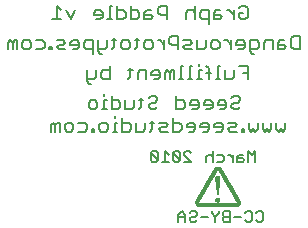
<source format=gbo>
G75*
G70*
%OFA0B0*%
%FSLAX24Y24*%
%IPPOS*%
%LPD*%
%AMOC8*
5,1,8,0,0,1.08239X$1,22.5*
%
%ADD10C,0.0060*%
%ADD11C,0.0050*%
%ADD12R,0.0006X0.0006*%
%ADD13R,0.0006X0.0006*%
%ADD14R,0.0006X0.0006*%
%ADD15R,0.0006X0.0006*%
D10*
X002089Y006415D02*
X002089Y006635D01*
X002162Y006709D01*
X002236Y006635D01*
X002236Y006415D01*
X002382Y006415D02*
X002382Y006709D01*
X002309Y006709D01*
X002236Y006635D01*
X002549Y006635D02*
X002623Y006709D01*
X002769Y006709D01*
X002843Y006635D01*
X002843Y006488D01*
X002769Y006415D01*
X002623Y006415D01*
X002549Y006488D01*
X002549Y006635D01*
X003009Y006709D02*
X003230Y006709D01*
X003303Y006635D01*
X003303Y006488D01*
X003230Y006415D01*
X003009Y006415D01*
X003460Y006415D02*
X003533Y006415D01*
X003533Y006488D01*
X003460Y006488D01*
X003460Y006415D01*
X003700Y006488D02*
X003700Y006635D01*
X003773Y006709D01*
X003920Y006709D01*
X003994Y006635D01*
X003994Y006488D01*
X003920Y006415D01*
X003773Y006415D01*
X003700Y006488D01*
X003805Y007165D02*
X003951Y007165D01*
X003878Y007165D02*
X003878Y007459D01*
X003951Y007459D01*
X003878Y007605D02*
X003878Y007679D01*
X004118Y007605D02*
X004118Y007165D01*
X004338Y007165D01*
X004412Y007238D01*
X004412Y007385D01*
X004338Y007459D01*
X004118Y007459D01*
X004227Y006929D02*
X004227Y006855D01*
X004227Y006709D02*
X004227Y006415D01*
X004300Y006415D02*
X004154Y006415D01*
X004227Y006709D02*
X004300Y006709D01*
X004467Y006709D02*
X004687Y006709D01*
X004761Y006635D01*
X004761Y006488D01*
X004687Y006415D01*
X004467Y006415D01*
X004467Y006855D01*
X004578Y007165D02*
X004578Y007459D01*
X004578Y007165D02*
X004799Y007165D01*
X004872Y007238D01*
X004872Y007459D01*
X005032Y007459D02*
X005179Y007459D01*
X005106Y007532D02*
X005106Y007238D01*
X005032Y007165D01*
X004928Y006709D02*
X004928Y006415D01*
X005148Y006415D01*
X005221Y006488D01*
X005221Y006709D01*
X005381Y006709D02*
X005528Y006709D01*
X005455Y006782D02*
X005455Y006488D01*
X005381Y006415D01*
X005695Y006488D02*
X005768Y006415D01*
X005988Y006415D01*
X005915Y006562D02*
X005988Y006635D01*
X005915Y006709D01*
X005695Y006709D01*
X005768Y006562D02*
X005915Y006562D01*
X005768Y006562D02*
X005695Y006488D01*
X005566Y007165D02*
X005419Y007165D01*
X005346Y007238D01*
X005346Y007312D01*
X005419Y007385D01*
X005566Y007385D01*
X005639Y007459D01*
X005639Y007532D01*
X005566Y007605D01*
X005419Y007605D01*
X005346Y007532D01*
X005639Y007238D02*
X005566Y007165D01*
X005516Y008165D02*
X005663Y008165D01*
X005736Y008238D01*
X005736Y008385D01*
X005663Y008459D01*
X005516Y008459D01*
X005442Y008385D01*
X005442Y008312D01*
X005736Y008312D01*
X005903Y008385D02*
X005903Y008165D01*
X006049Y008165D02*
X006049Y008385D01*
X005976Y008459D01*
X005903Y008385D01*
X006049Y008385D02*
X006123Y008459D01*
X006196Y008459D01*
X006196Y008165D01*
X006356Y008165D02*
X006503Y008165D01*
X006430Y008165D02*
X006430Y008605D01*
X006503Y008605D01*
X006737Y008605D02*
X006737Y008165D01*
X006810Y008165D02*
X006663Y008165D01*
X006970Y008165D02*
X007117Y008165D01*
X007044Y008165D02*
X007044Y008459D01*
X007117Y008459D01*
X007044Y008605D02*
X007044Y008679D01*
X007277Y008605D02*
X007350Y008532D01*
X007350Y008165D01*
X007277Y008385D02*
X007424Y008385D01*
X007584Y008165D02*
X007731Y008165D01*
X007657Y008165D02*
X007657Y008605D01*
X007731Y008605D01*
X007897Y008459D02*
X007897Y008165D01*
X008118Y008165D01*
X008191Y008238D01*
X008191Y008459D01*
X008358Y008605D02*
X008651Y008605D01*
X008651Y008165D01*
X008651Y008385D02*
X008505Y008385D01*
X008800Y009018D02*
X008727Y009092D01*
X008727Y009459D01*
X008947Y009459D01*
X009020Y009385D01*
X009020Y009238D01*
X008947Y009165D01*
X008727Y009165D01*
X008800Y009018D02*
X008874Y009018D01*
X009187Y009165D02*
X009187Y009385D01*
X009261Y009459D01*
X009481Y009459D01*
X009481Y009165D01*
X009647Y009165D02*
X009868Y009165D01*
X009941Y009238D01*
X009868Y009312D01*
X009647Y009312D01*
X009647Y009385D02*
X009647Y009165D01*
X009647Y009385D02*
X009721Y009459D01*
X009868Y009459D01*
X010108Y009532D02*
X010108Y009238D01*
X010181Y009165D01*
X010401Y009165D01*
X010401Y009605D01*
X010181Y009605D01*
X010108Y009532D01*
X009901Y006709D02*
X009901Y006488D01*
X009828Y006415D01*
X009755Y006488D01*
X009681Y006415D01*
X009608Y006488D01*
X009608Y006709D01*
X009441Y006709D02*
X009441Y006488D01*
X009368Y006415D01*
X009294Y006488D01*
X009221Y006415D01*
X009147Y006488D01*
X009147Y006709D01*
X008981Y006709D02*
X008981Y006488D01*
X008907Y006415D01*
X008834Y006488D01*
X008761Y006415D01*
X008687Y006488D01*
X008687Y006709D01*
X008520Y006488D02*
X008447Y006488D01*
X008447Y006415D01*
X008520Y006415D01*
X008520Y006488D01*
X008290Y006415D02*
X008070Y006415D01*
X007997Y006488D01*
X008070Y006562D01*
X008217Y006562D01*
X008290Y006635D01*
X008217Y006709D01*
X007997Y006709D01*
X007830Y006635D02*
X007756Y006709D01*
X007610Y006709D01*
X007536Y006635D01*
X007536Y006562D01*
X007830Y006562D01*
X007830Y006635D02*
X007830Y006488D01*
X007756Y006415D01*
X007610Y006415D01*
X007369Y006488D02*
X007369Y006635D01*
X007296Y006709D01*
X007149Y006709D01*
X007076Y006635D01*
X007076Y006562D01*
X007369Y006562D01*
X007369Y006488D02*
X007296Y006415D01*
X007149Y006415D01*
X006909Y006488D02*
X006909Y006635D01*
X006836Y006709D01*
X006689Y006709D01*
X006616Y006635D01*
X006616Y006562D01*
X006909Y006562D01*
X006909Y006488D02*
X006836Y006415D01*
X006689Y006415D01*
X006449Y006488D02*
X006449Y006635D01*
X006375Y006709D01*
X006155Y006709D01*
X006155Y006855D02*
X006155Y006415D01*
X006375Y006415D01*
X006449Y006488D01*
X006487Y007165D02*
X006266Y007165D01*
X006266Y007605D01*
X006266Y007459D02*
X006487Y007459D01*
X006560Y007385D01*
X006560Y007238D01*
X006487Y007165D01*
X006727Y007312D02*
X007020Y007312D01*
X007020Y007385D02*
X007020Y007238D01*
X006947Y007165D01*
X006800Y007165D01*
X006727Y007312D02*
X006727Y007385D01*
X006800Y007459D01*
X006947Y007459D01*
X007020Y007385D01*
X007187Y007385D02*
X007187Y007312D01*
X007481Y007312D01*
X007481Y007385D02*
X007481Y007238D01*
X007407Y007165D01*
X007261Y007165D01*
X007187Y007385D02*
X007261Y007459D01*
X007407Y007459D01*
X007481Y007385D01*
X007647Y007385D02*
X007647Y007312D01*
X007941Y007312D01*
X007941Y007385D02*
X007941Y007238D01*
X007868Y007165D01*
X007721Y007165D01*
X007647Y007385D02*
X007721Y007459D01*
X007868Y007459D01*
X007941Y007385D01*
X008108Y007312D02*
X008108Y007238D01*
X008181Y007165D01*
X008328Y007165D01*
X008401Y007238D01*
X008328Y007385D02*
X008181Y007385D01*
X008108Y007312D01*
X008108Y007532D02*
X008181Y007605D01*
X008328Y007605D01*
X008401Y007532D01*
X008401Y007459D01*
X008328Y007385D01*
X008340Y009165D02*
X008487Y009165D01*
X008560Y009238D01*
X008560Y009385D01*
X008487Y009459D01*
X008340Y009459D01*
X008266Y009385D01*
X008266Y009312D01*
X008560Y009312D01*
X008100Y009312D02*
X007953Y009459D01*
X007879Y009459D01*
X007716Y009385D02*
X007716Y009238D01*
X007643Y009165D01*
X007496Y009165D01*
X007422Y009238D01*
X007422Y009385D01*
X007496Y009459D01*
X007643Y009459D01*
X007716Y009385D01*
X007347Y010018D02*
X007347Y010459D01*
X007127Y010459D01*
X007054Y010385D01*
X007054Y010238D01*
X007127Y010165D01*
X007347Y010165D01*
X007514Y010165D02*
X007514Y010385D01*
X007587Y010459D01*
X007734Y010459D01*
X007734Y010312D02*
X007514Y010312D01*
X007514Y010165D02*
X007734Y010165D01*
X007807Y010238D01*
X007734Y010312D01*
X007971Y010459D02*
X008044Y010459D01*
X008191Y010312D01*
X008191Y010165D02*
X008191Y010459D01*
X008358Y010532D02*
X008431Y010605D01*
X008578Y010605D01*
X008651Y010532D01*
X008651Y010238D01*
X008578Y010165D01*
X008431Y010165D01*
X008358Y010238D01*
X008358Y010385D01*
X008505Y010385D01*
X008100Y009459D02*
X008100Y009165D01*
X007256Y009238D02*
X007182Y009165D01*
X006962Y009165D01*
X006962Y009459D01*
X006795Y009385D02*
X006722Y009459D01*
X006502Y009459D01*
X006575Y009312D02*
X006502Y009238D01*
X006575Y009165D01*
X006795Y009165D01*
X006722Y009312D02*
X006795Y009385D01*
X006722Y009312D02*
X006575Y009312D01*
X006335Y009312D02*
X006115Y009312D01*
X006041Y009385D01*
X006041Y009532D01*
X006115Y009605D01*
X006335Y009605D01*
X006335Y009165D01*
X006737Y008605D02*
X006810Y008605D01*
X007256Y009238D02*
X007256Y009459D01*
X006887Y010165D02*
X006887Y010605D01*
X006813Y010459D02*
X006667Y010459D01*
X006593Y010385D01*
X006593Y010165D01*
X006887Y010385D02*
X006813Y010459D01*
X005966Y010605D02*
X005966Y010165D01*
X005966Y010312D02*
X005746Y010312D01*
X005672Y010385D01*
X005672Y010532D01*
X005746Y010605D01*
X005966Y010605D01*
X005506Y010238D02*
X005432Y010312D01*
X005212Y010312D01*
X005212Y010385D02*
X005212Y010165D01*
X005432Y010165D01*
X005506Y010238D01*
X005432Y010459D02*
X005286Y010459D01*
X005212Y010385D01*
X005045Y010385D02*
X005045Y010238D01*
X004972Y010165D01*
X004752Y010165D01*
X004752Y010605D01*
X004752Y010459D02*
X004972Y010459D01*
X005045Y010385D01*
X004585Y010385D02*
X004585Y010238D01*
X004512Y010165D01*
X004291Y010165D01*
X004291Y010605D01*
X004291Y010459D02*
X004512Y010459D01*
X004585Y010385D01*
X004650Y009459D02*
X004504Y009459D01*
X004430Y009385D01*
X004430Y009238D01*
X004504Y009165D01*
X004650Y009165D01*
X004724Y009238D01*
X004724Y009385D01*
X004650Y009459D01*
X004884Y009459D02*
X005031Y009459D01*
X004957Y009532D02*
X004957Y009238D01*
X004884Y009165D01*
X005197Y009238D02*
X005197Y009385D01*
X005271Y009459D01*
X005418Y009459D01*
X005491Y009385D01*
X005491Y009238D01*
X005418Y009165D01*
X005271Y009165D01*
X005197Y009238D01*
X005654Y009459D02*
X005728Y009459D01*
X005875Y009312D01*
X005875Y009165D02*
X005875Y009459D01*
X005276Y008459D02*
X005055Y008459D01*
X004982Y008385D01*
X004982Y008165D01*
X004815Y008459D02*
X004668Y008459D01*
X004742Y008532D02*
X004742Y008238D01*
X004668Y008165D01*
X004048Y008165D02*
X003828Y008165D01*
X003754Y008238D01*
X003754Y008385D01*
X003828Y008459D01*
X004048Y008459D01*
X004048Y008605D02*
X004048Y008165D01*
X003571Y007459D02*
X003644Y007385D01*
X003644Y007238D01*
X003571Y007165D01*
X003424Y007165D01*
X003351Y007238D01*
X003351Y007385D01*
X003424Y007459D01*
X003571Y007459D01*
X003441Y008018D02*
X003367Y008018D01*
X003294Y008092D01*
X003294Y008459D01*
X003294Y008165D02*
X003514Y008165D01*
X003588Y008238D01*
X003588Y008459D01*
X003496Y009018D02*
X003496Y009459D01*
X003276Y009459D01*
X003203Y009385D01*
X003203Y009238D01*
X003276Y009165D01*
X003496Y009165D01*
X003663Y009165D02*
X003883Y009165D01*
X003956Y009238D01*
X003956Y009459D01*
X004117Y009459D02*
X004263Y009459D01*
X004190Y009532D02*
X004190Y009238D01*
X004117Y009165D01*
X003810Y009018D02*
X003736Y009018D01*
X003663Y009092D01*
X003663Y009459D01*
X003598Y010165D02*
X003744Y010165D01*
X003818Y010238D01*
X003818Y010385D01*
X003744Y010459D01*
X003598Y010459D01*
X003524Y010385D01*
X003524Y010312D01*
X003818Y010312D01*
X003978Y010165D02*
X004125Y010165D01*
X004051Y010165D02*
X004051Y010605D01*
X004125Y010605D01*
X002962Y009459D02*
X002816Y009459D01*
X002742Y009385D01*
X002742Y009312D01*
X003036Y009312D01*
X003036Y009385D02*
X003036Y009238D01*
X002962Y009165D01*
X002816Y009165D01*
X002575Y009165D02*
X002355Y009165D01*
X002282Y009238D01*
X002355Y009312D01*
X002502Y009312D01*
X002575Y009385D01*
X002502Y009459D01*
X002282Y009459D01*
X002115Y009238D02*
X002042Y009238D01*
X002042Y009165D01*
X002115Y009165D01*
X002115Y009238D01*
X001885Y009238D02*
X001812Y009165D01*
X001591Y009165D01*
X001425Y009238D02*
X001425Y009385D01*
X001351Y009459D01*
X001204Y009459D01*
X001131Y009385D01*
X001131Y009238D01*
X001204Y009165D01*
X001351Y009165D01*
X001425Y009238D01*
X001591Y009459D02*
X001812Y009459D01*
X001885Y009385D01*
X001885Y009238D01*
X002143Y010165D02*
X002437Y010165D01*
X002290Y010165D02*
X002290Y010605D01*
X002437Y010459D01*
X002603Y010459D02*
X002750Y010165D01*
X002897Y010459D01*
X002962Y009459D02*
X003036Y009385D01*
X000964Y009459D02*
X000964Y009165D01*
X000817Y009165D02*
X000817Y009385D01*
X000744Y009459D01*
X000671Y009385D01*
X000671Y009165D01*
X000817Y009385D02*
X000891Y009459D01*
X000964Y009459D01*
X005276Y008459D02*
X005276Y008165D01*
D11*
X005478Y005760D02*
X005420Y005702D01*
X005653Y005468D01*
X005595Y005410D01*
X005478Y005410D01*
X005420Y005468D01*
X005420Y005702D01*
X005478Y005760D02*
X005595Y005760D01*
X005653Y005702D01*
X005653Y005468D01*
X005788Y005410D02*
X006021Y005410D01*
X005905Y005410D02*
X005905Y005760D01*
X006021Y005643D01*
X006156Y005702D02*
X006156Y005468D01*
X006215Y005410D01*
X006331Y005410D01*
X006390Y005468D01*
X006156Y005702D01*
X006215Y005760D01*
X006331Y005760D01*
X006390Y005702D01*
X006390Y005468D01*
X006524Y005410D02*
X006758Y005410D01*
X006524Y005643D01*
X006524Y005702D01*
X006583Y005760D01*
X006700Y005760D01*
X006758Y005702D01*
X007261Y005585D02*
X007261Y005410D01*
X007261Y005585D02*
X007319Y005643D01*
X007436Y005643D01*
X007495Y005585D01*
X007629Y005643D02*
X007805Y005643D01*
X007863Y005585D01*
X007863Y005468D01*
X007805Y005410D01*
X007629Y005410D01*
X007495Y005410D02*
X007495Y005760D01*
X007995Y005643D02*
X008053Y005643D01*
X008170Y005527D01*
X008170Y005643D02*
X008170Y005410D01*
X008305Y005410D02*
X008480Y005410D01*
X008538Y005468D01*
X008480Y005527D01*
X008305Y005527D01*
X008305Y005585D02*
X008305Y005410D01*
X008305Y005585D02*
X008363Y005643D01*
X008480Y005643D01*
X008673Y005760D02*
X008673Y005410D01*
X008790Y005643D02*
X008673Y005760D01*
X008790Y005643D02*
X008906Y005760D01*
X008906Y005410D01*
X008981Y003760D02*
X008923Y003702D01*
X008981Y003760D02*
X009098Y003760D01*
X009156Y003702D01*
X009156Y003468D01*
X009098Y003410D01*
X008981Y003410D01*
X008923Y003468D01*
X008788Y003468D02*
X008788Y003702D01*
X008730Y003760D01*
X008613Y003760D01*
X008555Y003702D01*
X008420Y003585D02*
X008186Y003585D01*
X008051Y003585D02*
X007876Y003585D01*
X007818Y003527D01*
X007818Y003468D01*
X007876Y003410D01*
X008051Y003410D01*
X008051Y003760D01*
X007876Y003760D01*
X007818Y003702D01*
X007818Y003643D01*
X007876Y003585D01*
X007683Y003702D02*
X007566Y003585D01*
X007566Y003410D01*
X007566Y003585D02*
X007450Y003702D01*
X007450Y003760D01*
X007315Y003585D02*
X007081Y003585D01*
X006947Y003643D02*
X006888Y003585D01*
X006771Y003585D01*
X006713Y003527D01*
X006713Y003468D01*
X006771Y003410D01*
X006888Y003410D01*
X006947Y003468D01*
X006947Y003643D02*
X006947Y003702D01*
X006888Y003760D01*
X006771Y003760D01*
X006713Y003702D01*
X006578Y003643D02*
X006578Y003410D01*
X006578Y003585D02*
X006345Y003585D01*
X006345Y003643D02*
X006345Y003410D01*
X006345Y003643D02*
X006462Y003760D01*
X006578Y003643D01*
X007683Y003702D02*
X007683Y003760D01*
X008555Y003468D02*
X008613Y003410D01*
X008730Y003410D01*
X008788Y003468D01*
D12*
X008410Y003972D03*
X008410Y003978D03*
X008410Y003990D03*
X008410Y004002D03*
X008410Y004008D03*
X008410Y004020D03*
X008410Y004032D03*
X008410Y004038D03*
X008410Y004050D03*
X008410Y004062D03*
X008410Y004068D03*
X008410Y004080D03*
X008392Y004080D03*
X008380Y004080D03*
X008380Y004092D03*
X008380Y004098D03*
X008380Y004110D03*
X008380Y004122D03*
X008380Y004128D03*
X008380Y004140D03*
X008362Y004140D03*
X008350Y004140D03*
X008350Y004152D03*
X008350Y004158D03*
X008350Y004170D03*
X008350Y004182D03*
X008350Y004188D03*
X008332Y004188D03*
X008332Y004182D03*
X008320Y004182D03*
X008320Y004188D03*
X008320Y004200D03*
X008320Y004212D03*
X008320Y004218D03*
X008320Y004230D03*
X008320Y004242D03*
X008320Y004248D03*
X008302Y004248D03*
X008302Y004242D03*
X008290Y004242D03*
X008290Y004248D03*
X008290Y004260D03*
X008290Y004272D03*
X008290Y004278D03*
X008290Y004290D03*
X008290Y004302D03*
X008272Y004302D03*
X008272Y004308D03*
X008260Y004308D03*
X008260Y004302D03*
X008260Y004290D03*
X008260Y004278D03*
X008260Y004272D03*
X008260Y004260D03*
X008260Y004248D03*
X008260Y004242D03*
X008260Y004230D03*
X008260Y004218D03*
X008260Y004212D03*
X008260Y004200D03*
X008260Y004188D03*
X008260Y004182D03*
X008260Y004170D03*
X008260Y004158D03*
X008260Y004152D03*
X008272Y004152D03*
X008272Y004158D03*
X008272Y004170D03*
X008272Y004182D03*
X008272Y004188D03*
X008272Y004200D03*
X008272Y004212D03*
X008272Y004218D03*
X008272Y004230D03*
X008272Y004242D03*
X008272Y004248D03*
X008272Y004260D03*
X008272Y004272D03*
X008272Y004278D03*
X008272Y004290D03*
X008242Y004290D03*
X008230Y004290D03*
X008230Y004302D03*
X008230Y004308D03*
X008230Y004320D03*
X008230Y004332D03*
X008230Y004338D03*
X008230Y004350D03*
X008230Y004362D03*
X008230Y004368D03*
X008230Y004380D03*
X008230Y004392D03*
X008230Y004398D03*
X008230Y004410D03*
X008212Y004410D03*
X008200Y004410D03*
X008200Y004422D03*
X008200Y004428D03*
X008200Y004440D03*
X008200Y004452D03*
X008200Y004458D03*
X008182Y004458D03*
X008182Y004452D03*
X008170Y004452D03*
X008170Y004458D03*
X008170Y004470D03*
X008170Y004482D03*
X008170Y004488D03*
X008170Y004500D03*
X008170Y004512D03*
X008152Y004512D03*
X008152Y004518D03*
X008140Y004518D03*
X008140Y004512D03*
X008140Y004500D03*
X008140Y004488D03*
X008140Y004482D03*
X008140Y004470D03*
X008140Y004458D03*
X008140Y004452D03*
X008140Y004440D03*
X008140Y004428D03*
X008140Y004422D03*
X008140Y004410D03*
X008140Y004398D03*
X008140Y004392D03*
X008140Y004380D03*
X008140Y004368D03*
X008140Y004362D03*
X008152Y004362D03*
X008152Y004368D03*
X008152Y004380D03*
X008152Y004392D03*
X008152Y004398D03*
X008152Y004410D03*
X008152Y004422D03*
X008152Y004428D03*
X008152Y004440D03*
X008152Y004452D03*
X008152Y004458D03*
X008152Y004470D03*
X008152Y004482D03*
X008152Y004488D03*
X008152Y004500D03*
X008122Y004500D03*
X008110Y004500D03*
X008110Y004512D03*
X008110Y004518D03*
X008110Y004530D03*
X008110Y004542D03*
X008110Y004548D03*
X008110Y004560D03*
X008110Y004572D03*
X008110Y004578D03*
X008110Y004590D03*
X008110Y004602D03*
X008110Y004608D03*
X008092Y004608D03*
X008092Y004602D03*
X008080Y004602D03*
X008080Y004608D03*
X008080Y004620D03*
X008080Y004632D03*
X008080Y004638D03*
X008080Y004650D03*
X008080Y004662D03*
X008062Y004662D03*
X008062Y004668D03*
X008050Y004668D03*
X008050Y004662D03*
X008050Y004650D03*
X008050Y004638D03*
X008050Y004632D03*
X008050Y004620D03*
X008050Y004608D03*
X008050Y004602D03*
X008050Y004590D03*
X008050Y004578D03*
X008050Y004572D03*
X008050Y004560D03*
X008050Y004548D03*
X008050Y004542D03*
X008050Y004530D03*
X008050Y004518D03*
X008050Y004512D03*
X008062Y004512D03*
X008062Y004518D03*
X008062Y004530D03*
X008062Y004542D03*
X008062Y004548D03*
X008062Y004560D03*
X008062Y004572D03*
X008062Y004578D03*
X008062Y004590D03*
X008062Y004602D03*
X008062Y004608D03*
X008062Y004620D03*
X008062Y004632D03*
X008062Y004638D03*
X008062Y004650D03*
X008032Y004650D03*
X008020Y004650D03*
X008020Y004662D03*
X008020Y004668D03*
X008020Y004680D03*
X008020Y004692D03*
X008020Y004698D03*
X008020Y004710D03*
X008020Y004722D03*
X008020Y004728D03*
X008020Y004740D03*
X008020Y004752D03*
X008020Y004758D03*
X008020Y004770D03*
X008002Y004770D03*
X007990Y004770D03*
X007990Y004782D03*
X007990Y004788D03*
X007990Y004800D03*
X007990Y004812D03*
X007990Y004818D03*
X007972Y004818D03*
X007972Y004812D03*
X007960Y004812D03*
X007960Y004818D03*
X007960Y004830D03*
X007960Y004842D03*
X007960Y004848D03*
X007960Y004860D03*
X007960Y004872D03*
X007942Y004872D03*
X007942Y004878D03*
X007930Y004878D03*
X007930Y004872D03*
X007930Y004860D03*
X007930Y004848D03*
X007930Y004842D03*
X007930Y004830D03*
X007930Y004818D03*
X007930Y004812D03*
X007930Y004800D03*
X007930Y004788D03*
X007930Y004782D03*
X007930Y004770D03*
X007930Y004758D03*
X007930Y004752D03*
X007930Y004740D03*
X007930Y004728D03*
X007930Y004722D03*
X007942Y004722D03*
X007942Y004728D03*
X007942Y004740D03*
X007942Y004752D03*
X007942Y004758D03*
X007942Y004770D03*
X007942Y004782D03*
X007942Y004788D03*
X007942Y004800D03*
X007942Y004812D03*
X007942Y004818D03*
X007942Y004830D03*
X007942Y004842D03*
X007942Y004848D03*
X007942Y004860D03*
X007912Y004860D03*
X007900Y004860D03*
X007900Y004872D03*
X007900Y004878D03*
X007900Y004890D03*
X007900Y004902D03*
X007900Y004908D03*
X007900Y004920D03*
X007900Y004932D03*
X007900Y004938D03*
X007900Y004950D03*
X007900Y004962D03*
X007900Y004968D03*
X007900Y004980D03*
X007882Y004980D03*
X007870Y004980D03*
X007870Y004992D03*
X007870Y004998D03*
X007870Y005010D03*
X007870Y005022D03*
X007870Y005028D03*
X007852Y005028D03*
X007852Y005022D03*
X007840Y005022D03*
X007840Y005028D03*
X007840Y005040D03*
X007840Y005052D03*
X007840Y005058D03*
X007840Y005070D03*
X007840Y005082D03*
X007822Y005082D03*
X007822Y005088D03*
X007810Y005088D03*
X007810Y005082D03*
X007810Y005070D03*
X007810Y005058D03*
X007810Y005052D03*
X007810Y005040D03*
X007810Y005028D03*
X007810Y005022D03*
X007810Y005010D03*
X007810Y004998D03*
X007810Y004992D03*
X007810Y004980D03*
X007810Y004968D03*
X007810Y004962D03*
X007810Y004950D03*
X007810Y004938D03*
X007810Y004932D03*
X007822Y004932D03*
X007822Y004938D03*
X007822Y004950D03*
X007822Y004962D03*
X007822Y004968D03*
X007822Y004980D03*
X007822Y004992D03*
X007822Y004998D03*
X007822Y005010D03*
X007822Y005022D03*
X007822Y005028D03*
X007822Y005040D03*
X007822Y005052D03*
X007822Y005058D03*
X007822Y005070D03*
X007792Y005070D03*
X007780Y005070D03*
X007780Y005082D03*
X007780Y005088D03*
X007780Y005100D03*
X007780Y005112D03*
X007780Y005118D03*
X007780Y005130D03*
X007780Y005142D03*
X007780Y005148D03*
X007780Y005160D03*
X007792Y005148D03*
X007792Y005142D03*
X007792Y005130D03*
X007792Y005118D03*
X007792Y005112D03*
X007792Y005100D03*
X007792Y005088D03*
X007792Y005082D03*
X007792Y005058D03*
X007792Y005052D03*
X007780Y005052D03*
X007780Y005058D03*
X007762Y005058D03*
X007762Y005052D03*
X007750Y005052D03*
X007750Y005058D03*
X007750Y005070D03*
X007750Y005082D03*
X007750Y005088D03*
X007750Y005100D03*
X007750Y005112D03*
X007750Y005118D03*
X007750Y005130D03*
X007750Y005142D03*
X007750Y005148D03*
X007750Y005160D03*
X007750Y005172D03*
X007750Y005178D03*
X007750Y005190D03*
X007762Y005178D03*
X007762Y005172D03*
X007762Y005160D03*
X007762Y005148D03*
X007762Y005142D03*
X007762Y005130D03*
X007762Y005118D03*
X007762Y005112D03*
X007762Y005100D03*
X007762Y005088D03*
X007762Y005082D03*
X007762Y005070D03*
X007732Y005070D03*
X007732Y005082D03*
X007732Y005088D03*
X007720Y005088D03*
X007720Y005082D03*
X007720Y005100D03*
X007720Y005112D03*
X007720Y005118D03*
X007720Y005130D03*
X007720Y005142D03*
X007720Y005148D03*
X007720Y005160D03*
X007720Y005172D03*
X007720Y005178D03*
X007720Y005190D03*
X007720Y005202D03*
X007720Y005208D03*
X007732Y005202D03*
X007732Y005190D03*
X007732Y005178D03*
X007732Y005172D03*
X007732Y005160D03*
X007732Y005148D03*
X007732Y005142D03*
X007732Y005130D03*
X007732Y005118D03*
X007732Y005112D03*
X007732Y005100D03*
X007702Y005112D03*
X007702Y005118D03*
X007690Y005118D03*
X007690Y005112D03*
X007672Y005112D03*
X007672Y005118D03*
X007660Y005118D03*
X007660Y005112D03*
X007642Y005112D03*
X007642Y005118D03*
X007630Y005118D03*
X007630Y005112D03*
X007630Y005100D03*
X007630Y005088D03*
X007630Y005082D03*
X007630Y005070D03*
X007612Y005070D03*
X007600Y005070D03*
X007600Y005082D03*
X007600Y005088D03*
X007600Y005100D03*
X007600Y005112D03*
X007600Y005118D03*
X007600Y005130D03*
X007600Y005142D03*
X007600Y005148D03*
X007600Y005160D03*
X007600Y005172D03*
X007600Y005178D03*
X007612Y005178D03*
X007612Y005172D03*
X007612Y005160D03*
X007612Y005148D03*
X007612Y005142D03*
X007612Y005130D03*
X007612Y005118D03*
X007612Y005112D03*
X007612Y005100D03*
X007612Y005088D03*
X007612Y005082D03*
X007612Y005058D03*
X007612Y005052D03*
X007600Y005052D03*
X007600Y005058D03*
X007582Y005058D03*
X007582Y005052D03*
X007570Y005052D03*
X007570Y005058D03*
X007570Y005070D03*
X007570Y005082D03*
X007570Y005088D03*
X007570Y005100D03*
X007570Y005112D03*
X007570Y005118D03*
X007570Y005130D03*
X007570Y005142D03*
X007570Y005148D03*
X007570Y005160D03*
X007582Y005160D03*
X007582Y005172D03*
X007582Y005148D03*
X007582Y005142D03*
X007582Y005130D03*
X007582Y005118D03*
X007582Y005112D03*
X007582Y005100D03*
X007582Y005088D03*
X007582Y005082D03*
X007582Y005070D03*
X007552Y005070D03*
X007540Y005070D03*
X007540Y005082D03*
X007540Y005088D03*
X007540Y005100D03*
X007540Y005112D03*
X007552Y005112D03*
X007552Y005118D03*
X007552Y005130D03*
X007552Y005100D03*
X007552Y005088D03*
X007552Y005082D03*
X007552Y005058D03*
X007552Y005052D03*
X007540Y005052D03*
X007540Y005058D03*
X007522Y005058D03*
X007522Y005052D03*
X007510Y005052D03*
X007510Y005058D03*
X007522Y005070D03*
X007522Y005082D03*
X007522Y005088D03*
X007522Y005040D03*
X007510Y005040D03*
X007510Y005028D03*
X007510Y005022D03*
X007510Y005010D03*
X007510Y004998D03*
X007510Y004992D03*
X007510Y004980D03*
X007510Y004968D03*
X007510Y004962D03*
X007510Y004950D03*
X007510Y004938D03*
X007510Y004932D03*
X007510Y004920D03*
X007510Y004908D03*
X007510Y004902D03*
X007510Y004890D03*
X007510Y004878D03*
X007510Y004872D03*
X007510Y004860D03*
X007492Y004860D03*
X007480Y004860D03*
X007480Y004872D03*
X007480Y004878D03*
X007480Y004890D03*
X007480Y004902D03*
X007480Y004908D03*
X007480Y004920D03*
X007480Y004932D03*
X007480Y004938D03*
X007480Y004950D03*
X007480Y004962D03*
X007480Y004968D03*
X007480Y004980D03*
X007480Y004992D03*
X007480Y004998D03*
X007480Y005010D03*
X007492Y005010D03*
X007492Y005022D03*
X007492Y005028D03*
X007492Y004998D03*
X007492Y004992D03*
X007492Y004980D03*
X007492Y004968D03*
X007492Y004962D03*
X007492Y004950D03*
X007492Y004938D03*
X007492Y004932D03*
X007492Y004920D03*
X007492Y004908D03*
X007492Y004902D03*
X007492Y004890D03*
X007492Y004878D03*
X007492Y004872D03*
X007492Y004848D03*
X007492Y004842D03*
X007480Y004842D03*
X007480Y004848D03*
X007462Y004848D03*
X007462Y004842D03*
X007450Y004842D03*
X007450Y004848D03*
X007450Y004860D03*
X007450Y004872D03*
X007450Y004878D03*
X007450Y004890D03*
X007450Y004902D03*
X007450Y004908D03*
X007450Y004920D03*
X007450Y004932D03*
X007450Y004938D03*
X007450Y004950D03*
X007450Y004962D03*
X007462Y004962D03*
X007462Y004968D03*
X007462Y004980D03*
X007462Y004950D03*
X007462Y004938D03*
X007462Y004932D03*
X007462Y004920D03*
X007462Y004908D03*
X007462Y004902D03*
X007462Y004890D03*
X007462Y004878D03*
X007462Y004872D03*
X007462Y004860D03*
X007432Y004860D03*
X007420Y004860D03*
X007420Y004872D03*
X007420Y004878D03*
X007420Y004890D03*
X007420Y004902D03*
X007420Y004908D03*
X007432Y004908D03*
X007432Y004902D03*
X007432Y004890D03*
X007432Y004878D03*
X007432Y004872D03*
X007432Y004848D03*
X007432Y004842D03*
X007420Y004842D03*
X007420Y004848D03*
X007402Y004848D03*
X007402Y004842D03*
X007390Y004842D03*
X007390Y004848D03*
X007402Y004860D03*
X007402Y004872D03*
X007402Y004878D03*
X007402Y004830D03*
X007390Y004830D03*
X007390Y004818D03*
X007390Y004812D03*
X007390Y004800D03*
X007390Y004788D03*
X007390Y004782D03*
X007390Y004770D03*
X007390Y004758D03*
X007390Y004752D03*
X007390Y004740D03*
X007390Y004728D03*
X007390Y004722D03*
X007390Y004710D03*
X007390Y004698D03*
X007390Y004692D03*
X007390Y004680D03*
X007390Y004668D03*
X007390Y004662D03*
X007390Y004650D03*
X007372Y004650D03*
X007360Y004650D03*
X007360Y004662D03*
X007360Y004668D03*
X007360Y004680D03*
X007360Y004692D03*
X007360Y004698D03*
X007360Y004710D03*
X007360Y004722D03*
X007360Y004728D03*
X007360Y004740D03*
X007360Y004752D03*
X007360Y004758D03*
X007360Y004770D03*
X007360Y004782D03*
X007360Y004788D03*
X007360Y004800D03*
X007372Y004800D03*
X007372Y004812D03*
X007372Y004818D03*
X007372Y004788D03*
X007372Y004782D03*
X007372Y004770D03*
X007372Y004758D03*
X007372Y004752D03*
X007372Y004740D03*
X007372Y004728D03*
X007372Y004722D03*
X007372Y004710D03*
X007372Y004698D03*
X007372Y004692D03*
X007372Y004680D03*
X007372Y004668D03*
X007372Y004662D03*
X007372Y004638D03*
X007372Y004632D03*
X007360Y004632D03*
X007360Y004638D03*
X007342Y004638D03*
X007342Y004632D03*
X007330Y004632D03*
X007330Y004638D03*
X007330Y004650D03*
X007330Y004662D03*
X007330Y004668D03*
X007330Y004680D03*
X007330Y004692D03*
X007330Y004698D03*
X007330Y004710D03*
X007330Y004722D03*
X007330Y004728D03*
X007330Y004740D03*
X007330Y004752D03*
X007342Y004752D03*
X007342Y004758D03*
X007342Y004770D03*
X007342Y004740D03*
X007342Y004728D03*
X007342Y004722D03*
X007342Y004710D03*
X007342Y004698D03*
X007342Y004692D03*
X007342Y004680D03*
X007342Y004668D03*
X007342Y004662D03*
X007342Y004650D03*
X007312Y004650D03*
X007300Y004650D03*
X007300Y004662D03*
X007300Y004668D03*
X007300Y004680D03*
X007300Y004692D03*
X007300Y004698D03*
X007312Y004698D03*
X007312Y004692D03*
X007312Y004680D03*
X007312Y004668D03*
X007312Y004662D03*
X007312Y004638D03*
X007312Y004632D03*
X007300Y004632D03*
X007300Y004638D03*
X007282Y004638D03*
X007282Y004632D03*
X007270Y004632D03*
X007270Y004638D03*
X007270Y004650D03*
X007282Y004650D03*
X007282Y004662D03*
X007282Y004668D03*
X007282Y004620D03*
X007270Y004620D03*
X007270Y004608D03*
X007270Y004602D03*
X007270Y004590D03*
X007270Y004578D03*
X007270Y004572D03*
X007270Y004560D03*
X007270Y004548D03*
X007270Y004542D03*
X007270Y004530D03*
X007270Y004518D03*
X007270Y004512D03*
X007270Y004500D03*
X007270Y004488D03*
X007270Y004482D03*
X007270Y004470D03*
X007270Y004458D03*
X007270Y004452D03*
X007270Y004440D03*
X007252Y004440D03*
X007240Y004440D03*
X007240Y004452D03*
X007240Y004458D03*
X007240Y004470D03*
X007240Y004482D03*
X007240Y004488D03*
X007240Y004500D03*
X007240Y004512D03*
X007240Y004518D03*
X007240Y004530D03*
X007240Y004542D03*
X007240Y004548D03*
X007240Y004560D03*
X007240Y004572D03*
X007240Y004578D03*
X007240Y004590D03*
X007252Y004590D03*
X007252Y004602D03*
X007252Y004608D03*
X007252Y004578D03*
X007252Y004572D03*
X007252Y004560D03*
X007252Y004548D03*
X007252Y004542D03*
X007252Y004530D03*
X007252Y004518D03*
X007252Y004512D03*
X007252Y004500D03*
X007252Y004488D03*
X007252Y004482D03*
X007252Y004470D03*
X007252Y004458D03*
X007252Y004452D03*
X007252Y004428D03*
X007252Y004422D03*
X007240Y004422D03*
X007240Y004428D03*
X007222Y004428D03*
X007222Y004422D03*
X007210Y004422D03*
X007210Y004428D03*
X007210Y004440D03*
X007210Y004452D03*
X007210Y004458D03*
X007210Y004470D03*
X007210Y004482D03*
X007210Y004488D03*
X007210Y004500D03*
X007210Y004512D03*
X007210Y004518D03*
X007210Y004530D03*
X007210Y004542D03*
X007210Y004548D03*
X007222Y004548D03*
X007222Y004542D03*
X007222Y004530D03*
X007222Y004518D03*
X007222Y004512D03*
X007222Y004500D03*
X007222Y004488D03*
X007222Y004482D03*
X007222Y004470D03*
X007222Y004458D03*
X007222Y004452D03*
X007222Y004440D03*
X007192Y004440D03*
X007180Y004440D03*
X007180Y004452D03*
X007180Y004458D03*
X007180Y004470D03*
X007180Y004482D03*
X007180Y004488D03*
X007192Y004488D03*
X007192Y004482D03*
X007192Y004470D03*
X007192Y004458D03*
X007192Y004452D03*
X007192Y004428D03*
X007192Y004422D03*
X007180Y004422D03*
X007180Y004428D03*
X007162Y004428D03*
X007162Y004422D03*
X007150Y004422D03*
X007150Y004428D03*
X007150Y004440D03*
X007162Y004440D03*
X007162Y004452D03*
X007162Y004458D03*
X007162Y004410D03*
X007150Y004410D03*
X007150Y004398D03*
X007150Y004392D03*
X007150Y004380D03*
X007150Y004368D03*
X007150Y004362D03*
X007150Y004350D03*
X007150Y004338D03*
X007150Y004332D03*
X007150Y004320D03*
X007150Y004308D03*
X007150Y004302D03*
X007150Y004290D03*
X007150Y004278D03*
X007150Y004272D03*
X007150Y004260D03*
X007150Y004248D03*
X007150Y004242D03*
X007132Y004242D03*
X007132Y004248D03*
X007120Y004248D03*
X007120Y004242D03*
X007120Y004230D03*
X007120Y004218D03*
X007120Y004212D03*
X007120Y004200D03*
X007120Y004188D03*
X007120Y004182D03*
X007102Y004182D03*
X007102Y004188D03*
X007090Y004188D03*
X007090Y004182D03*
X007090Y004170D03*
X007090Y004158D03*
X007090Y004152D03*
X007090Y004140D03*
X007102Y004152D03*
X007102Y004158D03*
X007102Y004170D03*
X007072Y004170D03*
X007060Y004170D03*
X007060Y004182D03*
X007060Y004188D03*
X007060Y004200D03*
X007060Y004212D03*
X007060Y004218D03*
X007060Y004230D03*
X007060Y004242D03*
X007060Y004248D03*
X007060Y004260D03*
X007060Y004272D03*
X007060Y004278D03*
X007072Y004278D03*
X007072Y004272D03*
X007072Y004260D03*
X007072Y004248D03*
X007072Y004242D03*
X007072Y004230D03*
X007072Y004218D03*
X007072Y004212D03*
X007072Y004200D03*
X007072Y004188D03*
X007072Y004182D03*
X007072Y004158D03*
X007072Y004152D03*
X007060Y004152D03*
X007060Y004158D03*
X007042Y004158D03*
X007042Y004152D03*
X007030Y004152D03*
X007030Y004158D03*
X007030Y004170D03*
X007030Y004182D03*
X007030Y004188D03*
X007030Y004200D03*
X007030Y004212D03*
X007030Y004218D03*
X007030Y004230D03*
X007042Y004230D03*
X007042Y004242D03*
X007042Y004248D03*
X007042Y004218D03*
X007042Y004212D03*
X007042Y004200D03*
X007042Y004188D03*
X007042Y004182D03*
X007042Y004170D03*
X007012Y004170D03*
X007000Y004170D03*
X007000Y004158D03*
X007000Y004152D03*
X007000Y004140D03*
X007000Y004128D03*
X007000Y004122D03*
X007000Y004110D03*
X007000Y004098D03*
X007000Y004092D03*
X007000Y004080D03*
X007000Y004068D03*
X007000Y004062D03*
X007000Y004050D03*
X007000Y004038D03*
X007000Y004032D03*
X007000Y004020D03*
X007000Y004008D03*
X007000Y004002D03*
X007000Y003990D03*
X007000Y003978D03*
X007000Y003972D03*
X007000Y003960D03*
X007000Y003948D03*
X007000Y003942D03*
X007000Y003930D03*
X007000Y003918D03*
X007000Y003912D03*
X007012Y003912D03*
X007012Y003918D03*
X007012Y003930D03*
X007012Y003942D03*
X007012Y003948D03*
X007012Y003960D03*
X007012Y003972D03*
X007012Y003978D03*
X007012Y003990D03*
X007012Y004002D03*
X007012Y004008D03*
X007012Y004020D03*
X007012Y004032D03*
X007012Y004038D03*
X007012Y004050D03*
X007012Y004062D03*
X007012Y004068D03*
X007012Y004080D03*
X007012Y004092D03*
X007012Y004098D03*
X007012Y004110D03*
X007012Y004122D03*
X007012Y004128D03*
X007012Y004140D03*
X007012Y004152D03*
X007012Y004158D03*
X007012Y004182D03*
X007012Y004188D03*
X007012Y004200D03*
X007030Y004140D03*
X007030Y004128D03*
X007030Y004122D03*
X007030Y004110D03*
X007030Y004098D03*
X007030Y004092D03*
X007030Y004080D03*
X007030Y004068D03*
X007030Y004062D03*
X007030Y004050D03*
X007030Y004038D03*
X007030Y004032D03*
X007030Y004020D03*
X007030Y004008D03*
X007030Y004002D03*
X007030Y003990D03*
X007030Y003978D03*
X007030Y003972D03*
X007030Y003960D03*
X007030Y003948D03*
X007030Y003942D03*
X007030Y003930D03*
X007030Y003918D03*
X007030Y003912D03*
X007030Y003900D03*
X007042Y003900D03*
X007042Y003912D03*
X007042Y003918D03*
X007042Y003930D03*
X007042Y003942D03*
X007042Y003948D03*
X007042Y003960D03*
X007042Y003972D03*
X007042Y003978D03*
X007042Y003990D03*
X007042Y004002D03*
X007042Y004008D03*
X007060Y003990D03*
X007060Y003978D03*
X007060Y003972D03*
X007060Y003960D03*
X007060Y003948D03*
X007060Y003942D03*
X007060Y003930D03*
X007060Y003918D03*
X007060Y003912D03*
X007060Y003900D03*
X007072Y003900D03*
X007072Y003912D03*
X007072Y003918D03*
X007072Y003930D03*
X007072Y003942D03*
X007072Y003948D03*
X007072Y003960D03*
X007072Y003972D03*
X007072Y003978D03*
X007072Y003990D03*
X007090Y003990D03*
X007090Y003978D03*
X007090Y003972D03*
X007090Y003960D03*
X007090Y003948D03*
X007090Y003942D03*
X007090Y003930D03*
X007090Y003918D03*
X007090Y003912D03*
X007090Y003900D03*
X007102Y003900D03*
X007102Y003912D03*
X007102Y003918D03*
X007102Y003930D03*
X007102Y003942D03*
X007102Y003948D03*
X007102Y003960D03*
X007102Y003972D03*
X007102Y003978D03*
X007102Y003990D03*
X007120Y003990D03*
X007120Y003978D03*
X007120Y003972D03*
X007120Y003960D03*
X007120Y003948D03*
X007120Y003942D03*
X007120Y003930D03*
X007120Y003918D03*
X007120Y003912D03*
X007120Y003900D03*
X007120Y003888D03*
X007132Y003888D03*
X007132Y003900D03*
X007132Y003912D03*
X007132Y003918D03*
X007132Y003930D03*
X007132Y003942D03*
X007132Y003948D03*
X007132Y003960D03*
X007132Y003972D03*
X007132Y003978D03*
X007132Y003990D03*
X007150Y003990D03*
X007150Y003978D03*
X007150Y003972D03*
X007150Y003960D03*
X007150Y003948D03*
X007150Y003942D03*
X007150Y003930D03*
X007150Y003918D03*
X007150Y003912D03*
X007150Y003900D03*
X007162Y003900D03*
X007162Y003912D03*
X007162Y003918D03*
X007162Y003930D03*
X007162Y003942D03*
X007162Y003948D03*
X007162Y003960D03*
X007162Y003972D03*
X007162Y003978D03*
X007162Y003990D03*
X007180Y003990D03*
X007180Y003978D03*
X007180Y003972D03*
X007180Y003960D03*
X007180Y003948D03*
X007180Y003942D03*
X007180Y003930D03*
X007180Y003918D03*
X007180Y003912D03*
X007180Y003900D03*
X007180Y003888D03*
X007192Y003888D03*
X007192Y003900D03*
X007192Y003912D03*
X007192Y003918D03*
X007192Y003930D03*
X007192Y003942D03*
X007192Y003948D03*
X007192Y003960D03*
X007192Y003972D03*
X007192Y003978D03*
X007192Y003990D03*
X007210Y003990D03*
X007210Y003978D03*
X007210Y003972D03*
X007210Y003960D03*
X007210Y003948D03*
X007210Y003942D03*
X007210Y003930D03*
X007210Y003918D03*
X007210Y003912D03*
X007210Y003900D03*
X007222Y003900D03*
X007222Y003912D03*
X007222Y003918D03*
X007222Y003930D03*
X007222Y003942D03*
X007222Y003948D03*
X007222Y003960D03*
X007222Y003972D03*
X007222Y003978D03*
X007222Y003990D03*
X007240Y003990D03*
X007240Y003978D03*
X007240Y003972D03*
X007240Y003960D03*
X007240Y003948D03*
X007240Y003942D03*
X007240Y003930D03*
X007240Y003918D03*
X007240Y003912D03*
X007240Y003900D03*
X007240Y003888D03*
X007252Y003888D03*
X007252Y003900D03*
X007252Y003912D03*
X007252Y003918D03*
X007252Y003930D03*
X007252Y003942D03*
X007252Y003948D03*
X007252Y003960D03*
X007252Y003972D03*
X007252Y003978D03*
X007252Y003990D03*
X007270Y003990D03*
X007270Y003978D03*
X007270Y003972D03*
X007270Y003960D03*
X007270Y003948D03*
X007270Y003942D03*
X007270Y003930D03*
X007270Y003918D03*
X007270Y003912D03*
X007270Y003900D03*
X007282Y003900D03*
X007282Y003912D03*
X007282Y003918D03*
X007282Y003930D03*
X007282Y003942D03*
X007282Y003948D03*
X007282Y003960D03*
X007282Y003972D03*
X007282Y003978D03*
X007282Y003990D03*
X007300Y003990D03*
X007300Y003978D03*
X007300Y003972D03*
X007300Y003960D03*
X007300Y003948D03*
X007300Y003942D03*
X007300Y003930D03*
X007300Y003918D03*
X007300Y003912D03*
X007300Y003900D03*
X007300Y003888D03*
X007312Y003888D03*
X007312Y003900D03*
X007312Y003912D03*
X007312Y003918D03*
X007312Y003930D03*
X007312Y003942D03*
X007312Y003948D03*
X007312Y003960D03*
X007312Y003972D03*
X007312Y003978D03*
X007312Y003990D03*
X007330Y003990D03*
X007330Y003978D03*
X007330Y003972D03*
X007330Y003960D03*
X007330Y003948D03*
X007330Y003942D03*
X007330Y003930D03*
X007330Y003918D03*
X007330Y003912D03*
X007330Y003900D03*
X007342Y003900D03*
X007342Y003912D03*
X007342Y003918D03*
X007342Y003930D03*
X007342Y003942D03*
X007342Y003948D03*
X007342Y003960D03*
X007342Y003972D03*
X007342Y003978D03*
X007342Y003990D03*
X007360Y003990D03*
X007360Y003978D03*
X007360Y003972D03*
X007360Y003960D03*
X007360Y003948D03*
X007360Y003942D03*
X007360Y003930D03*
X007360Y003918D03*
X007360Y003912D03*
X007360Y003900D03*
X007360Y003888D03*
X007372Y003888D03*
X007372Y003900D03*
X007372Y003912D03*
X007372Y003918D03*
X007372Y003930D03*
X007372Y003942D03*
X007372Y003948D03*
X007372Y003960D03*
X007372Y003972D03*
X007372Y003978D03*
X007372Y003990D03*
X007390Y003990D03*
X007390Y003978D03*
X007390Y003972D03*
X007390Y003960D03*
X007390Y003948D03*
X007390Y003942D03*
X007390Y003930D03*
X007390Y003918D03*
X007390Y003912D03*
X007390Y003900D03*
X007402Y003900D03*
X007402Y003912D03*
X007402Y003918D03*
X007402Y003930D03*
X007402Y003942D03*
X007402Y003948D03*
X007402Y003960D03*
X007402Y003972D03*
X007402Y003978D03*
X007402Y003990D03*
X007420Y003990D03*
X007420Y003978D03*
X007420Y003972D03*
X007420Y003960D03*
X007420Y003948D03*
X007420Y003942D03*
X007420Y003930D03*
X007420Y003918D03*
X007420Y003912D03*
X007420Y003900D03*
X007420Y003888D03*
X007432Y003888D03*
X007432Y003900D03*
X007432Y003912D03*
X007432Y003918D03*
X007432Y003930D03*
X007432Y003942D03*
X007432Y003948D03*
X007432Y003960D03*
X007432Y003972D03*
X007432Y003978D03*
X007432Y003990D03*
X007450Y003990D03*
X007450Y003978D03*
X007450Y003972D03*
X007450Y003960D03*
X007450Y003948D03*
X007450Y003942D03*
X007450Y003930D03*
X007450Y003918D03*
X007450Y003912D03*
X007450Y003900D03*
X007462Y003900D03*
X007462Y003912D03*
X007462Y003918D03*
X007462Y003930D03*
X007462Y003942D03*
X007462Y003948D03*
X007462Y003960D03*
X007462Y003972D03*
X007462Y003978D03*
X007462Y003990D03*
X007480Y003990D03*
X007480Y003978D03*
X007480Y003972D03*
X007480Y003960D03*
X007480Y003948D03*
X007480Y003942D03*
X007480Y003930D03*
X007480Y003918D03*
X007480Y003912D03*
X007480Y003900D03*
X007480Y003888D03*
X007492Y003888D03*
X007492Y003900D03*
X007492Y003912D03*
X007492Y003918D03*
X007492Y003930D03*
X007492Y003942D03*
X007492Y003948D03*
X007492Y003960D03*
X007492Y003972D03*
X007492Y003978D03*
X007492Y003990D03*
X007510Y003990D03*
X007510Y003978D03*
X007510Y003972D03*
X007510Y003960D03*
X007510Y003948D03*
X007510Y003942D03*
X007510Y003930D03*
X007510Y003918D03*
X007510Y003912D03*
X007510Y003900D03*
X007522Y003900D03*
X007522Y003912D03*
X007522Y003918D03*
X007522Y003930D03*
X007522Y003942D03*
X007522Y003948D03*
X007522Y003960D03*
X007522Y003972D03*
X007522Y003978D03*
X007522Y003990D03*
X007540Y003990D03*
X007540Y003978D03*
X007540Y003972D03*
X007540Y003960D03*
X007540Y003948D03*
X007540Y003942D03*
X007540Y003930D03*
X007540Y003918D03*
X007540Y003912D03*
X007540Y003900D03*
X007540Y003888D03*
X007552Y003888D03*
X007552Y003900D03*
X007552Y003912D03*
X007552Y003918D03*
X007552Y003930D03*
X007552Y003942D03*
X007552Y003948D03*
X007552Y003960D03*
X007552Y003972D03*
X007552Y003978D03*
X007552Y003990D03*
X007570Y003990D03*
X007570Y003978D03*
X007570Y003972D03*
X007570Y003960D03*
X007570Y003948D03*
X007570Y003942D03*
X007570Y003930D03*
X007570Y003918D03*
X007570Y003912D03*
X007570Y003900D03*
X007582Y003900D03*
X007582Y003912D03*
X007582Y003918D03*
X007582Y003930D03*
X007582Y003942D03*
X007582Y003948D03*
X007582Y003960D03*
X007582Y003972D03*
X007582Y003978D03*
X007582Y003990D03*
X007600Y003990D03*
X007600Y003978D03*
X007600Y003972D03*
X007600Y003960D03*
X007600Y003948D03*
X007600Y003942D03*
X007600Y003930D03*
X007600Y003918D03*
X007600Y003912D03*
X007600Y003900D03*
X007600Y003888D03*
X007612Y003888D03*
X007612Y003900D03*
X007612Y003912D03*
X007612Y003918D03*
X007612Y003930D03*
X007612Y003942D03*
X007612Y003948D03*
X007612Y003960D03*
X007612Y003972D03*
X007612Y003978D03*
X007612Y003990D03*
X007630Y003990D03*
X007630Y003978D03*
X007630Y003972D03*
X007630Y003960D03*
X007630Y003948D03*
X007630Y003942D03*
X007630Y003930D03*
X007630Y003918D03*
X007630Y003912D03*
X007630Y003900D03*
X007642Y003900D03*
X007642Y003912D03*
X007642Y003918D03*
X007642Y003930D03*
X007642Y003942D03*
X007642Y003948D03*
X007642Y003960D03*
X007642Y003972D03*
X007642Y003978D03*
X007642Y003990D03*
X007660Y003990D03*
X007660Y003978D03*
X007660Y003972D03*
X007660Y003960D03*
X007660Y003948D03*
X007660Y003942D03*
X007660Y003930D03*
X007660Y003918D03*
X007660Y003912D03*
X007660Y003900D03*
X007660Y003888D03*
X007672Y003888D03*
X007672Y003900D03*
X007672Y003912D03*
X007672Y003918D03*
X007672Y003930D03*
X007672Y003942D03*
X007672Y003948D03*
X007672Y003960D03*
X007672Y003972D03*
X007672Y003978D03*
X007672Y003990D03*
X007690Y003990D03*
X007690Y003978D03*
X007690Y003972D03*
X007690Y003960D03*
X007690Y003948D03*
X007690Y003942D03*
X007690Y003930D03*
X007690Y003918D03*
X007690Y003912D03*
X007690Y003900D03*
X007702Y003900D03*
X007702Y003912D03*
X007702Y003918D03*
X007702Y003930D03*
X007702Y003942D03*
X007702Y003948D03*
X007702Y003960D03*
X007702Y003972D03*
X007702Y003978D03*
X007702Y003990D03*
X007720Y003990D03*
X007720Y003978D03*
X007720Y003972D03*
X007720Y003960D03*
X007720Y003948D03*
X007720Y003942D03*
X007720Y003930D03*
X007720Y003918D03*
X007720Y003912D03*
X007720Y003900D03*
X007720Y003888D03*
X007732Y003888D03*
X007732Y003900D03*
X007732Y003912D03*
X007732Y003918D03*
X007732Y003930D03*
X007732Y003942D03*
X007732Y003948D03*
X007732Y003960D03*
X007732Y003972D03*
X007732Y003978D03*
X007732Y003990D03*
X007750Y003990D03*
X007750Y003978D03*
X007750Y003972D03*
X007750Y003960D03*
X007750Y003948D03*
X007750Y003942D03*
X007750Y003930D03*
X007750Y003918D03*
X007750Y003912D03*
X007750Y003900D03*
X007762Y003900D03*
X007762Y003912D03*
X007762Y003918D03*
X007762Y003930D03*
X007762Y003942D03*
X007762Y003948D03*
X007762Y003960D03*
X007762Y003972D03*
X007762Y003978D03*
X007762Y003990D03*
X007780Y003990D03*
X007780Y003978D03*
X007780Y003972D03*
X007780Y003960D03*
X007780Y003948D03*
X007780Y003942D03*
X007780Y003930D03*
X007780Y003918D03*
X007780Y003912D03*
X007780Y003900D03*
X007780Y003888D03*
X007792Y003888D03*
X007792Y003900D03*
X007792Y003912D03*
X007792Y003918D03*
X007792Y003930D03*
X007792Y003942D03*
X007792Y003948D03*
X007792Y003960D03*
X007792Y003972D03*
X007792Y003978D03*
X007792Y003990D03*
X007810Y003990D03*
X007810Y003978D03*
X007810Y003972D03*
X007810Y003960D03*
X007810Y003948D03*
X007810Y003942D03*
X007810Y003930D03*
X007810Y003918D03*
X007810Y003912D03*
X007810Y003900D03*
X007822Y003900D03*
X007822Y003912D03*
X007822Y003918D03*
X007822Y003930D03*
X007822Y003942D03*
X007822Y003948D03*
X007822Y003960D03*
X007822Y003972D03*
X007822Y003978D03*
X007822Y003990D03*
X007840Y003990D03*
X007840Y003978D03*
X007840Y003972D03*
X007840Y003960D03*
X007840Y003948D03*
X007840Y003942D03*
X007840Y003930D03*
X007840Y003918D03*
X007840Y003912D03*
X007840Y003900D03*
X007840Y003888D03*
X007852Y003888D03*
X007852Y003900D03*
X007852Y003912D03*
X007852Y003918D03*
X007852Y003930D03*
X007852Y003942D03*
X007852Y003948D03*
X007852Y003960D03*
X007852Y003972D03*
X007852Y003978D03*
X007852Y003990D03*
X007870Y003990D03*
X007870Y003978D03*
X007870Y003972D03*
X007870Y003960D03*
X007870Y003948D03*
X007870Y003942D03*
X007870Y003930D03*
X007870Y003918D03*
X007870Y003912D03*
X007870Y003900D03*
X007882Y003900D03*
X007882Y003912D03*
X007882Y003918D03*
X007882Y003930D03*
X007882Y003942D03*
X007882Y003948D03*
X007882Y003960D03*
X007882Y003972D03*
X007882Y003978D03*
X007882Y003990D03*
X007900Y003990D03*
X007900Y003978D03*
X007900Y003972D03*
X007900Y003960D03*
X007900Y003948D03*
X007900Y003942D03*
X007900Y003930D03*
X007900Y003918D03*
X007900Y003912D03*
X007900Y003900D03*
X007900Y003888D03*
X007912Y003888D03*
X007912Y003900D03*
X007912Y003912D03*
X007912Y003918D03*
X007912Y003930D03*
X007912Y003942D03*
X007912Y003948D03*
X007912Y003960D03*
X007912Y003972D03*
X007912Y003978D03*
X007912Y003990D03*
X007930Y003990D03*
X007930Y003978D03*
X007930Y003972D03*
X007930Y003960D03*
X007930Y003948D03*
X007930Y003942D03*
X007930Y003930D03*
X007930Y003918D03*
X007930Y003912D03*
X007930Y003900D03*
X007942Y003900D03*
X007942Y003912D03*
X007942Y003918D03*
X007942Y003930D03*
X007942Y003942D03*
X007942Y003948D03*
X007942Y003960D03*
X007942Y003972D03*
X007942Y003978D03*
X007942Y003990D03*
X007960Y003990D03*
X007960Y003978D03*
X007960Y003972D03*
X007960Y003960D03*
X007960Y003948D03*
X007960Y003942D03*
X007960Y003930D03*
X007960Y003918D03*
X007960Y003912D03*
X007960Y003900D03*
X007960Y003888D03*
X007972Y003888D03*
X007972Y003900D03*
X007972Y003912D03*
X007972Y003918D03*
X007972Y003930D03*
X007972Y003942D03*
X007972Y003948D03*
X007972Y003960D03*
X007972Y003972D03*
X007972Y003978D03*
X007972Y003990D03*
X007990Y003990D03*
X007990Y003978D03*
X007990Y003972D03*
X007990Y003960D03*
X007990Y003948D03*
X007990Y003942D03*
X007990Y003930D03*
X007990Y003918D03*
X007990Y003912D03*
X007990Y003900D03*
X008002Y003900D03*
X008002Y003912D03*
X008002Y003918D03*
X008002Y003930D03*
X008002Y003942D03*
X008002Y003948D03*
X008002Y003960D03*
X008002Y003972D03*
X008002Y003978D03*
X008002Y003990D03*
X008020Y003990D03*
X008020Y003978D03*
X008020Y003972D03*
X008020Y003960D03*
X008020Y003948D03*
X008020Y003942D03*
X008020Y003930D03*
X008020Y003918D03*
X008020Y003912D03*
X008020Y003900D03*
X008020Y003888D03*
X008032Y003888D03*
X008032Y003900D03*
X008032Y003912D03*
X008032Y003918D03*
X008032Y003930D03*
X008032Y003942D03*
X008032Y003948D03*
X008032Y003960D03*
X008032Y003972D03*
X008032Y003978D03*
X008032Y003990D03*
X008050Y003990D03*
X008050Y003978D03*
X008050Y003972D03*
X008050Y003960D03*
X008050Y003948D03*
X008050Y003942D03*
X008050Y003930D03*
X008050Y003918D03*
X008050Y003912D03*
X008050Y003900D03*
X008062Y003900D03*
X008062Y003912D03*
X008062Y003918D03*
X008062Y003930D03*
X008062Y003942D03*
X008062Y003948D03*
X008062Y003960D03*
X008062Y003972D03*
X008062Y003978D03*
X008062Y003990D03*
X008080Y003990D03*
X008080Y003978D03*
X008080Y003972D03*
X008080Y003960D03*
X008080Y003948D03*
X008080Y003942D03*
X008080Y003930D03*
X008080Y003918D03*
X008080Y003912D03*
X008080Y003900D03*
X008080Y003888D03*
X008092Y003888D03*
X008092Y003900D03*
X008092Y003912D03*
X008092Y003918D03*
X008092Y003930D03*
X008092Y003942D03*
X008092Y003948D03*
X008092Y003960D03*
X008092Y003972D03*
X008092Y003978D03*
X008092Y003990D03*
X008110Y003990D03*
X008110Y003978D03*
X008110Y003972D03*
X008110Y003960D03*
X008110Y003948D03*
X008110Y003942D03*
X008110Y003930D03*
X008110Y003918D03*
X008110Y003912D03*
X008110Y003900D03*
X008122Y003900D03*
X008122Y003912D03*
X008122Y003918D03*
X008122Y003930D03*
X008122Y003942D03*
X008122Y003948D03*
X008122Y003960D03*
X008122Y003972D03*
X008122Y003978D03*
X008122Y003990D03*
X008140Y003990D03*
X008140Y003978D03*
X008140Y003972D03*
X008140Y003960D03*
X008140Y003948D03*
X008140Y003942D03*
X008140Y003930D03*
X008140Y003918D03*
X008140Y003912D03*
X008140Y003900D03*
X008140Y003888D03*
X008152Y003888D03*
X008152Y003900D03*
X008152Y003912D03*
X008152Y003918D03*
X008152Y003930D03*
X008152Y003942D03*
X008152Y003948D03*
X008152Y003960D03*
X008152Y003972D03*
X008152Y003978D03*
X008152Y003990D03*
X008170Y003990D03*
X008170Y003978D03*
X008170Y003972D03*
X008170Y003960D03*
X008170Y003948D03*
X008170Y003942D03*
X008170Y003930D03*
X008170Y003918D03*
X008170Y003912D03*
X008170Y003900D03*
X008182Y003900D03*
X008182Y003912D03*
X008182Y003918D03*
X008182Y003930D03*
X008182Y003942D03*
X008182Y003948D03*
X008182Y003960D03*
X008182Y003972D03*
X008182Y003978D03*
X008182Y003990D03*
X008200Y003990D03*
X008200Y003978D03*
X008200Y003972D03*
X008200Y003960D03*
X008200Y003948D03*
X008200Y003942D03*
X008200Y003930D03*
X008200Y003918D03*
X008200Y003912D03*
X008200Y003900D03*
X008200Y003888D03*
X008212Y003888D03*
X008212Y003900D03*
X008212Y003912D03*
X008212Y003918D03*
X008212Y003930D03*
X008212Y003942D03*
X008212Y003948D03*
X008212Y003960D03*
X008212Y003972D03*
X008212Y003978D03*
X008212Y003990D03*
X008230Y003990D03*
X008230Y003978D03*
X008230Y003972D03*
X008230Y003960D03*
X008230Y003948D03*
X008230Y003942D03*
X008230Y003930D03*
X008230Y003918D03*
X008230Y003912D03*
X008230Y003900D03*
X008242Y003900D03*
X008242Y003912D03*
X008242Y003918D03*
X008242Y003930D03*
X008242Y003942D03*
X008242Y003948D03*
X008242Y003960D03*
X008242Y003972D03*
X008242Y003978D03*
X008242Y003990D03*
X008260Y003990D03*
X008260Y003978D03*
X008260Y003972D03*
X008260Y003960D03*
X008260Y003948D03*
X008260Y003942D03*
X008260Y003930D03*
X008260Y003918D03*
X008260Y003912D03*
X008260Y003900D03*
X008260Y003888D03*
X008272Y003888D03*
X008272Y003900D03*
X008272Y003912D03*
X008272Y003918D03*
X008272Y003930D03*
X008272Y003942D03*
X008272Y003948D03*
X008272Y003960D03*
X008272Y003972D03*
X008272Y003978D03*
X008272Y003990D03*
X008290Y003990D03*
X008290Y003978D03*
X008290Y003972D03*
X008290Y003960D03*
X008290Y003948D03*
X008290Y003942D03*
X008290Y003930D03*
X008290Y003918D03*
X008290Y003912D03*
X008290Y003900D03*
X008302Y003900D03*
X008302Y003912D03*
X008302Y003918D03*
X008302Y003930D03*
X008302Y003942D03*
X008302Y003948D03*
X008302Y003960D03*
X008302Y003972D03*
X008302Y003978D03*
X008302Y003990D03*
X008320Y003990D03*
X008320Y004002D03*
X008320Y004008D03*
X008332Y004008D03*
X008332Y004002D03*
X008332Y003990D03*
X008332Y003978D03*
X008332Y003972D03*
X008320Y003972D03*
X008320Y003978D03*
X008320Y003960D03*
X008320Y003948D03*
X008320Y003942D03*
X008320Y003930D03*
X008320Y003918D03*
X008320Y003912D03*
X008320Y003900D03*
X008332Y003900D03*
X008332Y003912D03*
X008332Y003918D03*
X008332Y003930D03*
X008332Y003942D03*
X008332Y003948D03*
X008332Y003960D03*
X008350Y003960D03*
X008350Y003972D03*
X008350Y003978D03*
X008350Y003990D03*
X008350Y004002D03*
X008350Y004008D03*
X008350Y004020D03*
X008350Y004032D03*
X008350Y004038D03*
X008350Y004050D03*
X008350Y004062D03*
X008350Y004068D03*
X008350Y004080D03*
X008350Y004092D03*
X008350Y004098D03*
X008350Y004110D03*
X008350Y004122D03*
X008350Y004128D03*
X008362Y004128D03*
X008362Y004122D03*
X008362Y004110D03*
X008362Y004098D03*
X008362Y004092D03*
X008362Y004080D03*
X008362Y004068D03*
X008362Y004062D03*
X008362Y004050D03*
X008362Y004038D03*
X008362Y004032D03*
X008362Y004020D03*
X008362Y004008D03*
X008362Y004002D03*
X008362Y003990D03*
X008362Y003978D03*
X008362Y003972D03*
X008362Y003960D03*
X008362Y003948D03*
X008362Y003942D03*
X008350Y003942D03*
X008350Y003948D03*
X008350Y003930D03*
X008350Y003918D03*
X008350Y003912D03*
X008362Y003912D03*
X008362Y003918D03*
X008362Y003930D03*
X008380Y003930D03*
X008380Y003942D03*
X008380Y003948D03*
X008380Y003960D03*
X008380Y003972D03*
X008380Y003978D03*
X008380Y003990D03*
X008380Y004002D03*
X008380Y004008D03*
X008380Y004020D03*
X008380Y004032D03*
X008380Y004038D03*
X008380Y004050D03*
X008380Y004062D03*
X008380Y004068D03*
X008392Y004068D03*
X008392Y004062D03*
X008392Y004050D03*
X008392Y004038D03*
X008392Y004032D03*
X008392Y004020D03*
X008392Y004008D03*
X008392Y004002D03*
X008392Y003990D03*
X008392Y003978D03*
X008392Y003972D03*
X008392Y003960D03*
X008392Y003948D03*
X008392Y003942D03*
X008422Y004002D03*
X008422Y004008D03*
X008422Y004020D03*
X008422Y004032D03*
X008422Y004038D03*
X008422Y004050D03*
X008392Y004092D03*
X008392Y004098D03*
X008392Y004110D03*
X008392Y004122D03*
X008362Y004152D03*
X008362Y004158D03*
X008362Y004170D03*
X008332Y004170D03*
X008320Y004170D03*
X008320Y004158D03*
X008320Y004152D03*
X008320Y004140D03*
X008320Y004128D03*
X008320Y004122D03*
X008320Y004110D03*
X008320Y004098D03*
X008320Y004092D03*
X008320Y004080D03*
X008320Y004068D03*
X008320Y004062D03*
X008320Y004050D03*
X008320Y004038D03*
X008320Y004032D03*
X008332Y004032D03*
X008332Y004038D03*
X008332Y004050D03*
X008332Y004062D03*
X008332Y004068D03*
X008332Y004080D03*
X008332Y004092D03*
X008332Y004098D03*
X008332Y004110D03*
X008332Y004122D03*
X008332Y004128D03*
X008332Y004140D03*
X008332Y004152D03*
X008332Y004158D03*
X008302Y004158D03*
X008302Y004152D03*
X008290Y004152D03*
X008290Y004158D03*
X008290Y004170D03*
X008290Y004182D03*
X008290Y004188D03*
X008290Y004200D03*
X008290Y004212D03*
X008290Y004218D03*
X008290Y004230D03*
X008302Y004230D03*
X008302Y004218D03*
X008302Y004212D03*
X008302Y004200D03*
X008302Y004188D03*
X008302Y004182D03*
X008302Y004170D03*
X008302Y004140D03*
X008290Y004140D03*
X008290Y004128D03*
X008290Y004122D03*
X008290Y004110D03*
X008290Y004098D03*
X008302Y004098D03*
X008302Y004092D03*
X008302Y004080D03*
X008302Y004110D03*
X008302Y004122D03*
X008302Y004128D03*
X008272Y004128D03*
X008272Y004140D03*
X008242Y004182D03*
X008242Y004188D03*
X008242Y004200D03*
X008230Y004200D03*
X008230Y004212D03*
X008230Y004218D03*
X008230Y004230D03*
X008230Y004242D03*
X008230Y004248D03*
X008230Y004260D03*
X008230Y004272D03*
X008230Y004278D03*
X008242Y004278D03*
X008242Y004272D03*
X008242Y004260D03*
X008242Y004248D03*
X008242Y004242D03*
X008242Y004230D03*
X008242Y004218D03*
X008242Y004212D03*
X008212Y004242D03*
X008212Y004248D03*
X008212Y004260D03*
X008200Y004260D03*
X008200Y004272D03*
X008200Y004278D03*
X008200Y004290D03*
X008200Y004302D03*
X008200Y004308D03*
X008200Y004320D03*
X008200Y004332D03*
X008200Y004338D03*
X008200Y004350D03*
X008200Y004362D03*
X008200Y004368D03*
X008200Y004380D03*
X008200Y004392D03*
X008200Y004398D03*
X008212Y004398D03*
X008212Y004392D03*
X008212Y004380D03*
X008212Y004368D03*
X008212Y004362D03*
X008212Y004350D03*
X008212Y004338D03*
X008212Y004332D03*
X008212Y004320D03*
X008212Y004308D03*
X008212Y004302D03*
X008212Y004290D03*
X008212Y004278D03*
X008212Y004272D03*
X008182Y004290D03*
X008182Y004302D03*
X008182Y004308D03*
X008170Y004308D03*
X008170Y004320D03*
X008170Y004332D03*
X008170Y004338D03*
X008170Y004350D03*
X008170Y004362D03*
X008170Y004368D03*
X008170Y004380D03*
X008170Y004392D03*
X008170Y004398D03*
X008170Y004410D03*
X008170Y004422D03*
X008170Y004428D03*
X008170Y004440D03*
X008182Y004440D03*
X008182Y004428D03*
X008182Y004422D03*
X008182Y004410D03*
X008182Y004398D03*
X008182Y004392D03*
X008182Y004380D03*
X008182Y004368D03*
X008182Y004362D03*
X008182Y004350D03*
X008182Y004338D03*
X008182Y004332D03*
X008182Y004320D03*
X008152Y004338D03*
X008152Y004350D03*
X008122Y004392D03*
X008122Y004398D03*
X008122Y004410D03*
X008110Y004410D03*
X008110Y004422D03*
X008110Y004428D03*
X008110Y004440D03*
X008110Y004452D03*
X008110Y004458D03*
X008110Y004470D03*
X008110Y004482D03*
X008110Y004488D03*
X008122Y004488D03*
X008122Y004482D03*
X008122Y004470D03*
X008122Y004458D03*
X008122Y004452D03*
X008122Y004440D03*
X008122Y004428D03*
X008122Y004422D03*
X008092Y004440D03*
X008092Y004452D03*
X008092Y004458D03*
X008080Y004458D03*
X008080Y004470D03*
X008080Y004482D03*
X008080Y004488D03*
X008080Y004500D03*
X008080Y004512D03*
X008080Y004518D03*
X008080Y004530D03*
X008080Y004542D03*
X008080Y004548D03*
X008080Y004560D03*
X008080Y004572D03*
X008080Y004578D03*
X008080Y004590D03*
X008092Y004590D03*
X008092Y004578D03*
X008092Y004572D03*
X008092Y004560D03*
X008092Y004548D03*
X008092Y004542D03*
X008092Y004530D03*
X008092Y004518D03*
X008092Y004512D03*
X008092Y004500D03*
X008092Y004488D03*
X008092Y004482D03*
X008092Y004470D03*
X008062Y004488D03*
X008062Y004500D03*
X008032Y004542D03*
X008032Y004548D03*
X008032Y004560D03*
X008032Y004572D03*
X008032Y004578D03*
X008020Y004578D03*
X008020Y004572D03*
X008020Y004590D03*
X008020Y004602D03*
X008020Y004608D03*
X008020Y004620D03*
X008020Y004632D03*
X008020Y004638D03*
X008032Y004638D03*
X008032Y004632D03*
X008032Y004620D03*
X008032Y004608D03*
X008032Y004602D03*
X008032Y004590D03*
X008002Y004602D03*
X008002Y004608D03*
X008002Y004620D03*
X007990Y004620D03*
X007990Y004632D03*
X007990Y004638D03*
X007990Y004650D03*
X007990Y004662D03*
X007990Y004668D03*
X007990Y004680D03*
X007990Y004692D03*
X007990Y004698D03*
X007990Y004710D03*
X007990Y004722D03*
X007990Y004728D03*
X007990Y004740D03*
X007990Y004752D03*
X007990Y004758D03*
X008002Y004758D03*
X008002Y004752D03*
X008002Y004740D03*
X008002Y004728D03*
X008002Y004722D03*
X008002Y004710D03*
X008002Y004698D03*
X008002Y004692D03*
X008002Y004680D03*
X008002Y004668D03*
X008002Y004662D03*
X008002Y004650D03*
X008002Y004638D03*
X008002Y004632D03*
X007972Y004650D03*
X007972Y004662D03*
X007972Y004668D03*
X007960Y004668D03*
X007960Y004680D03*
X007960Y004692D03*
X007960Y004698D03*
X007960Y004710D03*
X007960Y004722D03*
X007960Y004728D03*
X007960Y004740D03*
X007960Y004752D03*
X007960Y004758D03*
X007960Y004770D03*
X007960Y004782D03*
X007960Y004788D03*
X007960Y004800D03*
X007972Y004800D03*
X007972Y004788D03*
X007972Y004782D03*
X007972Y004770D03*
X007972Y004758D03*
X007972Y004752D03*
X007972Y004740D03*
X007972Y004728D03*
X007972Y004722D03*
X007972Y004710D03*
X007972Y004698D03*
X007972Y004692D03*
X007972Y004680D03*
X007942Y004698D03*
X007942Y004710D03*
X007912Y004752D03*
X007912Y004758D03*
X007912Y004770D03*
X007912Y004782D03*
X007912Y004788D03*
X007900Y004788D03*
X007900Y004782D03*
X007900Y004800D03*
X007900Y004812D03*
X007900Y004818D03*
X007900Y004830D03*
X007900Y004842D03*
X007900Y004848D03*
X007912Y004848D03*
X007912Y004842D03*
X007912Y004830D03*
X007912Y004818D03*
X007912Y004812D03*
X007912Y004800D03*
X007882Y004812D03*
X007882Y004818D03*
X007882Y004830D03*
X007870Y004830D03*
X007870Y004842D03*
X007870Y004848D03*
X007870Y004860D03*
X007870Y004872D03*
X007870Y004878D03*
X007870Y004890D03*
X007870Y004902D03*
X007870Y004908D03*
X007870Y004920D03*
X007870Y004932D03*
X007870Y004938D03*
X007870Y004950D03*
X007870Y004962D03*
X007870Y004968D03*
X007882Y004968D03*
X007882Y004962D03*
X007882Y004950D03*
X007882Y004938D03*
X007882Y004932D03*
X007882Y004920D03*
X007882Y004908D03*
X007882Y004902D03*
X007882Y004890D03*
X007882Y004878D03*
X007882Y004872D03*
X007882Y004860D03*
X007882Y004848D03*
X007882Y004842D03*
X007852Y004860D03*
X007852Y004872D03*
X007852Y004878D03*
X007840Y004878D03*
X007840Y004890D03*
X007840Y004902D03*
X007840Y004908D03*
X007840Y004920D03*
X007840Y004932D03*
X007840Y004938D03*
X007840Y004950D03*
X007840Y004962D03*
X007840Y004968D03*
X007840Y004980D03*
X007840Y004992D03*
X007840Y004998D03*
X007840Y005010D03*
X007852Y005010D03*
X007852Y004998D03*
X007852Y004992D03*
X007852Y004980D03*
X007852Y004968D03*
X007852Y004962D03*
X007852Y004950D03*
X007852Y004938D03*
X007852Y004932D03*
X007852Y004920D03*
X007852Y004908D03*
X007852Y004902D03*
X007852Y004890D03*
X007822Y004908D03*
X007822Y004920D03*
X007792Y004962D03*
X007792Y004968D03*
X007792Y004980D03*
X007780Y004980D03*
X007780Y004992D03*
X007780Y004998D03*
X007780Y005010D03*
X007780Y005022D03*
X007780Y005028D03*
X007780Y005040D03*
X007792Y005040D03*
X007792Y005028D03*
X007792Y005022D03*
X007792Y005010D03*
X007792Y004998D03*
X007792Y004992D03*
X007762Y005010D03*
X007762Y005022D03*
X007762Y005028D03*
X007762Y005040D03*
X007750Y005040D03*
X007810Y005100D03*
X007810Y005112D03*
X007810Y005118D03*
X007810Y005130D03*
X007822Y005112D03*
X007822Y005100D03*
X007852Y005058D03*
X007852Y005052D03*
X007852Y005040D03*
X007882Y005010D03*
X007882Y004998D03*
X007882Y004992D03*
X007912Y004950D03*
X007912Y004938D03*
X007912Y004932D03*
X007912Y004920D03*
X007912Y004908D03*
X007912Y004902D03*
X007912Y004890D03*
X007912Y004878D03*
X007912Y004872D03*
X007930Y004890D03*
X007930Y004902D03*
X007930Y004908D03*
X007930Y004920D03*
X007942Y004908D03*
X007942Y004902D03*
X007942Y004890D03*
X007972Y004848D03*
X007972Y004842D03*
X007972Y004830D03*
X008002Y004800D03*
X008002Y004788D03*
X008002Y004782D03*
X008032Y004740D03*
X008032Y004728D03*
X008032Y004722D03*
X008032Y004710D03*
X008032Y004698D03*
X008032Y004692D03*
X008032Y004680D03*
X008032Y004668D03*
X008032Y004662D03*
X008050Y004680D03*
X008050Y004692D03*
X008050Y004698D03*
X008050Y004710D03*
X008062Y004698D03*
X008062Y004692D03*
X008062Y004680D03*
X008092Y004638D03*
X008092Y004632D03*
X008092Y004620D03*
X008122Y004590D03*
X008122Y004578D03*
X008122Y004572D03*
X008122Y004560D03*
X008122Y004548D03*
X008122Y004542D03*
X008122Y004530D03*
X008122Y004518D03*
X008122Y004512D03*
X008140Y004530D03*
X008140Y004542D03*
X008140Y004548D03*
X008140Y004560D03*
X008152Y004542D03*
X008152Y004530D03*
X008182Y004488D03*
X008182Y004482D03*
X008182Y004470D03*
X008212Y004440D03*
X008212Y004428D03*
X008212Y004422D03*
X008242Y004380D03*
X008242Y004368D03*
X008242Y004362D03*
X008242Y004350D03*
X008242Y004338D03*
X008242Y004332D03*
X008242Y004320D03*
X008242Y004308D03*
X008242Y004302D03*
X008260Y004320D03*
X008260Y004332D03*
X008260Y004338D03*
X008260Y004350D03*
X008272Y004332D03*
X008272Y004320D03*
X008302Y004278D03*
X008302Y004272D03*
X008302Y004260D03*
X008332Y004230D03*
X008332Y004218D03*
X008332Y004212D03*
X008332Y004200D03*
X008332Y004020D03*
X007732Y004080D03*
X007720Y004080D03*
X007720Y004092D03*
X007720Y004098D03*
X007720Y004110D03*
X007720Y004122D03*
X007720Y004128D03*
X007720Y004140D03*
X007720Y004152D03*
X007720Y004158D03*
X007702Y004158D03*
X007702Y004152D03*
X007690Y004152D03*
X007690Y004158D03*
X007690Y004170D03*
X007702Y004170D03*
X007672Y004170D03*
X007660Y004170D03*
X007660Y004158D03*
X007660Y004152D03*
X007660Y004140D03*
X007660Y004128D03*
X007660Y004122D03*
X007660Y004110D03*
X007660Y004098D03*
X007660Y004092D03*
X007660Y004080D03*
X007660Y004068D03*
X007660Y004062D03*
X007660Y004050D03*
X007672Y004050D03*
X007672Y004062D03*
X007672Y004068D03*
X007672Y004080D03*
X007672Y004092D03*
X007672Y004098D03*
X007672Y004110D03*
X007672Y004122D03*
X007672Y004128D03*
X007672Y004140D03*
X007672Y004152D03*
X007672Y004158D03*
X007690Y004140D03*
X007690Y004128D03*
X007690Y004122D03*
X007690Y004110D03*
X007690Y004098D03*
X007690Y004092D03*
X007690Y004080D03*
X007690Y004068D03*
X007690Y004062D03*
X007690Y004050D03*
X007702Y004050D03*
X007702Y004062D03*
X007702Y004068D03*
X007702Y004080D03*
X007702Y004092D03*
X007702Y004098D03*
X007702Y004110D03*
X007702Y004122D03*
X007702Y004128D03*
X007702Y004140D03*
X007732Y004140D03*
X007732Y004128D03*
X007732Y004122D03*
X007732Y004110D03*
X007732Y004098D03*
X007732Y004092D03*
X007720Y004068D03*
X007720Y004062D03*
X007642Y004062D03*
X007642Y004068D03*
X007630Y004068D03*
X007630Y004062D03*
X007630Y004080D03*
X007630Y004092D03*
X007630Y004098D03*
X007630Y004110D03*
X007630Y004122D03*
X007630Y004128D03*
X007630Y004140D03*
X007630Y004152D03*
X007630Y004158D03*
X007642Y004158D03*
X007642Y004152D03*
X007642Y004140D03*
X007642Y004128D03*
X007642Y004122D03*
X007642Y004110D03*
X007642Y004098D03*
X007642Y004092D03*
X007642Y004080D03*
X007612Y004092D03*
X007612Y004098D03*
X007612Y004110D03*
X007612Y004122D03*
X007612Y004128D03*
X007612Y004140D03*
X007642Y004170D03*
X007672Y004290D03*
X007672Y004302D03*
X007672Y004308D03*
X007672Y004320D03*
X007660Y004320D03*
X007660Y004332D03*
X007660Y004338D03*
X007660Y004350D03*
X007660Y004362D03*
X007660Y004368D03*
X007660Y004380D03*
X007660Y004392D03*
X007660Y004398D03*
X007660Y004410D03*
X007660Y004422D03*
X007660Y004428D03*
X007660Y004440D03*
X007660Y004452D03*
X007660Y004458D03*
X007660Y004470D03*
X007660Y004482D03*
X007660Y004488D03*
X007660Y004500D03*
X007660Y004512D03*
X007660Y004518D03*
X007660Y004530D03*
X007660Y004542D03*
X007660Y004548D03*
X007660Y004560D03*
X007660Y004572D03*
X007660Y004578D03*
X007660Y004590D03*
X007660Y004602D03*
X007660Y004608D03*
X007660Y004620D03*
X007660Y004632D03*
X007660Y004638D03*
X007660Y004650D03*
X007660Y004662D03*
X007660Y004668D03*
X007660Y004680D03*
X007660Y004692D03*
X007660Y004698D03*
X007660Y004710D03*
X007660Y004722D03*
X007660Y004728D03*
X007660Y004740D03*
X007660Y004752D03*
X007660Y004758D03*
X007660Y004770D03*
X007660Y004782D03*
X007660Y004788D03*
X007660Y004800D03*
X007660Y004812D03*
X007660Y004818D03*
X007660Y004830D03*
X007660Y004842D03*
X007660Y004848D03*
X007660Y004860D03*
X007660Y004872D03*
X007660Y004878D03*
X007660Y004890D03*
X007660Y004902D03*
X007660Y004908D03*
X007672Y004908D03*
X007672Y004902D03*
X007672Y004890D03*
X007672Y004878D03*
X007672Y004872D03*
X007672Y004860D03*
X007672Y004848D03*
X007672Y004842D03*
X007672Y004830D03*
X007672Y004818D03*
X007672Y004812D03*
X007672Y004800D03*
X007672Y004788D03*
X007672Y004782D03*
X007672Y004770D03*
X007672Y004758D03*
X007672Y004752D03*
X007672Y004740D03*
X007672Y004728D03*
X007672Y004722D03*
X007672Y004710D03*
X007672Y004698D03*
X007672Y004692D03*
X007672Y004680D03*
X007672Y004668D03*
X007672Y004662D03*
X007672Y004650D03*
X007672Y004638D03*
X007672Y004632D03*
X007672Y004620D03*
X007672Y004608D03*
X007672Y004602D03*
X007672Y004590D03*
X007672Y004578D03*
X007672Y004572D03*
X007672Y004560D03*
X007672Y004548D03*
X007672Y004542D03*
X007672Y004530D03*
X007672Y004518D03*
X007672Y004512D03*
X007672Y004500D03*
X007672Y004488D03*
X007672Y004482D03*
X007672Y004470D03*
X007672Y004458D03*
X007672Y004452D03*
X007672Y004440D03*
X007672Y004428D03*
X007672Y004422D03*
X007672Y004410D03*
X007672Y004398D03*
X007672Y004392D03*
X007672Y004380D03*
X007672Y004368D03*
X007672Y004362D03*
X007672Y004350D03*
X007672Y004338D03*
X007672Y004332D03*
X007690Y004332D03*
X007690Y004338D03*
X007690Y004350D03*
X007690Y004362D03*
X007690Y004368D03*
X007690Y004380D03*
X007690Y004392D03*
X007690Y004398D03*
X007690Y004410D03*
X007690Y004422D03*
X007690Y004428D03*
X007690Y004440D03*
X007690Y004452D03*
X007690Y004458D03*
X007690Y004470D03*
X007690Y004482D03*
X007690Y004488D03*
X007690Y004500D03*
X007690Y004512D03*
X007690Y004518D03*
X007690Y004530D03*
X007690Y004542D03*
X007690Y004548D03*
X007690Y004560D03*
X007690Y004572D03*
X007690Y004578D03*
X007690Y004590D03*
X007690Y004602D03*
X007690Y004608D03*
X007690Y004620D03*
X007690Y004632D03*
X007690Y004638D03*
X007690Y004650D03*
X007690Y004662D03*
X007690Y004668D03*
X007690Y004680D03*
X007690Y004692D03*
X007690Y004698D03*
X007690Y004710D03*
X007690Y004722D03*
X007690Y004728D03*
X007690Y004740D03*
X007690Y004752D03*
X007690Y004758D03*
X007690Y004770D03*
X007690Y004782D03*
X007690Y004788D03*
X007690Y004800D03*
X007690Y004812D03*
X007690Y004818D03*
X007690Y004830D03*
X007690Y004842D03*
X007690Y004848D03*
X007690Y004860D03*
X007690Y004872D03*
X007690Y004878D03*
X007690Y004890D03*
X007690Y004902D03*
X007690Y004908D03*
X007702Y004908D03*
X007702Y004902D03*
X007702Y004890D03*
X007702Y004878D03*
X007702Y004872D03*
X007702Y004860D03*
X007702Y004848D03*
X007702Y004842D03*
X007702Y004830D03*
X007702Y004818D03*
X007702Y004812D03*
X007702Y004800D03*
X007702Y004788D03*
X007702Y004782D03*
X007702Y004770D03*
X007702Y004758D03*
X007702Y004752D03*
X007702Y004740D03*
X007702Y004728D03*
X007702Y004722D03*
X007702Y004710D03*
X007702Y004698D03*
X007702Y004692D03*
X007702Y004680D03*
X007702Y004668D03*
X007702Y004662D03*
X007702Y004650D03*
X007702Y004638D03*
X007702Y004632D03*
X007702Y004620D03*
X007702Y004608D03*
X007702Y004602D03*
X007702Y004590D03*
X007702Y004578D03*
X007702Y004572D03*
X007702Y004560D03*
X007702Y004548D03*
X007702Y004542D03*
X007702Y004530D03*
X007702Y004518D03*
X007702Y004512D03*
X007702Y004500D03*
X007702Y004488D03*
X007702Y004482D03*
X007702Y004470D03*
X007702Y004458D03*
X007702Y004452D03*
X007702Y004440D03*
X007702Y004428D03*
X007702Y004422D03*
X007642Y004482D03*
X007642Y004488D03*
X007642Y004500D03*
X007642Y004512D03*
X007642Y004518D03*
X007642Y004530D03*
X007642Y004542D03*
X007642Y004548D03*
X007642Y004560D03*
X007642Y004572D03*
X007642Y004578D03*
X007642Y004590D03*
X007642Y004602D03*
X007642Y004608D03*
X007630Y004608D03*
X007630Y004602D03*
X007630Y004620D03*
X007630Y004632D03*
X007630Y004638D03*
X007630Y004650D03*
X007630Y004662D03*
X007630Y004668D03*
X007630Y004680D03*
X007630Y004692D03*
X007630Y004698D03*
X007630Y004710D03*
X007630Y004722D03*
X007630Y004728D03*
X007630Y004740D03*
X007630Y004752D03*
X007630Y004758D03*
X007630Y004770D03*
X007630Y004782D03*
X007630Y004788D03*
X007630Y004800D03*
X007630Y004812D03*
X007630Y004818D03*
X007630Y004830D03*
X007630Y004842D03*
X007630Y004848D03*
X007630Y004860D03*
X007630Y004872D03*
X007630Y004878D03*
X007630Y004890D03*
X007642Y004890D03*
X007642Y004902D03*
X007642Y004908D03*
X007642Y004878D03*
X007642Y004872D03*
X007642Y004860D03*
X007642Y004848D03*
X007642Y004842D03*
X007642Y004830D03*
X007642Y004818D03*
X007642Y004812D03*
X007642Y004800D03*
X007642Y004788D03*
X007642Y004782D03*
X007642Y004770D03*
X007642Y004758D03*
X007642Y004752D03*
X007642Y004740D03*
X007642Y004728D03*
X007642Y004722D03*
X007642Y004710D03*
X007642Y004698D03*
X007642Y004692D03*
X007642Y004680D03*
X007642Y004668D03*
X007642Y004662D03*
X007642Y004650D03*
X007642Y004638D03*
X007642Y004632D03*
X007642Y004620D03*
X007720Y004620D03*
X007720Y004632D03*
X007720Y004638D03*
X007720Y004650D03*
X007720Y004662D03*
X007720Y004668D03*
X007720Y004680D03*
X007720Y004692D03*
X007720Y004698D03*
X007720Y004710D03*
X007720Y004722D03*
X007720Y004728D03*
X007720Y004740D03*
X007720Y004752D03*
X007720Y004758D03*
X007720Y004770D03*
X007720Y004782D03*
X007720Y004788D03*
X007720Y004800D03*
X007720Y004812D03*
X007720Y004818D03*
X007720Y004830D03*
X007720Y004842D03*
X007720Y004848D03*
X007720Y004860D03*
X007720Y004872D03*
X007720Y004878D03*
X007720Y004890D03*
X007732Y004878D03*
X007732Y004872D03*
X007732Y004860D03*
X007732Y004848D03*
X007732Y004842D03*
X007732Y004830D03*
X007732Y004818D03*
X007732Y004812D03*
X007732Y004800D03*
X007732Y004788D03*
X007732Y004782D03*
X007732Y004770D03*
X007732Y004758D03*
X007732Y004752D03*
X007732Y004740D03*
X007732Y004728D03*
X007732Y004722D03*
X007732Y004710D03*
X007720Y004608D03*
X007720Y004602D03*
X007720Y004590D03*
X007612Y004752D03*
X007612Y004758D03*
X007612Y004770D03*
X007612Y004782D03*
X007612Y004788D03*
X007612Y004800D03*
X007612Y004812D03*
X007612Y004818D03*
X007612Y004830D03*
X007612Y004842D03*
X007612Y004848D03*
X007612Y004860D03*
X007540Y004908D03*
X007540Y004920D03*
X007540Y004932D03*
X007540Y004938D03*
X007540Y004950D03*
X007540Y004962D03*
X007540Y004968D03*
X007540Y004980D03*
X007540Y004992D03*
X007540Y004998D03*
X007540Y005010D03*
X007540Y005022D03*
X007540Y005028D03*
X007540Y005040D03*
X007552Y005040D03*
X007552Y005028D03*
X007552Y005022D03*
X007552Y005010D03*
X007552Y004998D03*
X007552Y004992D03*
X007552Y004980D03*
X007552Y004968D03*
X007552Y004962D03*
X007552Y004950D03*
X007552Y004938D03*
X007552Y004932D03*
X007522Y004932D03*
X007522Y004938D03*
X007522Y004950D03*
X007522Y004962D03*
X007522Y004968D03*
X007522Y004980D03*
X007522Y004992D03*
X007522Y004998D03*
X007522Y005010D03*
X007522Y005022D03*
X007522Y005028D03*
X007570Y005028D03*
X007570Y005022D03*
X007570Y005010D03*
X007570Y004998D03*
X007570Y004992D03*
X007570Y004980D03*
X007570Y004968D03*
X007570Y004962D03*
X007582Y004980D03*
X007582Y004992D03*
X007582Y004998D03*
X007582Y005010D03*
X007582Y005022D03*
X007582Y005028D03*
X007582Y005040D03*
X007570Y005040D03*
X007600Y005040D03*
X007600Y005028D03*
X007600Y005022D03*
X007612Y005040D03*
X007642Y005088D03*
X007642Y005100D03*
X007642Y005130D03*
X007630Y005130D03*
X007630Y005142D03*
X007630Y005148D03*
X007630Y005160D03*
X007630Y005172D03*
X007630Y005178D03*
X007630Y005190D03*
X007630Y005202D03*
X007642Y005202D03*
X007642Y005208D03*
X007642Y005190D03*
X007642Y005178D03*
X007642Y005172D03*
X007642Y005160D03*
X007642Y005148D03*
X007642Y005142D03*
X007660Y005142D03*
X007660Y005148D03*
X007660Y005160D03*
X007660Y005172D03*
X007660Y005178D03*
X007660Y005190D03*
X007660Y005202D03*
X007660Y005208D03*
X007672Y005208D03*
X007672Y005202D03*
X007672Y005190D03*
X007672Y005178D03*
X007672Y005172D03*
X007672Y005160D03*
X007672Y005148D03*
X007672Y005142D03*
X007672Y005130D03*
X007660Y005130D03*
X007690Y005130D03*
X007690Y005142D03*
X007690Y005148D03*
X007690Y005160D03*
X007690Y005172D03*
X007690Y005178D03*
X007690Y005190D03*
X007690Y005202D03*
X007690Y005208D03*
X007702Y005208D03*
X007702Y005202D03*
X007702Y005190D03*
X007702Y005178D03*
X007702Y005172D03*
X007702Y005160D03*
X007702Y005148D03*
X007702Y005142D03*
X007702Y005130D03*
X007612Y005190D03*
X007522Y004920D03*
X007522Y004908D03*
X007522Y004902D03*
X007522Y004890D03*
X007522Y004878D03*
X007492Y004830D03*
X007480Y004830D03*
X007480Y004818D03*
X007480Y004812D03*
X007462Y004812D03*
X007462Y004818D03*
X007450Y004818D03*
X007450Y004812D03*
X007450Y004800D03*
X007450Y004788D03*
X007450Y004782D03*
X007450Y004770D03*
X007450Y004758D03*
X007432Y004758D03*
X007432Y004752D03*
X007420Y004752D03*
X007420Y004758D03*
X007420Y004770D03*
X007420Y004782D03*
X007420Y004788D03*
X007420Y004800D03*
X007420Y004812D03*
X007420Y004818D03*
X007420Y004830D03*
X007432Y004830D03*
X007432Y004818D03*
X007432Y004812D03*
X007432Y004800D03*
X007432Y004788D03*
X007432Y004782D03*
X007432Y004770D03*
X007402Y004770D03*
X007402Y004782D03*
X007402Y004788D03*
X007402Y004800D03*
X007402Y004812D03*
X007402Y004818D03*
X007450Y004830D03*
X007462Y004830D03*
X007462Y004800D03*
X007462Y004788D03*
X007462Y004782D03*
X007432Y004740D03*
X007420Y004740D03*
X007420Y004728D03*
X007420Y004722D03*
X007420Y004710D03*
X007432Y004722D03*
X007432Y004728D03*
X007402Y004728D03*
X007402Y004722D03*
X007402Y004710D03*
X007402Y004698D03*
X007402Y004692D03*
X007402Y004680D03*
X007402Y004740D03*
X007402Y004752D03*
X007402Y004758D03*
X007312Y004722D03*
X007312Y004710D03*
X007312Y004620D03*
X007300Y004620D03*
X007300Y004608D03*
X007300Y004602D03*
X007300Y004590D03*
X007300Y004578D03*
X007300Y004572D03*
X007300Y004560D03*
X007300Y004548D03*
X007300Y004542D03*
X007300Y004530D03*
X007300Y004518D03*
X007300Y004512D03*
X007300Y004500D03*
X007312Y004512D03*
X007312Y004518D03*
X007312Y004530D03*
X007312Y004542D03*
X007312Y004548D03*
X007312Y004560D03*
X007312Y004572D03*
X007312Y004578D03*
X007312Y004590D03*
X007312Y004602D03*
X007312Y004608D03*
X007330Y004608D03*
X007330Y004602D03*
X007330Y004590D03*
X007330Y004578D03*
X007330Y004572D03*
X007330Y004560D03*
X007330Y004548D03*
X007330Y004542D03*
X007342Y004572D03*
X007342Y004578D03*
X007342Y004590D03*
X007342Y004602D03*
X007342Y004608D03*
X007342Y004620D03*
X007330Y004620D03*
X007360Y004620D03*
X007360Y004608D03*
X007360Y004602D03*
X007372Y004620D03*
X007282Y004608D03*
X007282Y004602D03*
X007282Y004590D03*
X007282Y004578D03*
X007282Y004572D03*
X007282Y004560D03*
X007282Y004548D03*
X007282Y004542D03*
X007282Y004530D03*
X007282Y004518D03*
X007282Y004512D03*
X007282Y004500D03*
X007282Y004488D03*
X007282Y004482D03*
X007282Y004470D03*
X007252Y004410D03*
X007240Y004410D03*
X007240Y004398D03*
X007240Y004392D03*
X007222Y004392D03*
X007222Y004398D03*
X007210Y004398D03*
X007210Y004392D03*
X007210Y004380D03*
X007210Y004368D03*
X007210Y004362D03*
X007210Y004350D03*
X007222Y004362D03*
X007222Y004368D03*
X007222Y004380D03*
X007192Y004380D03*
X007180Y004380D03*
X007180Y004392D03*
X007180Y004398D03*
X007180Y004410D03*
X007192Y004410D03*
X007192Y004398D03*
X007192Y004392D03*
X007192Y004368D03*
X007192Y004362D03*
X007180Y004362D03*
X007180Y004368D03*
X007162Y004368D03*
X007162Y004362D03*
X007162Y004350D03*
X007162Y004338D03*
X007162Y004332D03*
X007162Y004320D03*
X007162Y004308D03*
X007162Y004302D03*
X007162Y004290D03*
X007162Y004278D03*
X007162Y004272D03*
X007162Y004260D03*
X007132Y004260D03*
X007120Y004260D03*
X007120Y004272D03*
X007120Y004278D03*
X007120Y004290D03*
X007120Y004302D03*
X007120Y004308D03*
X007120Y004320D03*
X007120Y004332D03*
X007120Y004338D03*
X007120Y004350D03*
X007120Y004362D03*
X007120Y004368D03*
X007120Y004380D03*
X007120Y004392D03*
X007132Y004392D03*
X007132Y004398D03*
X007132Y004410D03*
X007132Y004380D03*
X007132Y004368D03*
X007132Y004362D03*
X007132Y004350D03*
X007132Y004338D03*
X007132Y004332D03*
X007132Y004320D03*
X007132Y004308D03*
X007132Y004302D03*
X007132Y004290D03*
X007132Y004278D03*
X007132Y004272D03*
X007102Y004272D03*
X007102Y004278D03*
X007090Y004278D03*
X007090Y004272D03*
X007090Y004260D03*
X007090Y004248D03*
X007090Y004242D03*
X007090Y004230D03*
X007090Y004218D03*
X007090Y004212D03*
X007090Y004200D03*
X007102Y004200D03*
X007102Y004212D03*
X007102Y004218D03*
X007102Y004230D03*
X007102Y004242D03*
X007102Y004248D03*
X007102Y004260D03*
X007102Y004290D03*
X007090Y004290D03*
X007090Y004302D03*
X007090Y004308D03*
X007090Y004320D03*
X007090Y004332D03*
X007090Y004338D03*
X007102Y004338D03*
X007102Y004332D03*
X007102Y004320D03*
X007102Y004308D03*
X007102Y004302D03*
X007072Y004302D03*
X007072Y004308D03*
X007072Y004290D03*
X007102Y004350D03*
X007162Y004380D03*
X007162Y004392D03*
X007162Y004398D03*
X007210Y004410D03*
X007222Y004410D03*
X007192Y004350D03*
X007180Y004350D03*
X007180Y004338D03*
X007180Y004332D03*
X007180Y004320D03*
X007180Y004308D03*
X007180Y004302D03*
X007180Y004290D03*
X007192Y004320D03*
X007192Y004332D03*
X007192Y004338D03*
X007132Y004230D03*
X007132Y004218D03*
X007132Y004212D03*
X007072Y004140D03*
X007060Y004140D03*
X007060Y004128D03*
X007060Y004122D03*
X007060Y004110D03*
X007060Y004098D03*
X007060Y004092D03*
X007060Y004080D03*
X007042Y004080D03*
X007042Y004092D03*
X007042Y004098D03*
X007042Y004110D03*
X007042Y004122D03*
X007042Y004128D03*
X007042Y004140D03*
X007072Y004128D03*
X007072Y004122D03*
X007072Y004110D03*
X007072Y004098D03*
X007042Y004068D03*
X007042Y004062D03*
X007042Y004050D03*
X006982Y004050D03*
X006970Y004050D03*
X006970Y004062D03*
X006970Y004068D03*
X006970Y004080D03*
X006970Y004092D03*
X006970Y004098D03*
X006970Y004110D03*
X006970Y004122D03*
X006970Y004128D03*
X006982Y004128D03*
X006982Y004122D03*
X006982Y004110D03*
X006982Y004098D03*
X006982Y004092D03*
X006982Y004080D03*
X006982Y004068D03*
X006982Y004062D03*
X006982Y004038D03*
X006982Y004032D03*
X006970Y004032D03*
X006970Y004038D03*
X006952Y004038D03*
X006952Y004032D03*
X006940Y004032D03*
X006940Y004038D03*
X006940Y004050D03*
X006952Y004050D03*
X006952Y004062D03*
X006952Y004068D03*
X006952Y004080D03*
X006952Y004092D03*
X006982Y004140D03*
X006982Y004020D03*
X006970Y004020D03*
X006970Y004008D03*
X006970Y004002D03*
X006970Y003990D03*
X006970Y003978D03*
X006970Y003972D03*
X006970Y003960D03*
X006970Y003948D03*
X006970Y003942D03*
X006982Y003942D03*
X006982Y003948D03*
X006982Y003960D03*
X006982Y003972D03*
X006982Y003978D03*
X006982Y003990D03*
X006982Y004002D03*
X006982Y004008D03*
X006952Y004008D03*
X006952Y004002D03*
X006940Y004002D03*
X006940Y004008D03*
X006940Y004020D03*
X006952Y004020D03*
X006952Y003990D03*
X006940Y003990D03*
X006952Y003978D03*
X006952Y003972D03*
X006952Y003960D03*
X006982Y003930D03*
X007192Y004500D03*
X007192Y004512D03*
X007222Y004560D03*
X007222Y004572D03*
X007432Y004920D03*
X007432Y004932D03*
X007690Y004320D03*
X007690Y004308D03*
D13*
X007684Y004308D03*
X007678Y004308D03*
X007678Y004302D03*
X007684Y004302D03*
X007684Y004290D03*
X007678Y004290D03*
X007666Y004290D03*
X007666Y004302D03*
X007666Y004308D03*
X007666Y004320D03*
X007666Y004332D03*
X007666Y004338D03*
X007666Y004350D03*
X007666Y004362D03*
X007666Y004368D03*
X007666Y004380D03*
X007654Y004380D03*
X007654Y004392D03*
X007654Y004398D03*
X007654Y004410D03*
X007654Y004422D03*
X007654Y004428D03*
X007648Y004428D03*
X007648Y004440D03*
X007654Y004440D03*
X007654Y004452D03*
X007648Y004452D03*
X007648Y004458D03*
X007654Y004458D03*
X007654Y004470D03*
X007648Y004470D03*
X007648Y004482D03*
X007648Y004488D03*
X007654Y004488D03*
X007654Y004482D03*
X007666Y004482D03*
X007666Y004488D03*
X007666Y004500D03*
X007654Y004500D03*
X007648Y004500D03*
X007648Y004512D03*
X007648Y004518D03*
X007654Y004518D03*
X007654Y004512D03*
X007666Y004512D03*
X007666Y004518D03*
X007666Y004530D03*
X007654Y004530D03*
X007648Y004530D03*
X007648Y004542D03*
X007648Y004548D03*
X007654Y004548D03*
X007654Y004542D03*
X007666Y004542D03*
X007666Y004548D03*
X007666Y004560D03*
X007654Y004560D03*
X007648Y004560D03*
X007636Y004560D03*
X007636Y004572D03*
X007636Y004578D03*
X007636Y004590D03*
X007636Y004602D03*
X007636Y004608D03*
X007636Y004620D03*
X007636Y004632D03*
X007636Y004638D03*
X007636Y004650D03*
X007624Y004650D03*
X007624Y004662D03*
X007624Y004668D03*
X007624Y004680D03*
X007624Y004692D03*
X007624Y004698D03*
X007624Y004710D03*
X007618Y004710D03*
X007618Y004722D03*
X007618Y004728D03*
X007624Y004728D03*
X007624Y004722D03*
X007636Y004722D03*
X007636Y004728D03*
X007636Y004740D03*
X007624Y004740D03*
X007618Y004740D03*
X007618Y004752D03*
X007618Y004758D03*
X007624Y004758D03*
X007624Y004752D03*
X007636Y004752D03*
X007636Y004758D03*
X007636Y004770D03*
X007624Y004770D03*
X007618Y004770D03*
X007618Y004782D03*
X007618Y004788D03*
X007624Y004788D03*
X007624Y004782D03*
X007636Y004782D03*
X007636Y004788D03*
X007636Y004800D03*
X007624Y004800D03*
X007618Y004800D03*
X007618Y004812D03*
X007618Y004818D03*
X007624Y004818D03*
X007624Y004812D03*
X007636Y004812D03*
X007636Y004818D03*
X007636Y004830D03*
X007624Y004830D03*
X007618Y004830D03*
X007606Y004830D03*
X007606Y004818D03*
X007618Y004842D03*
X007618Y004848D03*
X007624Y004848D03*
X007624Y004842D03*
X007636Y004842D03*
X007636Y004848D03*
X007636Y004860D03*
X007624Y004860D03*
X007618Y004860D03*
X007618Y004872D03*
X007618Y004878D03*
X007624Y004878D03*
X007624Y004872D03*
X007636Y004872D03*
X007636Y004878D03*
X007636Y004890D03*
X007624Y004890D03*
X007636Y004902D03*
X007648Y004902D03*
X007648Y004908D03*
X007654Y004908D03*
X007654Y004902D03*
X007654Y004890D03*
X007648Y004890D03*
X007648Y004878D03*
X007648Y004872D03*
X007654Y004872D03*
X007654Y004878D03*
X007666Y004878D03*
X007666Y004872D03*
X007666Y004860D03*
X007654Y004860D03*
X007648Y004860D03*
X007648Y004848D03*
X007648Y004842D03*
X007654Y004842D03*
X007654Y004848D03*
X007666Y004848D03*
X007666Y004842D03*
X007666Y004830D03*
X007654Y004830D03*
X007648Y004830D03*
X007648Y004818D03*
X007648Y004812D03*
X007654Y004812D03*
X007654Y004818D03*
X007666Y004818D03*
X007666Y004812D03*
X007666Y004800D03*
X007654Y004800D03*
X007648Y004800D03*
X007648Y004788D03*
X007648Y004782D03*
X007654Y004782D03*
X007654Y004788D03*
X007666Y004788D03*
X007666Y004782D03*
X007666Y004770D03*
X007654Y004770D03*
X007648Y004770D03*
X007648Y004758D03*
X007648Y004752D03*
X007654Y004752D03*
X007654Y004758D03*
X007666Y004758D03*
X007666Y004752D03*
X007666Y004740D03*
X007654Y004740D03*
X007648Y004740D03*
X007648Y004728D03*
X007648Y004722D03*
X007654Y004722D03*
X007654Y004728D03*
X007666Y004728D03*
X007666Y004722D03*
X007666Y004710D03*
X007654Y004710D03*
X007648Y004710D03*
X007636Y004710D03*
X007636Y004698D03*
X007636Y004692D03*
X007636Y004680D03*
X007636Y004668D03*
X007636Y004662D03*
X007648Y004662D03*
X007648Y004668D03*
X007654Y004668D03*
X007654Y004662D03*
X007654Y004650D03*
X007648Y004650D03*
X007648Y004638D03*
X007648Y004632D03*
X007654Y004632D03*
X007654Y004638D03*
X007666Y004638D03*
X007666Y004632D03*
X007666Y004620D03*
X007654Y004620D03*
X007648Y004620D03*
X007648Y004608D03*
X007648Y004602D03*
X007654Y004602D03*
X007654Y004608D03*
X007666Y004608D03*
X007666Y004602D03*
X007666Y004590D03*
X007654Y004590D03*
X007648Y004590D03*
X007648Y004578D03*
X007648Y004572D03*
X007654Y004572D03*
X007654Y004578D03*
X007666Y004578D03*
X007666Y004572D03*
X007678Y004572D03*
X007678Y004578D03*
X007684Y004578D03*
X007684Y004572D03*
X007684Y004560D03*
X007678Y004560D03*
X007678Y004548D03*
X007678Y004542D03*
X007684Y004542D03*
X007684Y004548D03*
X007696Y004548D03*
X007696Y004542D03*
X007696Y004530D03*
X007684Y004530D03*
X007678Y004530D03*
X007678Y004518D03*
X007678Y004512D03*
X007684Y004512D03*
X007684Y004518D03*
X007696Y004518D03*
X007696Y004512D03*
X007696Y004500D03*
X007684Y004500D03*
X007678Y004500D03*
X007678Y004488D03*
X007678Y004482D03*
X007684Y004482D03*
X007684Y004488D03*
X007696Y004488D03*
X007696Y004482D03*
X007696Y004470D03*
X007684Y004470D03*
X007678Y004470D03*
X007666Y004470D03*
X007666Y004458D03*
X007666Y004452D03*
X007666Y004440D03*
X007666Y004428D03*
X007666Y004422D03*
X007666Y004410D03*
X007666Y004398D03*
X007666Y004392D03*
X007678Y004392D03*
X007678Y004398D03*
X007684Y004398D03*
X007684Y004392D03*
X007684Y004380D03*
X007678Y004380D03*
X007678Y004368D03*
X007678Y004362D03*
X007684Y004362D03*
X007684Y004368D03*
X007696Y004368D03*
X007696Y004380D03*
X007696Y004392D03*
X007696Y004398D03*
X007696Y004410D03*
X007684Y004410D03*
X007678Y004410D03*
X007678Y004422D03*
X007678Y004428D03*
X007684Y004428D03*
X007684Y004422D03*
X007696Y004422D03*
X007696Y004428D03*
X007696Y004440D03*
X007684Y004440D03*
X007678Y004440D03*
X007678Y004452D03*
X007678Y004458D03*
X007684Y004458D03*
X007684Y004452D03*
X007696Y004452D03*
X007696Y004458D03*
X007708Y004482D03*
X007708Y004488D03*
X007708Y004500D03*
X007708Y004512D03*
X007708Y004518D03*
X007708Y004530D03*
X007714Y004530D03*
X007714Y004542D03*
X007708Y004542D03*
X007708Y004548D03*
X007714Y004548D03*
X007714Y004560D03*
X007708Y004560D03*
X007696Y004560D03*
X007696Y004572D03*
X007696Y004578D03*
X007696Y004590D03*
X007684Y004590D03*
X007678Y004590D03*
X007678Y004602D03*
X007678Y004608D03*
X007684Y004608D03*
X007684Y004602D03*
X007696Y004602D03*
X007696Y004608D03*
X007696Y004620D03*
X007684Y004620D03*
X007678Y004620D03*
X007678Y004632D03*
X007678Y004638D03*
X007684Y004638D03*
X007684Y004632D03*
X007696Y004632D03*
X007696Y004638D03*
X007696Y004650D03*
X007684Y004650D03*
X007678Y004650D03*
X007666Y004650D03*
X007666Y004662D03*
X007666Y004668D03*
X007666Y004680D03*
X007654Y004680D03*
X007648Y004680D03*
X007648Y004692D03*
X007648Y004698D03*
X007654Y004698D03*
X007654Y004692D03*
X007666Y004692D03*
X007666Y004698D03*
X007678Y004698D03*
X007678Y004692D03*
X007684Y004692D03*
X007684Y004698D03*
X007684Y004710D03*
X007678Y004710D03*
X007678Y004722D03*
X007678Y004728D03*
X007684Y004728D03*
X007684Y004722D03*
X007696Y004722D03*
X007696Y004728D03*
X007696Y004740D03*
X007684Y004740D03*
X007678Y004740D03*
X007678Y004752D03*
X007678Y004758D03*
X007684Y004758D03*
X007684Y004752D03*
X007696Y004752D03*
X007696Y004758D03*
X007696Y004770D03*
X007684Y004770D03*
X007678Y004770D03*
X007678Y004782D03*
X007678Y004788D03*
X007684Y004788D03*
X007684Y004782D03*
X007696Y004782D03*
X007696Y004788D03*
X007696Y004800D03*
X007684Y004800D03*
X007678Y004800D03*
X007678Y004812D03*
X007678Y004818D03*
X007684Y004818D03*
X007684Y004812D03*
X007696Y004812D03*
X007696Y004818D03*
X007696Y004830D03*
X007684Y004830D03*
X007678Y004830D03*
X007678Y004842D03*
X007678Y004848D03*
X007684Y004848D03*
X007684Y004842D03*
X007696Y004842D03*
X007696Y004848D03*
X007696Y004860D03*
X007684Y004860D03*
X007678Y004860D03*
X007678Y004872D03*
X007678Y004878D03*
X007684Y004878D03*
X007684Y004872D03*
X007696Y004872D03*
X007696Y004878D03*
X007696Y004890D03*
X007684Y004890D03*
X007678Y004890D03*
X007666Y004890D03*
X007666Y004902D03*
X007666Y004908D03*
X007678Y004908D03*
X007678Y004902D03*
X007684Y004902D03*
X007684Y004908D03*
X007696Y004908D03*
X007696Y004902D03*
X007708Y004902D03*
X007708Y004908D03*
X007714Y004902D03*
X007714Y004890D03*
X007708Y004890D03*
X007708Y004878D03*
X007708Y004872D03*
X007714Y004872D03*
X007714Y004878D03*
X007726Y004878D03*
X007726Y004872D03*
X007726Y004860D03*
X007714Y004860D03*
X007708Y004860D03*
X007708Y004848D03*
X007708Y004842D03*
X007714Y004842D03*
X007714Y004848D03*
X007726Y004848D03*
X007726Y004842D03*
X007726Y004830D03*
X007714Y004830D03*
X007708Y004830D03*
X007708Y004818D03*
X007708Y004812D03*
X007714Y004812D03*
X007714Y004818D03*
X007726Y004818D03*
X007726Y004812D03*
X007726Y004800D03*
X007714Y004800D03*
X007708Y004800D03*
X007708Y004788D03*
X007708Y004782D03*
X007714Y004782D03*
X007714Y004788D03*
X007726Y004788D03*
X007726Y004782D03*
X007726Y004770D03*
X007714Y004770D03*
X007708Y004770D03*
X007708Y004758D03*
X007708Y004752D03*
X007714Y004752D03*
X007714Y004758D03*
X007726Y004758D03*
X007726Y004752D03*
X007726Y004740D03*
X007714Y004740D03*
X007708Y004740D03*
X007708Y004728D03*
X007708Y004722D03*
X007714Y004722D03*
X007714Y004728D03*
X007726Y004728D03*
X007726Y004722D03*
X007726Y004710D03*
X007714Y004710D03*
X007708Y004710D03*
X007696Y004710D03*
X007696Y004698D03*
X007696Y004692D03*
X007696Y004680D03*
X007684Y004680D03*
X007678Y004680D03*
X007678Y004668D03*
X007678Y004662D03*
X007684Y004662D03*
X007684Y004668D03*
X007696Y004668D03*
X007696Y004662D03*
X007708Y004662D03*
X007708Y004668D03*
X007714Y004668D03*
X007714Y004662D03*
X007714Y004650D03*
X007708Y004650D03*
X007708Y004638D03*
X007708Y004632D03*
X007714Y004632D03*
X007714Y004638D03*
X007726Y004650D03*
X007726Y004662D03*
X007726Y004668D03*
X007726Y004680D03*
X007714Y004680D03*
X007708Y004680D03*
X007708Y004692D03*
X007708Y004698D03*
X007714Y004698D03*
X007714Y004692D03*
X007726Y004692D03*
X007726Y004698D03*
X007738Y004758D03*
X007738Y004770D03*
X007738Y004782D03*
X007738Y004788D03*
X007738Y004800D03*
X007738Y004812D03*
X007738Y004818D03*
X007744Y004818D03*
X007744Y004830D03*
X007738Y004830D03*
X007738Y004842D03*
X007738Y004848D03*
X007744Y004842D03*
X007738Y004860D03*
X007726Y004890D03*
X007804Y004938D03*
X007804Y004950D03*
X007798Y004950D03*
X007798Y004962D03*
X007798Y004968D03*
X007804Y004968D03*
X007804Y004962D03*
X007816Y004962D03*
X007816Y004968D03*
X007816Y004980D03*
X007804Y004980D03*
X007798Y004980D03*
X007786Y004980D03*
X007786Y004992D03*
X007786Y004998D03*
X007774Y004998D03*
X007768Y004998D03*
X007774Y004992D03*
X007774Y005010D03*
X007768Y005010D03*
X007768Y005022D03*
X007768Y005028D03*
X007774Y005028D03*
X007774Y005022D03*
X007786Y005022D03*
X007786Y005028D03*
X007786Y005040D03*
X007774Y005040D03*
X007768Y005040D03*
X007756Y005040D03*
X007744Y005040D03*
X007744Y005052D03*
X007738Y005052D03*
X007738Y005058D03*
X007744Y005058D03*
X007744Y005070D03*
X007738Y005070D03*
X007726Y005070D03*
X007726Y005082D03*
X007726Y005088D03*
X007726Y005100D03*
X007714Y005100D03*
X007708Y005100D03*
X007708Y005112D03*
X007708Y005118D03*
X007714Y005118D03*
X007714Y005112D03*
X007726Y005112D03*
X007726Y005118D03*
X007726Y005130D03*
X007714Y005130D03*
X007708Y005130D03*
X007696Y005130D03*
X007684Y005130D03*
X007678Y005130D03*
X007666Y005130D03*
X007654Y005130D03*
X007648Y005130D03*
X007636Y005130D03*
X007624Y005130D03*
X007618Y005130D03*
X007606Y005130D03*
X007594Y005130D03*
X007588Y005130D03*
X007576Y005130D03*
X007564Y005130D03*
X007558Y005130D03*
X007558Y005142D03*
X007564Y005142D03*
X007564Y005148D03*
X007576Y005148D03*
X007576Y005142D03*
X007588Y005142D03*
X007588Y005148D03*
X007594Y005148D03*
X007594Y005142D03*
X007606Y005142D03*
X007606Y005148D03*
X007606Y005160D03*
X007594Y005160D03*
X007588Y005160D03*
X007576Y005160D03*
X007588Y005172D03*
X007588Y005178D03*
X007594Y005178D03*
X007594Y005172D03*
X007606Y005172D03*
X007606Y005178D03*
X007606Y005190D03*
X007618Y005190D03*
X007624Y005190D03*
X007624Y005202D03*
X007636Y005202D03*
X007636Y005208D03*
X007648Y005208D03*
X007648Y005202D03*
X007654Y005202D03*
X007654Y005208D03*
X007666Y005208D03*
X007666Y005202D03*
X007666Y005190D03*
X007654Y005190D03*
X007648Y005190D03*
X007636Y005190D03*
X007636Y005178D03*
X007636Y005172D03*
X007624Y005172D03*
X007618Y005172D03*
X007618Y005178D03*
X007624Y005178D03*
X007624Y005160D03*
X007618Y005160D03*
X007618Y005148D03*
X007618Y005142D03*
X007624Y005142D03*
X007624Y005148D03*
X007636Y005148D03*
X007636Y005142D03*
X007648Y005142D03*
X007648Y005148D03*
X007654Y005148D03*
X007654Y005142D03*
X007666Y005142D03*
X007666Y005148D03*
X007666Y005160D03*
X007654Y005160D03*
X007648Y005160D03*
X007636Y005160D03*
X007648Y005172D03*
X007648Y005178D03*
X007654Y005178D03*
X007654Y005172D03*
X007666Y005172D03*
X007666Y005178D03*
X007678Y005178D03*
X007678Y005172D03*
X007684Y005172D03*
X007684Y005178D03*
X007684Y005190D03*
X007678Y005190D03*
X007678Y005202D03*
X007678Y005208D03*
X007684Y005208D03*
X007684Y005202D03*
X007696Y005202D03*
X007696Y005208D03*
X007708Y005208D03*
X007708Y005202D03*
X007714Y005202D03*
X007714Y005208D03*
X007726Y005208D03*
X007726Y005202D03*
X007726Y005190D03*
X007714Y005190D03*
X007708Y005190D03*
X007696Y005190D03*
X007696Y005178D03*
X007696Y005172D03*
X007696Y005160D03*
X007684Y005160D03*
X007678Y005160D03*
X007678Y005148D03*
X007678Y005142D03*
X007684Y005142D03*
X007684Y005148D03*
X007696Y005148D03*
X007696Y005142D03*
X007708Y005142D03*
X007708Y005148D03*
X007714Y005148D03*
X007714Y005142D03*
X007726Y005142D03*
X007726Y005148D03*
X007726Y005160D03*
X007714Y005160D03*
X007708Y005160D03*
X007708Y005172D03*
X007708Y005178D03*
X007714Y005178D03*
X007714Y005172D03*
X007726Y005172D03*
X007726Y005178D03*
X007738Y005178D03*
X007738Y005172D03*
X007744Y005172D03*
X007744Y005178D03*
X007744Y005190D03*
X007738Y005190D03*
X007738Y005202D03*
X007756Y005190D03*
X007756Y005178D03*
X007756Y005172D03*
X007756Y005160D03*
X007744Y005160D03*
X007738Y005160D03*
X007738Y005148D03*
X007738Y005142D03*
X007744Y005142D03*
X007744Y005148D03*
X007756Y005148D03*
X007756Y005142D03*
X007756Y005130D03*
X007744Y005130D03*
X007738Y005130D03*
X007738Y005118D03*
X007738Y005112D03*
X007744Y005112D03*
X007744Y005118D03*
X007756Y005118D03*
X007756Y005112D03*
X007756Y005100D03*
X007744Y005100D03*
X007738Y005100D03*
X007738Y005088D03*
X007738Y005082D03*
X007744Y005082D03*
X007744Y005088D03*
X007756Y005088D03*
X007756Y005082D03*
X007756Y005070D03*
X007756Y005058D03*
X007756Y005052D03*
X007768Y005052D03*
X007768Y005058D03*
X007774Y005058D03*
X007774Y005052D03*
X007786Y005052D03*
X007786Y005058D03*
X007786Y005070D03*
X007774Y005070D03*
X007768Y005070D03*
X007768Y005082D03*
X007768Y005088D03*
X007774Y005088D03*
X007774Y005082D03*
X007786Y005082D03*
X007786Y005088D03*
X007786Y005100D03*
X007774Y005100D03*
X007768Y005100D03*
X007768Y005112D03*
X007768Y005118D03*
X007774Y005118D03*
X007774Y005112D03*
X007786Y005112D03*
X007786Y005118D03*
X007786Y005130D03*
X007774Y005130D03*
X007768Y005130D03*
X007768Y005142D03*
X007768Y005148D03*
X007774Y005148D03*
X007774Y005142D03*
X007786Y005142D03*
X007786Y005148D03*
X007786Y005160D03*
X007774Y005160D03*
X007768Y005160D03*
X007768Y005172D03*
X007768Y005178D03*
X007774Y005178D03*
X007774Y005172D03*
X007798Y005148D03*
X007798Y005142D03*
X007804Y005142D03*
X007804Y005130D03*
X007798Y005130D03*
X007798Y005118D03*
X007798Y005112D03*
X007804Y005112D03*
X007804Y005118D03*
X007816Y005118D03*
X007816Y005112D03*
X007816Y005100D03*
X007804Y005100D03*
X007798Y005100D03*
X007798Y005088D03*
X007798Y005082D03*
X007804Y005082D03*
X007804Y005088D03*
X007816Y005088D03*
X007816Y005082D03*
X007816Y005070D03*
X007804Y005070D03*
X007798Y005070D03*
X007798Y005058D03*
X007798Y005052D03*
X007804Y005052D03*
X007804Y005058D03*
X007816Y005058D03*
X007816Y005052D03*
X007816Y005040D03*
X007804Y005040D03*
X007798Y005040D03*
X007798Y005028D03*
X007798Y005022D03*
X007804Y005022D03*
X007804Y005028D03*
X007816Y005028D03*
X007816Y005022D03*
X007816Y005010D03*
X007804Y005010D03*
X007798Y005010D03*
X007786Y005010D03*
X007798Y004998D03*
X007798Y004992D03*
X007804Y004992D03*
X007804Y004998D03*
X007816Y004998D03*
X007816Y004992D03*
X007828Y004992D03*
X007828Y004998D03*
X007834Y004998D03*
X007834Y004992D03*
X007834Y004980D03*
X007828Y004980D03*
X007828Y004968D03*
X007828Y004962D03*
X007834Y004962D03*
X007834Y004968D03*
X007846Y004968D03*
X007846Y004962D03*
X007846Y004950D03*
X007834Y004950D03*
X007828Y004950D03*
X007816Y004950D03*
X007816Y004938D03*
X007816Y004932D03*
X007816Y004920D03*
X007828Y004920D03*
X007834Y004920D03*
X007834Y004932D03*
X007828Y004932D03*
X007828Y004938D03*
X007834Y004938D03*
X007846Y004938D03*
X007846Y004932D03*
X007846Y004920D03*
X007846Y004908D03*
X007846Y004902D03*
X007834Y004902D03*
X007828Y004902D03*
X007828Y004908D03*
X007834Y004908D03*
X007834Y004890D03*
X007846Y004890D03*
X007846Y004878D03*
X007846Y004872D03*
X007858Y004872D03*
X007858Y004878D03*
X007864Y004878D03*
X007864Y004872D03*
X007864Y004860D03*
X007858Y004860D03*
X007858Y004848D03*
X007864Y004848D03*
X007864Y004842D03*
X007876Y004842D03*
X007876Y004848D03*
X007876Y004860D03*
X007876Y004872D03*
X007876Y004878D03*
X007876Y004890D03*
X007864Y004890D03*
X007858Y004890D03*
X007858Y004902D03*
X007858Y004908D03*
X007864Y004908D03*
X007864Y004902D03*
X007876Y004902D03*
X007876Y004908D03*
X007876Y004920D03*
X007864Y004920D03*
X007858Y004920D03*
X007858Y004932D03*
X007858Y004938D03*
X007864Y004938D03*
X007864Y004932D03*
X007876Y004932D03*
X007876Y004938D03*
X007876Y004950D03*
X007864Y004950D03*
X007858Y004950D03*
X007858Y004962D03*
X007858Y004968D03*
X007864Y004968D03*
X007864Y004962D03*
X007876Y004962D03*
X007876Y004968D03*
X007876Y004980D03*
X007864Y004980D03*
X007858Y004980D03*
X007846Y004980D03*
X007846Y004992D03*
X007846Y004998D03*
X007846Y005010D03*
X007834Y005010D03*
X007828Y005010D03*
X007828Y005022D03*
X007828Y005028D03*
X007834Y005028D03*
X007834Y005022D03*
X007846Y005022D03*
X007846Y005028D03*
X007846Y005040D03*
X007834Y005040D03*
X007828Y005040D03*
X007828Y005052D03*
X007828Y005058D03*
X007834Y005058D03*
X007834Y005052D03*
X007846Y005052D03*
X007846Y005058D03*
X007846Y005070D03*
X007834Y005070D03*
X007828Y005070D03*
X007828Y005082D03*
X007828Y005088D03*
X007834Y005088D03*
X007834Y005082D03*
X007828Y005100D03*
X007858Y005052D03*
X007858Y005040D03*
X007864Y005040D03*
X007864Y005028D03*
X007858Y005028D03*
X007858Y005022D03*
X007864Y005022D03*
X007864Y005010D03*
X007858Y005010D03*
X007858Y004998D03*
X007858Y004992D03*
X007864Y004992D03*
X007864Y004998D03*
X007876Y004998D03*
X007876Y004992D03*
X007888Y004992D03*
X007888Y004998D03*
X007894Y004992D03*
X007894Y004980D03*
X007888Y004980D03*
X007888Y004968D03*
X007888Y004962D03*
X007894Y004962D03*
X007894Y004968D03*
X007906Y004968D03*
X007906Y004962D03*
X007906Y004950D03*
X007894Y004950D03*
X007888Y004950D03*
X007888Y004938D03*
X007888Y004932D03*
X007894Y004932D03*
X007894Y004938D03*
X007906Y004938D03*
X007906Y004932D03*
X007906Y004920D03*
X007894Y004920D03*
X007888Y004920D03*
X007888Y004908D03*
X007888Y004902D03*
X007894Y004902D03*
X007894Y004908D03*
X007906Y004908D03*
X007906Y004902D03*
X007906Y004890D03*
X007894Y004890D03*
X007888Y004890D03*
X007888Y004878D03*
X007888Y004872D03*
X007894Y004872D03*
X007894Y004878D03*
X007906Y004878D03*
X007906Y004872D03*
X007906Y004860D03*
X007894Y004860D03*
X007888Y004860D03*
X007888Y004848D03*
X007888Y004842D03*
X007894Y004842D03*
X007894Y004848D03*
X007906Y004848D03*
X007906Y004842D03*
X007906Y004830D03*
X007894Y004830D03*
X007888Y004830D03*
X007876Y004830D03*
X007876Y004818D03*
X007888Y004818D03*
X007888Y004812D03*
X007894Y004812D03*
X007894Y004818D03*
X007906Y004818D03*
X007906Y004812D03*
X007906Y004800D03*
X007894Y004800D03*
X007888Y004800D03*
X007894Y004788D03*
X007894Y004782D03*
X007906Y004782D03*
X007906Y004788D03*
X007918Y004788D03*
X007918Y004782D03*
X007924Y004782D03*
X007924Y004788D03*
X007924Y004800D03*
X007918Y004800D03*
X007918Y004812D03*
X007918Y004818D03*
X007924Y004818D03*
X007924Y004812D03*
X007936Y004812D03*
X007936Y004818D03*
X007936Y004830D03*
X007924Y004830D03*
X007918Y004830D03*
X007918Y004842D03*
X007918Y004848D03*
X007924Y004848D03*
X007924Y004842D03*
X007936Y004842D03*
X007936Y004848D03*
X007936Y004860D03*
X007924Y004860D03*
X007918Y004860D03*
X007918Y004872D03*
X007918Y004878D03*
X007924Y004878D03*
X007924Y004872D03*
X007936Y004872D03*
X007936Y004878D03*
X007936Y004890D03*
X007924Y004890D03*
X007918Y004890D03*
X007918Y004902D03*
X007918Y004908D03*
X007924Y004908D03*
X007924Y004902D03*
X007936Y004902D03*
X007936Y004908D03*
X007936Y004920D03*
X007924Y004920D03*
X007918Y004920D03*
X007918Y004932D03*
X007918Y004938D03*
X007924Y004938D03*
X007924Y004932D03*
X007918Y004950D03*
X007948Y004890D03*
X007948Y004878D03*
X007948Y004872D03*
X007954Y004872D03*
X007954Y004878D03*
X007954Y004860D03*
X007948Y004860D03*
X007948Y004848D03*
X007948Y004842D03*
X007954Y004842D03*
X007954Y004848D03*
X007966Y004848D03*
X007966Y004842D03*
X007966Y004830D03*
X007954Y004830D03*
X007948Y004830D03*
X007948Y004818D03*
X007948Y004812D03*
X007954Y004812D03*
X007954Y004818D03*
X007966Y004818D03*
X007966Y004812D03*
X007966Y004800D03*
X007954Y004800D03*
X007948Y004800D03*
X007936Y004800D03*
X007936Y004788D03*
X007936Y004782D03*
X007936Y004770D03*
X007924Y004770D03*
X007918Y004770D03*
X007906Y004770D03*
X007918Y004758D03*
X007918Y004752D03*
X007924Y004752D03*
X007924Y004758D03*
X007936Y004758D03*
X007936Y004752D03*
X007936Y004740D03*
X007924Y004740D03*
X007918Y004740D03*
X007936Y004728D03*
X007936Y004722D03*
X007936Y004710D03*
X007948Y004710D03*
X007954Y004710D03*
X007954Y004722D03*
X007948Y004722D03*
X007948Y004728D03*
X007954Y004728D03*
X007954Y004740D03*
X007948Y004740D03*
X007948Y004752D03*
X007948Y004758D03*
X007954Y004758D03*
X007954Y004752D03*
X007966Y004752D03*
X007966Y004758D03*
X007966Y004770D03*
X007954Y004770D03*
X007948Y004770D03*
X007948Y004782D03*
X007948Y004788D03*
X007954Y004788D03*
X007954Y004782D03*
X007966Y004782D03*
X007966Y004788D03*
X007978Y004788D03*
X007978Y004782D03*
X007984Y004782D03*
X007984Y004788D03*
X007984Y004800D03*
X007978Y004800D03*
X007978Y004812D03*
X007978Y004818D03*
X007984Y004818D03*
X007984Y004812D03*
X007996Y004812D03*
X007996Y004800D03*
X007996Y004788D03*
X007996Y004782D03*
X007996Y004770D03*
X007984Y004770D03*
X007978Y004770D03*
X007978Y004758D03*
X007978Y004752D03*
X007984Y004752D03*
X007984Y004758D03*
X007996Y004758D03*
X007996Y004752D03*
X007996Y004740D03*
X007984Y004740D03*
X007978Y004740D03*
X007966Y004740D03*
X007966Y004728D03*
X007966Y004722D03*
X007966Y004710D03*
X007966Y004698D03*
X007966Y004692D03*
X007954Y004692D03*
X007948Y004692D03*
X007948Y004698D03*
X007954Y004698D03*
X007954Y004680D03*
X007966Y004680D03*
X007966Y004668D03*
X007966Y004662D03*
X007978Y004662D03*
X007978Y004668D03*
X007984Y004668D03*
X007984Y004662D03*
X007984Y004650D03*
X007978Y004650D03*
X007978Y004638D03*
X007984Y004638D03*
X007984Y004632D03*
X007996Y004632D03*
X007996Y004638D03*
X007996Y004650D03*
X007996Y004662D03*
X007996Y004668D03*
X007996Y004680D03*
X007984Y004680D03*
X007978Y004680D03*
X007978Y004692D03*
X007978Y004698D03*
X007984Y004698D03*
X007984Y004692D03*
X007996Y004692D03*
X007996Y004698D03*
X007996Y004710D03*
X007984Y004710D03*
X007978Y004710D03*
X007978Y004722D03*
X007978Y004728D03*
X007984Y004728D03*
X007984Y004722D03*
X007996Y004722D03*
X007996Y004728D03*
X008008Y004728D03*
X008008Y004722D03*
X008014Y004722D03*
X008014Y004728D03*
X008014Y004740D03*
X008008Y004740D03*
X008008Y004752D03*
X008008Y004758D03*
X008014Y004758D03*
X008014Y004752D03*
X008026Y004752D03*
X008026Y004758D03*
X008014Y004770D03*
X008008Y004770D03*
X008008Y004782D03*
X008008Y004788D03*
X008014Y004782D03*
X008026Y004740D03*
X008026Y004728D03*
X008026Y004722D03*
X008026Y004710D03*
X008014Y004710D03*
X008008Y004710D03*
X008008Y004698D03*
X008008Y004692D03*
X008014Y004692D03*
X008014Y004698D03*
X008026Y004698D03*
X008026Y004692D03*
X008026Y004680D03*
X008014Y004680D03*
X008008Y004680D03*
X008008Y004668D03*
X008008Y004662D03*
X008014Y004662D03*
X008014Y004668D03*
X008026Y004668D03*
X008026Y004662D03*
X008026Y004650D03*
X008014Y004650D03*
X008008Y004650D03*
X008008Y004638D03*
X008008Y004632D03*
X008014Y004632D03*
X008014Y004638D03*
X008026Y004638D03*
X008026Y004632D03*
X008026Y004620D03*
X008014Y004620D03*
X008008Y004620D03*
X007996Y004620D03*
X007996Y004608D03*
X008008Y004608D03*
X008008Y004602D03*
X008014Y004602D03*
X008014Y004608D03*
X008026Y004608D03*
X008026Y004602D03*
X008026Y004590D03*
X008014Y004590D03*
X008008Y004590D03*
X008014Y004578D03*
X008026Y004578D03*
X008026Y004572D03*
X008026Y004560D03*
X008038Y004560D03*
X008044Y004560D03*
X008044Y004572D03*
X008038Y004572D03*
X008038Y004578D03*
X008044Y004578D03*
X008044Y004590D03*
X008038Y004590D03*
X008038Y004602D03*
X008038Y004608D03*
X008044Y004608D03*
X008044Y004602D03*
X008056Y004602D03*
X008056Y004608D03*
X008056Y004620D03*
X008044Y004620D03*
X008038Y004620D03*
X008038Y004632D03*
X008038Y004638D03*
X008044Y004638D03*
X008044Y004632D03*
X008056Y004632D03*
X008056Y004638D03*
X008056Y004650D03*
X008044Y004650D03*
X008038Y004650D03*
X008038Y004662D03*
X008038Y004668D03*
X008044Y004668D03*
X008044Y004662D03*
X008056Y004662D03*
X008056Y004668D03*
X008056Y004680D03*
X008044Y004680D03*
X008038Y004680D03*
X008038Y004692D03*
X008038Y004698D03*
X008044Y004698D03*
X008044Y004692D03*
X008056Y004692D03*
X008056Y004698D03*
X008044Y004710D03*
X008038Y004710D03*
X008038Y004722D03*
X008038Y004728D03*
X008044Y004728D03*
X008044Y004722D03*
X008038Y004740D03*
X008068Y004680D03*
X008068Y004668D03*
X008068Y004662D03*
X008074Y004662D03*
X008074Y004668D03*
X008074Y004650D03*
X008068Y004650D03*
X008068Y004638D03*
X008068Y004632D03*
X008074Y004632D03*
X008074Y004638D03*
X008086Y004638D03*
X008086Y004632D03*
X008086Y004620D03*
X008074Y004620D03*
X008068Y004620D03*
X008068Y004608D03*
X008068Y004602D03*
X008074Y004602D03*
X008074Y004608D03*
X008086Y004608D03*
X008086Y004602D03*
X008086Y004590D03*
X008074Y004590D03*
X008068Y004590D03*
X008056Y004590D03*
X008056Y004578D03*
X008056Y004572D03*
X008056Y004560D03*
X008056Y004548D03*
X008056Y004542D03*
X008044Y004542D03*
X008038Y004542D03*
X008038Y004548D03*
X008044Y004548D03*
X008044Y004530D03*
X008038Y004530D03*
X008056Y004530D03*
X008056Y004518D03*
X008056Y004512D03*
X008056Y004500D03*
X008068Y004500D03*
X008074Y004500D03*
X008074Y004512D03*
X008068Y004512D03*
X008068Y004518D03*
X008074Y004518D03*
X008074Y004530D03*
X008068Y004530D03*
X008068Y004542D03*
X008068Y004548D03*
X008074Y004548D03*
X008074Y004542D03*
X008086Y004542D03*
X008086Y004548D03*
X008086Y004560D03*
X008074Y004560D03*
X008068Y004560D03*
X008068Y004572D03*
X008068Y004578D03*
X008074Y004578D03*
X008074Y004572D03*
X008086Y004572D03*
X008086Y004578D03*
X008098Y004578D03*
X008098Y004572D03*
X008104Y004572D03*
X008104Y004578D03*
X008104Y004590D03*
X008098Y004590D03*
X008098Y004602D03*
X008098Y004608D03*
X008104Y004608D03*
X008104Y004602D03*
X008116Y004602D03*
X008116Y004590D03*
X008116Y004578D03*
X008116Y004572D03*
X008116Y004560D03*
X008104Y004560D03*
X008098Y004560D03*
X008098Y004548D03*
X008098Y004542D03*
X008104Y004542D03*
X008104Y004548D03*
X008116Y004548D03*
X008116Y004542D03*
X008116Y004530D03*
X008104Y004530D03*
X008098Y004530D03*
X008086Y004530D03*
X008086Y004518D03*
X008086Y004512D03*
X008086Y004500D03*
X008086Y004488D03*
X008086Y004482D03*
X008074Y004482D03*
X008068Y004482D03*
X008068Y004488D03*
X008074Y004488D03*
X008074Y004470D03*
X008086Y004470D03*
X008086Y004458D03*
X008086Y004452D03*
X008098Y004452D03*
X008098Y004458D03*
X008104Y004458D03*
X008104Y004452D03*
X008104Y004440D03*
X008098Y004440D03*
X008098Y004428D03*
X008104Y004428D03*
X008104Y004422D03*
X008116Y004422D03*
X008116Y004428D03*
X008116Y004440D03*
X008116Y004452D03*
X008116Y004458D03*
X008116Y004470D03*
X008104Y004470D03*
X008098Y004470D03*
X008098Y004482D03*
X008098Y004488D03*
X008104Y004488D03*
X008104Y004482D03*
X008116Y004482D03*
X008116Y004488D03*
X008116Y004500D03*
X008104Y004500D03*
X008098Y004500D03*
X008098Y004512D03*
X008098Y004518D03*
X008104Y004518D03*
X008104Y004512D03*
X008116Y004512D03*
X008116Y004518D03*
X008128Y004518D03*
X008128Y004512D03*
X008134Y004512D03*
X008134Y004518D03*
X008134Y004530D03*
X008128Y004530D03*
X008128Y004542D03*
X008128Y004548D03*
X008134Y004548D03*
X008134Y004542D03*
X008146Y004542D03*
X008146Y004548D03*
X008134Y004560D03*
X008128Y004560D03*
X008128Y004572D03*
X008128Y004578D03*
X008134Y004578D03*
X008134Y004572D03*
X008146Y004530D03*
X008146Y004518D03*
X008146Y004512D03*
X008146Y004500D03*
X008134Y004500D03*
X008128Y004500D03*
X008128Y004488D03*
X008128Y004482D03*
X008134Y004482D03*
X008134Y004488D03*
X008146Y004488D03*
X008146Y004482D03*
X008146Y004470D03*
X008134Y004470D03*
X008128Y004470D03*
X008128Y004458D03*
X008128Y004452D03*
X008134Y004452D03*
X008134Y004458D03*
X008146Y004458D03*
X008146Y004452D03*
X008146Y004440D03*
X008134Y004440D03*
X008128Y004440D03*
X008128Y004428D03*
X008128Y004422D03*
X008134Y004422D03*
X008134Y004428D03*
X008146Y004428D03*
X008146Y004422D03*
X008146Y004410D03*
X008134Y004410D03*
X008128Y004410D03*
X008116Y004410D03*
X008116Y004398D03*
X008128Y004398D03*
X008128Y004392D03*
X008134Y004392D03*
X008134Y004398D03*
X008146Y004398D03*
X008146Y004392D03*
X008146Y004380D03*
X008134Y004380D03*
X008128Y004380D03*
X008134Y004368D03*
X008146Y004368D03*
X008146Y004362D03*
X008146Y004350D03*
X008158Y004350D03*
X008164Y004350D03*
X008164Y004362D03*
X008158Y004362D03*
X008158Y004368D03*
X008164Y004368D03*
X008164Y004380D03*
X008158Y004380D03*
X008158Y004392D03*
X008158Y004398D03*
X008164Y004398D03*
X008164Y004392D03*
X008176Y004392D03*
X008176Y004398D03*
X008176Y004410D03*
X008164Y004410D03*
X008158Y004410D03*
X008158Y004422D03*
X008158Y004428D03*
X008164Y004428D03*
X008164Y004422D03*
X008176Y004422D03*
X008176Y004428D03*
X008176Y004440D03*
X008164Y004440D03*
X008158Y004440D03*
X008158Y004452D03*
X008158Y004458D03*
X008164Y004458D03*
X008164Y004452D03*
X008176Y004452D03*
X008176Y004458D03*
X008176Y004470D03*
X008164Y004470D03*
X008158Y004470D03*
X008158Y004482D03*
X008158Y004488D03*
X008164Y004488D03*
X008164Y004482D03*
X008176Y004482D03*
X008176Y004488D03*
X008176Y004500D03*
X008164Y004500D03*
X008158Y004500D03*
X008158Y004512D03*
X008158Y004518D03*
X008164Y004518D03*
X008164Y004512D03*
X008158Y004530D03*
X008188Y004482D03*
X008188Y004470D03*
X008194Y004470D03*
X008194Y004458D03*
X008188Y004458D03*
X008188Y004452D03*
X008194Y004452D03*
X008194Y004440D03*
X008188Y004440D03*
X008188Y004428D03*
X008188Y004422D03*
X008194Y004422D03*
X008194Y004428D03*
X008206Y004428D03*
X008206Y004422D03*
X008206Y004410D03*
X008194Y004410D03*
X008188Y004410D03*
X008188Y004398D03*
X008188Y004392D03*
X008194Y004392D03*
X008194Y004398D03*
X008206Y004398D03*
X008206Y004392D03*
X008206Y004380D03*
X008194Y004380D03*
X008188Y004380D03*
X008176Y004380D03*
X008176Y004368D03*
X008176Y004362D03*
X008176Y004350D03*
X008176Y004338D03*
X008176Y004332D03*
X008164Y004332D03*
X008158Y004332D03*
X008158Y004338D03*
X008164Y004338D03*
X008164Y004320D03*
X008176Y004320D03*
X008176Y004308D03*
X008176Y004302D03*
X008188Y004302D03*
X008188Y004308D03*
X008194Y004308D03*
X008194Y004302D03*
X008194Y004290D03*
X008188Y004290D03*
X008188Y004278D03*
X008194Y004278D03*
X008194Y004272D03*
X008206Y004272D03*
X008206Y004278D03*
X008206Y004290D03*
X008206Y004302D03*
X008206Y004308D03*
X008206Y004320D03*
X008194Y004320D03*
X008188Y004320D03*
X008188Y004332D03*
X008188Y004338D03*
X008194Y004338D03*
X008194Y004332D03*
X008206Y004332D03*
X008206Y004338D03*
X008206Y004350D03*
X008194Y004350D03*
X008188Y004350D03*
X008188Y004362D03*
X008188Y004368D03*
X008194Y004368D03*
X008194Y004362D03*
X008206Y004362D03*
X008206Y004368D03*
X008218Y004368D03*
X008218Y004362D03*
X008224Y004362D03*
X008224Y004368D03*
X008224Y004380D03*
X008218Y004380D03*
X008218Y004392D03*
X008218Y004398D03*
X008224Y004398D03*
X008224Y004392D03*
X008236Y004392D03*
X008236Y004398D03*
X008224Y004410D03*
X008218Y004410D03*
X008218Y004422D03*
X008218Y004428D03*
X008206Y004440D03*
X008236Y004380D03*
X008236Y004368D03*
X008236Y004362D03*
X008236Y004350D03*
X008224Y004350D03*
X008218Y004350D03*
X008218Y004338D03*
X008218Y004332D03*
X008224Y004332D03*
X008224Y004338D03*
X008236Y004338D03*
X008236Y004332D03*
X008236Y004320D03*
X008224Y004320D03*
X008218Y004320D03*
X008218Y004308D03*
X008218Y004302D03*
X008224Y004302D03*
X008224Y004308D03*
X008236Y004308D03*
X008236Y004302D03*
X008236Y004290D03*
X008224Y004290D03*
X008218Y004290D03*
X008218Y004278D03*
X008218Y004272D03*
X008224Y004272D03*
X008224Y004278D03*
X008236Y004278D03*
X008236Y004272D03*
X008236Y004260D03*
X008224Y004260D03*
X008218Y004260D03*
X008206Y004260D03*
X008206Y004248D03*
X008218Y004248D03*
X008218Y004242D03*
X008224Y004242D03*
X008224Y004248D03*
X008236Y004248D03*
X008236Y004242D03*
X008236Y004230D03*
X008224Y004230D03*
X008218Y004230D03*
X008224Y004218D03*
X008224Y004212D03*
X008236Y004212D03*
X008236Y004218D03*
X008248Y004218D03*
X008248Y004212D03*
X008254Y004212D03*
X008254Y004218D03*
X008254Y004230D03*
X008248Y004230D03*
X008248Y004242D03*
X008248Y004248D03*
X008254Y004248D03*
X008254Y004242D03*
X008266Y004242D03*
X008266Y004248D03*
X008266Y004260D03*
X008254Y004260D03*
X008248Y004260D03*
X008248Y004272D03*
X008248Y004278D03*
X008254Y004278D03*
X008254Y004272D03*
X008266Y004272D03*
X008266Y004278D03*
X008266Y004290D03*
X008254Y004290D03*
X008248Y004290D03*
X008248Y004302D03*
X008248Y004308D03*
X008254Y004308D03*
X008254Y004302D03*
X008266Y004302D03*
X008266Y004308D03*
X008266Y004320D03*
X008254Y004320D03*
X008248Y004320D03*
X008248Y004332D03*
X008248Y004338D03*
X008254Y004338D03*
X008254Y004332D03*
X008266Y004332D03*
X008266Y004338D03*
X008254Y004350D03*
X008248Y004350D03*
X008248Y004362D03*
X008248Y004368D03*
X008254Y004368D03*
X008254Y004362D03*
X008278Y004320D03*
X008278Y004308D03*
X008278Y004302D03*
X008284Y004302D03*
X008284Y004308D03*
X008284Y004290D03*
X008278Y004290D03*
X008278Y004278D03*
X008278Y004272D03*
X008284Y004272D03*
X008284Y004278D03*
X008296Y004278D03*
X008296Y004272D03*
X008296Y004260D03*
X008284Y004260D03*
X008278Y004260D03*
X008278Y004248D03*
X008278Y004242D03*
X008284Y004242D03*
X008284Y004248D03*
X008296Y004248D03*
X008296Y004242D03*
X008296Y004230D03*
X008284Y004230D03*
X008278Y004230D03*
X008266Y004230D03*
X008266Y004218D03*
X008266Y004212D03*
X008266Y004200D03*
X008254Y004200D03*
X008248Y004200D03*
X008236Y004200D03*
X008236Y004188D03*
X008248Y004188D03*
X008248Y004182D03*
X008254Y004182D03*
X008254Y004188D03*
X008266Y004188D03*
X008266Y004182D03*
X008266Y004170D03*
X008254Y004170D03*
X008248Y004170D03*
X008254Y004158D03*
X008266Y004158D03*
X008266Y004152D03*
X008266Y004140D03*
X008278Y004140D03*
X008284Y004140D03*
X008284Y004152D03*
X008278Y004152D03*
X008278Y004158D03*
X008284Y004158D03*
X008284Y004170D03*
X008278Y004170D03*
X008278Y004182D03*
X008278Y004188D03*
X008284Y004188D03*
X008284Y004182D03*
X008296Y004182D03*
X008296Y004188D03*
X008296Y004200D03*
X008284Y004200D03*
X008278Y004200D03*
X008278Y004212D03*
X008278Y004218D03*
X008284Y004218D03*
X008284Y004212D03*
X008296Y004212D03*
X008296Y004218D03*
X008308Y004218D03*
X008308Y004212D03*
X008314Y004212D03*
X008314Y004218D03*
X008314Y004230D03*
X008308Y004230D03*
X008308Y004242D03*
X008308Y004248D03*
X008314Y004248D03*
X008314Y004242D03*
X008326Y004242D03*
X008326Y004230D03*
X008326Y004218D03*
X008326Y004212D03*
X008326Y004200D03*
X008314Y004200D03*
X008308Y004200D03*
X008308Y004188D03*
X008308Y004182D03*
X008314Y004182D03*
X008314Y004188D03*
X008326Y004188D03*
X008326Y004182D03*
X008326Y004170D03*
X008314Y004170D03*
X008308Y004170D03*
X008296Y004170D03*
X008296Y004158D03*
X008296Y004152D03*
X008296Y004140D03*
X008296Y004128D03*
X008296Y004122D03*
X008284Y004122D03*
X008278Y004122D03*
X008278Y004128D03*
X008284Y004128D03*
X008284Y004110D03*
X008296Y004110D03*
X008296Y004098D03*
X008296Y004092D03*
X008308Y004092D03*
X008308Y004098D03*
X008314Y004098D03*
X008314Y004092D03*
X008314Y004080D03*
X008308Y004080D03*
X008308Y004068D03*
X008314Y004068D03*
X008314Y004062D03*
X008326Y004062D03*
X008326Y004068D03*
X008326Y004080D03*
X008326Y004092D03*
X008326Y004098D03*
X008326Y004110D03*
X008314Y004110D03*
X008308Y004110D03*
X008308Y004122D03*
X008308Y004128D03*
X008314Y004128D03*
X008314Y004122D03*
X008326Y004122D03*
X008326Y004128D03*
X008326Y004140D03*
X008314Y004140D03*
X008308Y004140D03*
X008308Y004152D03*
X008308Y004158D03*
X008314Y004158D03*
X008314Y004152D03*
X008326Y004152D03*
X008326Y004158D03*
X008338Y004158D03*
X008338Y004152D03*
X008344Y004152D03*
X008344Y004158D03*
X008344Y004170D03*
X008338Y004170D03*
X008338Y004182D03*
X008338Y004188D03*
X008344Y004188D03*
X008344Y004182D03*
X008356Y004182D03*
X008356Y004188D03*
X008344Y004200D03*
X008338Y004200D03*
X008338Y004212D03*
X008338Y004218D03*
X008314Y004260D03*
X008308Y004260D03*
X008308Y004272D03*
X008296Y004290D03*
X008356Y004170D03*
X008356Y004158D03*
X008356Y004152D03*
X008356Y004140D03*
X008344Y004140D03*
X008338Y004140D03*
X008338Y004128D03*
X008338Y004122D03*
X008344Y004122D03*
X008344Y004128D03*
X008356Y004128D03*
X008356Y004122D03*
X008356Y004110D03*
X008344Y004110D03*
X008338Y004110D03*
X008338Y004098D03*
X008338Y004092D03*
X008344Y004092D03*
X008344Y004098D03*
X008356Y004098D03*
X008356Y004092D03*
X008356Y004080D03*
X008344Y004080D03*
X008338Y004080D03*
X008338Y004068D03*
X008338Y004062D03*
X008344Y004062D03*
X008344Y004068D03*
X008356Y004068D03*
X008356Y004062D03*
X008356Y004050D03*
X008344Y004050D03*
X008338Y004050D03*
X008326Y004050D03*
X008326Y004038D03*
X008326Y004032D03*
X008326Y004020D03*
X008326Y004008D03*
X008326Y004002D03*
X008314Y004002D03*
X008314Y003990D03*
X008308Y003990D03*
X008296Y003990D03*
X008284Y003990D03*
X008278Y003990D03*
X008266Y003990D03*
X008254Y003990D03*
X008248Y003990D03*
X008236Y003990D03*
X008224Y003990D03*
X008218Y003990D03*
X008206Y003990D03*
X008194Y003990D03*
X008188Y003990D03*
X008176Y003990D03*
X008164Y003990D03*
X008158Y003990D03*
X008146Y003990D03*
X008134Y003990D03*
X008128Y003990D03*
X008116Y003990D03*
X008104Y003990D03*
X008098Y003990D03*
X008086Y003990D03*
X008074Y003990D03*
X008068Y003990D03*
X008056Y003990D03*
X008044Y003990D03*
X008038Y003990D03*
X008026Y003990D03*
X008014Y003990D03*
X008008Y003990D03*
X007996Y003990D03*
X007984Y003990D03*
X007978Y003990D03*
X007966Y003990D03*
X007954Y003990D03*
X007948Y003990D03*
X007936Y003990D03*
X007924Y003990D03*
X007918Y003990D03*
X007906Y003990D03*
X007894Y003990D03*
X007888Y003990D03*
X007876Y003990D03*
X007864Y003990D03*
X007858Y003990D03*
X007846Y003990D03*
X007834Y003990D03*
X007828Y003990D03*
X007816Y003990D03*
X007804Y003990D03*
X007798Y003990D03*
X007786Y003990D03*
X007774Y003990D03*
X007768Y003990D03*
X007756Y003990D03*
X007744Y003990D03*
X007738Y003990D03*
X007726Y003990D03*
X007714Y003990D03*
X007708Y003990D03*
X007696Y003990D03*
X007684Y003990D03*
X007678Y003990D03*
X007666Y003990D03*
X007654Y003990D03*
X007648Y003990D03*
X007636Y003990D03*
X007624Y003990D03*
X007618Y003990D03*
X007606Y003990D03*
X007594Y003990D03*
X007588Y003990D03*
X007576Y003990D03*
X007564Y003990D03*
X007558Y003990D03*
X007546Y003990D03*
X007534Y003990D03*
X007528Y003990D03*
X007516Y003990D03*
X007504Y003990D03*
X007498Y003990D03*
X007486Y003990D03*
X007474Y003990D03*
X007468Y003990D03*
X007456Y003990D03*
X007444Y003990D03*
X007438Y003990D03*
X007426Y003990D03*
X007414Y003990D03*
X007408Y003990D03*
X007396Y003990D03*
X007384Y003990D03*
X007378Y003990D03*
X007366Y003990D03*
X007354Y003990D03*
X007348Y003990D03*
X007336Y003990D03*
X007324Y003990D03*
X007318Y003990D03*
X007306Y003990D03*
X007294Y003990D03*
X007288Y003990D03*
X007276Y003990D03*
X007264Y003990D03*
X007258Y003990D03*
X007246Y003990D03*
X007234Y003990D03*
X007228Y003990D03*
X007216Y003990D03*
X007204Y003990D03*
X007198Y003990D03*
X007186Y003990D03*
X007174Y003990D03*
X007168Y003990D03*
X007156Y003990D03*
X007144Y003990D03*
X007138Y003990D03*
X007126Y003990D03*
X007114Y003990D03*
X007108Y003990D03*
X007096Y003990D03*
X007084Y003990D03*
X007078Y003990D03*
X007066Y003990D03*
X007054Y003990D03*
X007048Y003990D03*
X007036Y003990D03*
X007024Y003990D03*
X007018Y003990D03*
X007006Y003990D03*
X006994Y003990D03*
X006988Y003990D03*
X006976Y003990D03*
X006964Y003990D03*
X006958Y003990D03*
X006946Y003990D03*
X006946Y004002D03*
X006946Y004008D03*
X006946Y004020D03*
X006946Y004032D03*
X006946Y004038D03*
X006946Y004050D03*
X006946Y004062D03*
X006946Y004068D03*
X006946Y004080D03*
X006958Y004080D03*
X006964Y004080D03*
X006964Y004092D03*
X006958Y004092D03*
X006958Y004098D03*
X006964Y004098D03*
X006964Y004110D03*
X006976Y004110D03*
X006976Y004122D03*
X006976Y004128D03*
X006976Y004140D03*
X006988Y004140D03*
X006994Y004140D03*
X006994Y004152D03*
X006988Y004152D03*
X006988Y004158D03*
X006994Y004158D03*
X006994Y004170D03*
X007006Y004170D03*
X007006Y004182D03*
X007006Y004188D03*
X007018Y004188D03*
X007018Y004182D03*
X007024Y004182D03*
X007024Y004188D03*
X007024Y004200D03*
X007018Y004200D03*
X007018Y004212D03*
X007024Y004212D03*
X007024Y004218D03*
X007036Y004218D03*
X007036Y004212D03*
X007036Y004200D03*
X007036Y004188D03*
X007036Y004182D03*
X007036Y004170D03*
X007024Y004170D03*
X007018Y004170D03*
X007018Y004158D03*
X007018Y004152D03*
X007024Y004152D03*
X007024Y004158D03*
X007036Y004158D03*
X007036Y004152D03*
X007036Y004140D03*
X007024Y004140D03*
X007018Y004140D03*
X007006Y004140D03*
X007006Y004152D03*
X007006Y004158D03*
X007006Y004128D03*
X007006Y004122D03*
X006994Y004122D03*
X006988Y004122D03*
X006988Y004128D03*
X006994Y004128D03*
X006994Y004110D03*
X006988Y004110D03*
X006988Y004098D03*
X006988Y004092D03*
X006994Y004092D03*
X006994Y004098D03*
X007006Y004098D03*
X007006Y004092D03*
X007006Y004080D03*
X006994Y004080D03*
X006988Y004080D03*
X006976Y004080D03*
X006976Y004092D03*
X006976Y004098D03*
X006976Y004068D03*
X006976Y004062D03*
X006964Y004062D03*
X006958Y004062D03*
X006958Y004068D03*
X006964Y004068D03*
X006964Y004050D03*
X006958Y004050D03*
X006958Y004038D03*
X006958Y004032D03*
X006964Y004032D03*
X006964Y004038D03*
X006976Y004038D03*
X006976Y004032D03*
X006976Y004020D03*
X006964Y004020D03*
X006958Y004020D03*
X006958Y004008D03*
X006958Y004002D03*
X006964Y004002D03*
X006964Y004008D03*
X006976Y004008D03*
X006976Y004002D03*
X006988Y004002D03*
X006988Y004008D03*
X006994Y004008D03*
X006994Y004002D03*
X007006Y004002D03*
X007006Y004008D03*
X007006Y004020D03*
X006994Y004020D03*
X006988Y004020D03*
X006988Y004032D03*
X006988Y004038D03*
X006994Y004038D03*
X006994Y004032D03*
X007006Y004032D03*
X007006Y004038D03*
X007006Y004050D03*
X006994Y004050D03*
X006988Y004050D03*
X006976Y004050D03*
X006988Y004062D03*
X006988Y004068D03*
X006994Y004068D03*
X006994Y004062D03*
X007006Y004062D03*
X007006Y004068D03*
X007018Y004068D03*
X007018Y004062D03*
X007024Y004062D03*
X007024Y004068D03*
X007024Y004080D03*
X007018Y004080D03*
X007018Y004092D03*
X007018Y004098D03*
X007024Y004098D03*
X007024Y004092D03*
X007036Y004092D03*
X007036Y004098D03*
X007036Y004110D03*
X007024Y004110D03*
X007018Y004110D03*
X007006Y004110D03*
X007018Y004122D03*
X007018Y004128D03*
X007024Y004128D03*
X007024Y004122D03*
X007036Y004122D03*
X007036Y004128D03*
X007048Y004128D03*
X007048Y004122D03*
X007054Y004122D03*
X007054Y004128D03*
X007054Y004140D03*
X007048Y004140D03*
X007048Y004152D03*
X007048Y004158D03*
X007054Y004158D03*
X007054Y004152D03*
X007066Y004152D03*
X007066Y004158D03*
X007066Y004170D03*
X007054Y004170D03*
X007048Y004170D03*
X007048Y004182D03*
X007048Y004188D03*
X007054Y004188D03*
X007054Y004182D03*
X007066Y004182D03*
X007066Y004188D03*
X007066Y004200D03*
X007054Y004200D03*
X007048Y004200D03*
X007048Y004212D03*
X007048Y004218D03*
X007054Y004218D03*
X007054Y004212D03*
X007066Y004212D03*
X007066Y004218D03*
X007066Y004230D03*
X007054Y004230D03*
X007048Y004230D03*
X007036Y004230D03*
X007036Y004242D03*
X007048Y004242D03*
X007048Y004248D03*
X007054Y004248D03*
X007054Y004242D03*
X007066Y004242D03*
X007066Y004248D03*
X007066Y004260D03*
X007054Y004260D03*
X007048Y004260D03*
X007054Y004272D03*
X007054Y004278D03*
X007066Y004278D03*
X007066Y004272D03*
X007078Y004272D03*
X007078Y004278D03*
X007084Y004278D03*
X007084Y004272D03*
X007084Y004260D03*
X007078Y004260D03*
X007078Y004248D03*
X007078Y004242D03*
X007084Y004242D03*
X007084Y004248D03*
X007096Y004248D03*
X007096Y004242D03*
X007096Y004230D03*
X007084Y004230D03*
X007078Y004230D03*
X007078Y004218D03*
X007078Y004212D03*
X007084Y004212D03*
X007084Y004218D03*
X007096Y004218D03*
X007096Y004212D03*
X007096Y004200D03*
X007084Y004200D03*
X007078Y004200D03*
X007078Y004188D03*
X007078Y004182D03*
X007084Y004182D03*
X007084Y004188D03*
X007096Y004188D03*
X007096Y004182D03*
X007096Y004170D03*
X007084Y004170D03*
X007078Y004170D03*
X007078Y004158D03*
X007078Y004152D03*
X007084Y004152D03*
X007084Y004158D03*
X007096Y004158D03*
X007096Y004152D03*
X007096Y004140D03*
X007084Y004140D03*
X007078Y004140D03*
X007066Y004140D03*
X007066Y004128D03*
X007066Y004122D03*
X007066Y004110D03*
X007054Y004110D03*
X007048Y004110D03*
X007048Y004098D03*
X007048Y004092D03*
X007054Y004092D03*
X007054Y004098D03*
X007066Y004098D03*
X007066Y004092D03*
X007054Y004080D03*
X007048Y004080D03*
X007036Y004080D03*
X007036Y004068D03*
X007036Y004062D03*
X007036Y004050D03*
X007024Y004050D03*
X007018Y004050D03*
X007018Y004038D03*
X007018Y004032D03*
X007024Y004032D03*
X007024Y004038D03*
X007036Y004038D03*
X007036Y004032D03*
X007036Y004020D03*
X007024Y004020D03*
X007018Y004020D03*
X007018Y004008D03*
X007018Y004002D03*
X007024Y004002D03*
X007024Y004008D03*
X007036Y004008D03*
X007036Y004002D03*
X007048Y004002D03*
X007048Y003978D03*
X007048Y003972D03*
X007054Y003972D03*
X007054Y003978D03*
X007066Y003978D03*
X007066Y003972D03*
X007066Y003960D03*
X007054Y003960D03*
X007048Y003960D03*
X007036Y003960D03*
X007024Y003960D03*
X007018Y003960D03*
X007006Y003960D03*
X006994Y003960D03*
X006988Y003960D03*
X006976Y003960D03*
X006964Y003960D03*
X006958Y003960D03*
X006958Y003972D03*
X006958Y003978D03*
X006964Y003978D03*
X006964Y003972D03*
X006976Y003972D03*
X006976Y003978D03*
X006988Y003978D03*
X006988Y003972D03*
X006994Y003972D03*
X006994Y003978D03*
X007006Y003978D03*
X007006Y003972D03*
X007018Y003972D03*
X007018Y003978D03*
X007024Y003978D03*
X007024Y003972D03*
X007036Y003972D03*
X007036Y003978D03*
X007036Y003948D03*
X007036Y003942D03*
X007024Y003942D03*
X007018Y003942D03*
X007018Y003948D03*
X007024Y003948D03*
X007006Y003948D03*
X007006Y003942D03*
X006994Y003942D03*
X006988Y003942D03*
X006988Y003948D03*
X006994Y003948D03*
X006976Y003948D03*
X006976Y003942D03*
X006964Y003942D03*
X006964Y003948D03*
X006976Y003930D03*
X006988Y003930D03*
X006994Y003930D03*
X006994Y003918D03*
X007006Y003918D03*
X007006Y003912D03*
X007018Y003912D03*
X007018Y003918D03*
X007024Y003918D03*
X007024Y003912D03*
X007024Y003900D03*
X007036Y003900D03*
X007036Y003912D03*
X007036Y003918D03*
X007036Y003930D03*
X007024Y003930D03*
X007018Y003930D03*
X007006Y003930D03*
X007048Y003930D03*
X007054Y003930D03*
X007054Y003942D03*
X007048Y003942D03*
X007048Y003948D03*
X007054Y003948D03*
X007066Y003948D03*
X007066Y003942D03*
X007066Y003930D03*
X007066Y003918D03*
X007066Y003912D03*
X007054Y003912D03*
X007048Y003912D03*
X007048Y003918D03*
X007054Y003918D03*
X007054Y003900D03*
X007048Y003900D03*
X007066Y003900D03*
X007078Y003900D03*
X007084Y003900D03*
X007084Y003912D03*
X007078Y003912D03*
X007078Y003918D03*
X007084Y003918D03*
X007084Y003930D03*
X007078Y003930D03*
X007078Y003942D03*
X007078Y003948D03*
X007084Y003948D03*
X007084Y003942D03*
X007096Y003942D03*
X007096Y003948D03*
X007096Y003960D03*
X007084Y003960D03*
X007078Y003960D03*
X007078Y003972D03*
X007078Y003978D03*
X007084Y003978D03*
X007084Y003972D03*
X007096Y003972D03*
X007096Y003978D03*
X007108Y003978D03*
X007108Y003972D03*
X007114Y003972D03*
X007114Y003978D03*
X007126Y003978D03*
X007126Y003972D03*
X007126Y003960D03*
X007114Y003960D03*
X007108Y003960D03*
X007108Y003948D03*
X007108Y003942D03*
X007114Y003942D03*
X007114Y003948D03*
X007126Y003948D03*
X007126Y003942D03*
X007126Y003930D03*
X007114Y003930D03*
X007108Y003930D03*
X007096Y003930D03*
X007096Y003918D03*
X007096Y003912D03*
X007096Y003900D03*
X007096Y003888D03*
X007084Y003888D03*
X007108Y003888D03*
X007108Y003900D03*
X007114Y003900D03*
X007114Y003912D03*
X007108Y003912D03*
X007108Y003918D03*
X007114Y003918D03*
X007126Y003918D03*
X007126Y003912D03*
X007126Y003900D03*
X007138Y003900D03*
X007144Y003900D03*
X007144Y003912D03*
X007138Y003912D03*
X007138Y003918D03*
X007144Y003918D03*
X007144Y003930D03*
X007138Y003930D03*
X007138Y003942D03*
X007138Y003948D03*
X007144Y003948D03*
X007144Y003942D03*
X007156Y003942D03*
X007156Y003948D03*
X007156Y003960D03*
X007144Y003960D03*
X007138Y003960D03*
X007138Y003972D03*
X007138Y003978D03*
X007144Y003978D03*
X007144Y003972D03*
X007156Y003972D03*
X007156Y003978D03*
X007168Y003978D03*
X007168Y003972D03*
X007174Y003972D03*
X007174Y003978D03*
X007186Y003978D03*
X007186Y003972D03*
X007186Y003960D03*
X007174Y003960D03*
X007168Y003960D03*
X007168Y003948D03*
X007168Y003942D03*
X007174Y003942D03*
X007174Y003948D03*
X007186Y003948D03*
X007186Y003942D03*
X007186Y003930D03*
X007174Y003930D03*
X007168Y003930D03*
X007156Y003930D03*
X007156Y003918D03*
X007156Y003912D03*
X007156Y003900D03*
X007156Y003888D03*
X007144Y003888D03*
X007168Y003888D03*
X007168Y003900D03*
X007174Y003900D03*
X007174Y003912D03*
X007168Y003912D03*
X007168Y003918D03*
X007174Y003918D03*
X007186Y003918D03*
X007186Y003912D03*
X007186Y003900D03*
X007198Y003900D03*
X007204Y003900D03*
X007204Y003912D03*
X007198Y003912D03*
X007198Y003918D03*
X007204Y003918D03*
X007204Y003930D03*
X007198Y003930D03*
X007198Y003942D03*
X007198Y003948D03*
X007204Y003948D03*
X007204Y003942D03*
X007216Y003942D03*
X007216Y003948D03*
X007216Y003960D03*
X007204Y003960D03*
X007198Y003960D03*
X007198Y003972D03*
X007198Y003978D03*
X007204Y003978D03*
X007204Y003972D03*
X007216Y003972D03*
X007216Y003978D03*
X007228Y003978D03*
X007228Y003972D03*
X007234Y003972D03*
X007234Y003978D03*
X007246Y003978D03*
X007246Y003972D03*
X007246Y003960D03*
X007234Y003960D03*
X007228Y003960D03*
X007228Y003948D03*
X007228Y003942D03*
X007234Y003942D03*
X007234Y003948D03*
X007246Y003948D03*
X007246Y003942D03*
X007246Y003930D03*
X007234Y003930D03*
X007228Y003930D03*
X007216Y003930D03*
X007216Y003918D03*
X007216Y003912D03*
X007216Y003900D03*
X007216Y003888D03*
X007204Y003888D03*
X007228Y003888D03*
X007228Y003900D03*
X007234Y003900D03*
X007234Y003912D03*
X007228Y003912D03*
X007228Y003918D03*
X007234Y003918D03*
X007246Y003918D03*
X007246Y003912D03*
X007246Y003900D03*
X007258Y003900D03*
X007264Y003900D03*
X007264Y003912D03*
X007258Y003912D03*
X007258Y003918D03*
X007264Y003918D03*
X007264Y003930D03*
X007258Y003930D03*
X007258Y003942D03*
X007258Y003948D03*
X007264Y003948D03*
X007264Y003942D03*
X007276Y003942D03*
X007276Y003948D03*
X007276Y003960D03*
X007264Y003960D03*
X007258Y003960D03*
X007258Y003972D03*
X007258Y003978D03*
X007264Y003978D03*
X007264Y003972D03*
X007276Y003972D03*
X007276Y003978D03*
X007288Y003978D03*
X007288Y003972D03*
X007294Y003972D03*
X007294Y003978D03*
X007306Y003978D03*
X007306Y003972D03*
X007306Y003960D03*
X007294Y003960D03*
X007288Y003960D03*
X007288Y003948D03*
X007288Y003942D03*
X007294Y003942D03*
X007294Y003948D03*
X007306Y003948D03*
X007306Y003942D03*
X007306Y003930D03*
X007294Y003930D03*
X007288Y003930D03*
X007276Y003930D03*
X007276Y003918D03*
X007276Y003912D03*
X007276Y003900D03*
X007276Y003888D03*
X007264Y003888D03*
X007288Y003888D03*
X007288Y003900D03*
X007294Y003900D03*
X007294Y003912D03*
X007288Y003912D03*
X007288Y003918D03*
X007294Y003918D03*
X007306Y003918D03*
X007306Y003912D03*
X007306Y003900D03*
X007318Y003900D03*
X007324Y003900D03*
X007324Y003912D03*
X007318Y003912D03*
X007318Y003918D03*
X007324Y003918D03*
X007324Y003930D03*
X007318Y003930D03*
X007318Y003942D03*
X007318Y003948D03*
X007324Y003948D03*
X007324Y003942D03*
X007336Y003942D03*
X007336Y003948D03*
X007336Y003960D03*
X007324Y003960D03*
X007318Y003960D03*
X007318Y003972D03*
X007318Y003978D03*
X007324Y003978D03*
X007324Y003972D03*
X007336Y003972D03*
X007336Y003978D03*
X007348Y003978D03*
X007348Y003972D03*
X007354Y003972D03*
X007354Y003978D03*
X007366Y003978D03*
X007366Y003972D03*
X007366Y003960D03*
X007354Y003960D03*
X007348Y003960D03*
X007348Y003948D03*
X007348Y003942D03*
X007354Y003942D03*
X007354Y003948D03*
X007366Y003948D03*
X007366Y003942D03*
X007366Y003930D03*
X007354Y003930D03*
X007348Y003930D03*
X007336Y003930D03*
X007336Y003918D03*
X007336Y003912D03*
X007336Y003900D03*
X007336Y003888D03*
X007324Y003888D03*
X007348Y003888D03*
X007348Y003900D03*
X007354Y003900D03*
X007354Y003912D03*
X007348Y003912D03*
X007348Y003918D03*
X007354Y003918D03*
X007366Y003918D03*
X007366Y003912D03*
X007366Y003900D03*
X007378Y003900D03*
X007384Y003900D03*
X007384Y003912D03*
X007378Y003912D03*
X007378Y003918D03*
X007384Y003918D03*
X007384Y003930D03*
X007378Y003930D03*
X007378Y003942D03*
X007378Y003948D03*
X007384Y003948D03*
X007384Y003942D03*
X007396Y003942D03*
X007396Y003948D03*
X007396Y003960D03*
X007384Y003960D03*
X007378Y003960D03*
X007378Y003972D03*
X007378Y003978D03*
X007384Y003978D03*
X007384Y003972D03*
X007396Y003972D03*
X007396Y003978D03*
X007408Y003978D03*
X007408Y003972D03*
X007414Y003972D03*
X007414Y003978D03*
X007426Y003978D03*
X007426Y003972D03*
X007426Y003960D03*
X007414Y003960D03*
X007408Y003960D03*
X007408Y003948D03*
X007408Y003942D03*
X007414Y003942D03*
X007414Y003948D03*
X007426Y003948D03*
X007426Y003942D03*
X007426Y003930D03*
X007414Y003930D03*
X007408Y003930D03*
X007396Y003930D03*
X007396Y003918D03*
X007396Y003912D03*
X007396Y003900D03*
X007396Y003888D03*
X007384Y003888D03*
X007408Y003888D03*
X007408Y003900D03*
X007414Y003900D03*
X007414Y003912D03*
X007408Y003912D03*
X007408Y003918D03*
X007414Y003918D03*
X007426Y003918D03*
X007426Y003912D03*
X007426Y003900D03*
X007438Y003900D03*
X007444Y003900D03*
X007444Y003912D03*
X007438Y003912D03*
X007438Y003918D03*
X007444Y003918D03*
X007444Y003930D03*
X007438Y003930D03*
X007438Y003942D03*
X007438Y003948D03*
X007444Y003948D03*
X007444Y003942D03*
X007456Y003942D03*
X007456Y003948D03*
X007456Y003960D03*
X007444Y003960D03*
X007438Y003960D03*
X007438Y003972D03*
X007438Y003978D03*
X007444Y003978D03*
X007444Y003972D03*
X007456Y003972D03*
X007456Y003978D03*
X007468Y003978D03*
X007468Y003972D03*
X007474Y003972D03*
X007474Y003978D03*
X007486Y003978D03*
X007486Y003972D03*
X007486Y003960D03*
X007474Y003960D03*
X007468Y003960D03*
X007468Y003948D03*
X007468Y003942D03*
X007474Y003942D03*
X007474Y003948D03*
X007486Y003948D03*
X007486Y003942D03*
X007486Y003930D03*
X007474Y003930D03*
X007468Y003930D03*
X007456Y003930D03*
X007456Y003918D03*
X007456Y003912D03*
X007456Y003900D03*
X007456Y003888D03*
X007444Y003888D03*
X007468Y003888D03*
X007468Y003900D03*
X007474Y003900D03*
X007474Y003912D03*
X007468Y003912D03*
X007468Y003918D03*
X007474Y003918D03*
X007486Y003918D03*
X007486Y003912D03*
X007486Y003900D03*
X007498Y003900D03*
X007504Y003900D03*
X007504Y003912D03*
X007498Y003912D03*
X007498Y003918D03*
X007504Y003918D03*
X007504Y003930D03*
X007498Y003930D03*
X007498Y003942D03*
X007498Y003948D03*
X007504Y003948D03*
X007504Y003942D03*
X007516Y003942D03*
X007516Y003948D03*
X007516Y003960D03*
X007504Y003960D03*
X007498Y003960D03*
X007498Y003972D03*
X007498Y003978D03*
X007504Y003978D03*
X007504Y003972D03*
X007516Y003972D03*
X007516Y003978D03*
X007528Y003978D03*
X007528Y003972D03*
X007534Y003972D03*
X007534Y003978D03*
X007546Y003978D03*
X007546Y003972D03*
X007546Y003960D03*
X007534Y003960D03*
X007528Y003960D03*
X007528Y003948D03*
X007528Y003942D03*
X007534Y003942D03*
X007534Y003948D03*
X007546Y003948D03*
X007546Y003942D03*
X007546Y003930D03*
X007534Y003930D03*
X007528Y003930D03*
X007516Y003930D03*
X007516Y003918D03*
X007516Y003912D03*
X007516Y003900D03*
X007516Y003888D03*
X007504Y003888D03*
X007528Y003888D03*
X007528Y003900D03*
X007534Y003900D03*
X007534Y003912D03*
X007528Y003912D03*
X007528Y003918D03*
X007534Y003918D03*
X007546Y003918D03*
X007546Y003912D03*
X007546Y003900D03*
X007558Y003900D03*
X007564Y003900D03*
X007564Y003912D03*
X007558Y003912D03*
X007558Y003918D03*
X007564Y003918D03*
X007564Y003930D03*
X007558Y003930D03*
X007558Y003942D03*
X007558Y003948D03*
X007564Y003948D03*
X007564Y003942D03*
X007576Y003942D03*
X007576Y003948D03*
X007576Y003960D03*
X007564Y003960D03*
X007558Y003960D03*
X007558Y003972D03*
X007558Y003978D03*
X007564Y003978D03*
X007564Y003972D03*
X007576Y003972D03*
X007576Y003978D03*
X007588Y003978D03*
X007588Y003972D03*
X007594Y003972D03*
X007594Y003978D03*
X007606Y003978D03*
X007606Y003972D03*
X007606Y003960D03*
X007594Y003960D03*
X007588Y003960D03*
X007588Y003948D03*
X007588Y003942D03*
X007594Y003942D03*
X007594Y003948D03*
X007606Y003948D03*
X007606Y003942D03*
X007606Y003930D03*
X007594Y003930D03*
X007588Y003930D03*
X007576Y003930D03*
X007576Y003918D03*
X007576Y003912D03*
X007576Y003900D03*
X007576Y003888D03*
X007564Y003888D03*
X007588Y003888D03*
X007588Y003900D03*
X007594Y003900D03*
X007594Y003912D03*
X007588Y003912D03*
X007588Y003918D03*
X007594Y003918D03*
X007606Y003918D03*
X007606Y003912D03*
X007606Y003900D03*
X007618Y003900D03*
X007624Y003900D03*
X007624Y003912D03*
X007618Y003912D03*
X007618Y003918D03*
X007624Y003918D03*
X007624Y003930D03*
X007618Y003930D03*
X007618Y003942D03*
X007618Y003948D03*
X007624Y003948D03*
X007624Y003942D03*
X007636Y003942D03*
X007636Y003948D03*
X007636Y003960D03*
X007624Y003960D03*
X007618Y003960D03*
X007618Y003972D03*
X007618Y003978D03*
X007624Y003978D03*
X007624Y003972D03*
X007636Y003972D03*
X007636Y003978D03*
X007648Y003978D03*
X007648Y003972D03*
X007654Y003972D03*
X007654Y003978D03*
X007666Y003978D03*
X007666Y003972D03*
X007666Y003960D03*
X007654Y003960D03*
X007648Y003960D03*
X007648Y003948D03*
X007648Y003942D03*
X007654Y003942D03*
X007654Y003948D03*
X007666Y003948D03*
X007666Y003942D03*
X007666Y003930D03*
X007654Y003930D03*
X007648Y003930D03*
X007636Y003930D03*
X007636Y003918D03*
X007636Y003912D03*
X007636Y003900D03*
X007636Y003888D03*
X007624Y003888D03*
X007648Y003888D03*
X007648Y003900D03*
X007654Y003900D03*
X007654Y003912D03*
X007648Y003912D03*
X007648Y003918D03*
X007654Y003918D03*
X007666Y003918D03*
X007666Y003912D03*
X007666Y003900D03*
X007678Y003900D03*
X007684Y003900D03*
X007684Y003912D03*
X007678Y003912D03*
X007678Y003918D03*
X007684Y003918D03*
X007684Y003930D03*
X007678Y003930D03*
X007678Y003942D03*
X007678Y003948D03*
X007684Y003948D03*
X007684Y003942D03*
X007696Y003942D03*
X007696Y003948D03*
X007696Y003960D03*
X007684Y003960D03*
X007678Y003960D03*
X007678Y003972D03*
X007678Y003978D03*
X007684Y003978D03*
X007684Y003972D03*
X007696Y003972D03*
X007696Y003978D03*
X007708Y003978D03*
X007708Y003972D03*
X007714Y003972D03*
X007714Y003978D03*
X007726Y003978D03*
X007726Y003972D03*
X007726Y003960D03*
X007714Y003960D03*
X007708Y003960D03*
X007708Y003948D03*
X007708Y003942D03*
X007714Y003942D03*
X007714Y003948D03*
X007726Y003948D03*
X007726Y003942D03*
X007726Y003930D03*
X007714Y003930D03*
X007708Y003930D03*
X007696Y003930D03*
X007696Y003918D03*
X007696Y003912D03*
X007696Y003900D03*
X007696Y003888D03*
X007684Y003888D03*
X007708Y003888D03*
X007708Y003900D03*
X007714Y003900D03*
X007714Y003912D03*
X007708Y003912D03*
X007708Y003918D03*
X007714Y003918D03*
X007726Y003918D03*
X007726Y003912D03*
X007726Y003900D03*
X007738Y003900D03*
X007744Y003900D03*
X007744Y003912D03*
X007738Y003912D03*
X007738Y003918D03*
X007744Y003918D03*
X007744Y003930D03*
X007738Y003930D03*
X007738Y003942D03*
X007738Y003948D03*
X007744Y003948D03*
X007744Y003942D03*
X007756Y003942D03*
X007756Y003948D03*
X007756Y003960D03*
X007744Y003960D03*
X007738Y003960D03*
X007738Y003972D03*
X007738Y003978D03*
X007744Y003978D03*
X007744Y003972D03*
X007756Y003972D03*
X007756Y003978D03*
X007768Y003978D03*
X007768Y003972D03*
X007774Y003972D03*
X007774Y003978D03*
X007786Y003978D03*
X007786Y003972D03*
X007786Y003960D03*
X007774Y003960D03*
X007768Y003960D03*
X007768Y003948D03*
X007768Y003942D03*
X007774Y003942D03*
X007774Y003948D03*
X007786Y003948D03*
X007786Y003942D03*
X007786Y003930D03*
X007774Y003930D03*
X007768Y003930D03*
X007756Y003930D03*
X007756Y003918D03*
X007756Y003912D03*
X007756Y003900D03*
X007756Y003888D03*
X007744Y003888D03*
X007768Y003888D03*
X007768Y003900D03*
X007774Y003900D03*
X007774Y003912D03*
X007768Y003912D03*
X007768Y003918D03*
X007774Y003918D03*
X007786Y003918D03*
X007786Y003912D03*
X007786Y003900D03*
X007798Y003900D03*
X007804Y003900D03*
X007804Y003912D03*
X007798Y003912D03*
X007798Y003918D03*
X007804Y003918D03*
X007804Y003930D03*
X007798Y003930D03*
X007798Y003942D03*
X007798Y003948D03*
X007804Y003948D03*
X007804Y003942D03*
X007816Y003942D03*
X007816Y003948D03*
X007816Y003960D03*
X007804Y003960D03*
X007798Y003960D03*
X007798Y003972D03*
X007798Y003978D03*
X007804Y003978D03*
X007804Y003972D03*
X007816Y003972D03*
X007816Y003978D03*
X007828Y003978D03*
X007828Y003972D03*
X007834Y003972D03*
X007834Y003978D03*
X007846Y003978D03*
X007846Y003972D03*
X007846Y003960D03*
X007834Y003960D03*
X007828Y003960D03*
X007828Y003948D03*
X007828Y003942D03*
X007834Y003942D03*
X007834Y003948D03*
X007846Y003948D03*
X007846Y003942D03*
X007846Y003930D03*
X007834Y003930D03*
X007828Y003930D03*
X007816Y003930D03*
X007816Y003918D03*
X007816Y003912D03*
X007816Y003900D03*
X007816Y003888D03*
X007804Y003888D03*
X007828Y003888D03*
X007828Y003900D03*
X007834Y003900D03*
X007834Y003912D03*
X007828Y003912D03*
X007828Y003918D03*
X007834Y003918D03*
X007846Y003918D03*
X007846Y003912D03*
X007846Y003900D03*
X007858Y003900D03*
X007864Y003900D03*
X007864Y003912D03*
X007858Y003912D03*
X007858Y003918D03*
X007864Y003918D03*
X007864Y003930D03*
X007858Y003930D03*
X007858Y003942D03*
X007858Y003948D03*
X007864Y003948D03*
X007864Y003942D03*
X007876Y003942D03*
X007876Y003948D03*
X007876Y003960D03*
X007864Y003960D03*
X007858Y003960D03*
X007858Y003972D03*
X007858Y003978D03*
X007864Y003978D03*
X007864Y003972D03*
X007876Y003972D03*
X007876Y003978D03*
X007888Y003978D03*
X007888Y003972D03*
X007894Y003972D03*
X007894Y003978D03*
X007906Y003978D03*
X007906Y003972D03*
X007906Y003960D03*
X007894Y003960D03*
X007888Y003960D03*
X007888Y003948D03*
X007888Y003942D03*
X007894Y003942D03*
X007894Y003948D03*
X007906Y003948D03*
X007906Y003942D03*
X007906Y003930D03*
X007894Y003930D03*
X007888Y003930D03*
X007876Y003930D03*
X007876Y003918D03*
X007876Y003912D03*
X007876Y003900D03*
X007876Y003888D03*
X007864Y003888D03*
X007888Y003888D03*
X007888Y003900D03*
X007894Y003900D03*
X007894Y003912D03*
X007888Y003912D03*
X007888Y003918D03*
X007894Y003918D03*
X007906Y003918D03*
X007906Y003912D03*
X007906Y003900D03*
X007918Y003900D03*
X007924Y003900D03*
X007924Y003912D03*
X007918Y003912D03*
X007918Y003918D03*
X007924Y003918D03*
X007924Y003930D03*
X007918Y003930D03*
X007918Y003942D03*
X007918Y003948D03*
X007924Y003948D03*
X007924Y003942D03*
X007936Y003942D03*
X007936Y003948D03*
X007936Y003960D03*
X007924Y003960D03*
X007918Y003960D03*
X007918Y003972D03*
X007918Y003978D03*
X007924Y003978D03*
X007924Y003972D03*
X007936Y003972D03*
X007936Y003978D03*
X007948Y003978D03*
X007948Y003972D03*
X007954Y003972D03*
X007954Y003978D03*
X007966Y003978D03*
X007966Y003972D03*
X007966Y003960D03*
X007954Y003960D03*
X007948Y003960D03*
X007948Y003948D03*
X007948Y003942D03*
X007954Y003942D03*
X007954Y003948D03*
X007966Y003948D03*
X007966Y003942D03*
X007966Y003930D03*
X007954Y003930D03*
X007948Y003930D03*
X007936Y003930D03*
X007936Y003918D03*
X007936Y003912D03*
X007936Y003900D03*
X007936Y003888D03*
X007924Y003888D03*
X007948Y003888D03*
X007948Y003900D03*
X007954Y003900D03*
X007954Y003912D03*
X007948Y003912D03*
X007948Y003918D03*
X007954Y003918D03*
X007966Y003918D03*
X007966Y003912D03*
X007966Y003900D03*
X007978Y003900D03*
X007984Y003900D03*
X007984Y003912D03*
X007978Y003912D03*
X007978Y003918D03*
X007984Y003918D03*
X007984Y003930D03*
X007978Y003930D03*
X007978Y003942D03*
X007978Y003948D03*
X007984Y003948D03*
X007984Y003942D03*
X007996Y003942D03*
X007996Y003948D03*
X007996Y003960D03*
X007984Y003960D03*
X007978Y003960D03*
X007978Y003972D03*
X007978Y003978D03*
X007984Y003978D03*
X007984Y003972D03*
X007996Y003972D03*
X007996Y003978D03*
X008008Y003978D03*
X008008Y003972D03*
X008014Y003972D03*
X008014Y003978D03*
X008026Y003978D03*
X008026Y003972D03*
X008026Y003960D03*
X008014Y003960D03*
X008008Y003960D03*
X008008Y003948D03*
X008008Y003942D03*
X008014Y003942D03*
X008014Y003948D03*
X008026Y003948D03*
X008026Y003942D03*
X008026Y003930D03*
X008014Y003930D03*
X008008Y003930D03*
X007996Y003930D03*
X007996Y003918D03*
X007996Y003912D03*
X007996Y003900D03*
X007996Y003888D03*
X007984Y003888D03*
X008008Y003888D03*
X008008Y003900D03*
X008014Y003900D03*
X008014Y003912D03*
X008008Y003912D03*
X008008Y003918D03*
X008014Y003918D03*
X008026Y003918D03*
X008026Y003912D03*
X008026Y003900D03*
X008038Y003900D03*
X008044Y003900D03*
X008044Y003912D03*
X008038Y003912D03*
X008038Y003918D03*
X008044Y003918D03*
X008044Y003930D03*
X008038Y003930D03*
X008038Y003942D03*
X008038Y003948D03*
X008044Y003948D03*
X008044Y003942D03*
X008056Y003942D03*
X008056Y003948D03*
X008056Y003960D03*
X008044Y003960D03*
X008038Y003960D03*
X008038Y003972D03*
X008038Y003978D03*
X008044Y003978D03*
X008044Y003972D03*
X008056Y003972D03*
X008056Y003978D03*
X008068Y003978D03*
X008068Y003972D03*
X008074Y003972D03*
X008074Y003978D03*
X008086Y003978D03*
X008086Y003972D03*
X008086Y003960D03*
X008074Y003960D03*
X008068Y003960D03*
X008068Y003948D03*
X008068Y003942D03*
X008074Y003942D03*
X008074Y003948D03*
X008086Y003948D03*
X008086Y003942D03*
X008086Y003930D03*
X008074Y003930D03*
X008068Y003930D03*
X008056Y003930D03*
X008056Y003918D03*
X008056Y003912D03*
X008056Y003900D03*
X008056Y003888D03*
X008044Y003888D03*
X008068Y003888D03*
X008068Y003900D03*
X008074Y003900D03*
X008074Y003912D03*
X008068Y003912D03*
X008068Y003918D03*
X008074Y003918D03*
X008086Y003918D03*
X008086Y003912D03*
X008086Y003900D03*
X008098Y003900D03*
X008104Y003900D03*
X008104Y003912D03*
X008098Y003912D03*
X008098Y003918D03*
X008104Y003918D03*
X008104Y003930D03*
X008098Y003930D03*
X008098Y003942D03*
X008098Y003948D03*
X008104Y003948D03*
X008104Y003942D03*
X008116Y003942D03*
X008116Y003948D03*
X008116Y003960D03*
X008104Y003960D03*
X008098Y003960D03*
X008098Y003972D03*
X008098Y003978D03*
X008104Y003978D03*
X008104Y003972D03*
X008116Y003972D03*
X008116Y003978D03*
X008128Y003978D03*
X008128Y003972D03*
X008134Y003972D03*
X008134Y003978D03*
X008146Y003978D03*
X008146Y003972D03*
X008146Y003960D03*
X008134Y003960D03*
X008128Y003960D03*
X008128Y003948D03*
X008128Y003942D03*
X008134Y003942D03*
X008134Y003948D03*
X008146Y003948D03*
X008146Y003942D03*
X008146Y003930D03*
X008134Y003930D03*
X008128Y003930D03*
X008116Y003930D03*
X008116Y003918D03*
X008116Y003912D03*
X008116Y003900D03*
X008116Y003888D03*
X008104Y003888D03*
X008128Y003888D03*
X008128Y003900D03*
X008134Y003900D03*
X008134Y003912D03*
X008128Y003912D03*
X008128Y003918D03*
X008134Y003918D03*
X008146Y003918D03*
X008146Y003912D03*
X008146Y003900D03*
X008158Y003900D03*
X008164Y003900D03*
X008164Y003912D03*
X008158Y003912D03*
X008158Y003918D03*
X008164Y003918D03*
X008164Y003930D03*
X008158Y003930D03*
X008158Y003942D03*
X008158Y003948D03*
X008164Y003948D03*
X008164Y003942D03*
X008176Y003942D03*
X008176Y003948D03*
X008176Y003960D03*
X008164Y003960D03*
X008158Y003960D03*
X008158Y003972D03*
X008158Y003978D03*
X008164Y003978D03*
X008164Y003972D03*
X008176Y003972D03*
X008176Y003978D03*
X008188Y003978D03*
X008188Y003972D03*
X008194Y003972D03*
X008194Y003978D03*
X008206Y003978D03*
X008206Y003972D03*
X008206Y003960D03*
X008194Y003960D03*
X008188Y003960D03*
X008188Y003948D03*
X008188Y003942D03*
X008194Y003942D03*
X008194Y003948D03*
X008206Y003948D03*
X008206Y003942D03*
X008206Y003930D03*
X008194Y003930D03*
X008188Y003930D03*
X008176Y003930D03*
X008176Y003918D03*
X008176Y003912D03*
X008176Y003900D03*
X008176Y003888D03*
X008164Y003888D03*
X008188Y003888D03*
X008188Y003900D03*
X008194Y003900D03*
X008194Y003912D03*
X008188Y003912D03*
X008188Y003918D03*
X008194Y003918D03*
X008206Y003918D03*
X008206Y003912D03*
X008206Y003900D03*
X008218Y003900D03*
X008224Y003900D03*
X008224Y003912D03*
X008218Y003912D03*
X008218Y003918D03*
X008224Y003918D03*
X008224Y003930D03*
X008218Y003930D03*
X008218Y003942D03*
X008218Y003948D03*
X008224Y003948D03*
X008224Y003942D03*
X008236Y003942D03*
X008236Y003948D03*
X008236Y003960D03*
X008224Y003960D03*
X008218Y003960D03*
X008218Y003972D03*
X008218Y003978D03*
X008224Y003978D03*
X008224Y003972D03*
X008236Y003972D03*
X008236Y003978D03*
X008248Y003978D03*
X008248Y003972D03*
X008254Y003972D03*
X008254Y003978D03*
X008266Y003978D03*
X008266Y003972D03*
X008266Y003960D03*
X008254Y003960D03*
X008248Y003960D03*
X008248Y003948D03*
X008248Y003942D03*
X008254Y003942D03*
X008254Y003948D03*
X008266Y003948D03*
X008266Y003942D03*
X008266Y003930D03*
X008254Y003930D03*
X008248Y003930D03*
X008236Y003930D03*
X008236Y003918D03*
X008236Y003912D03*
X008236Y003900D03*
X008236Y003888D03*
X008224Y003888D03*
X008248Y003888D03*
X008248Y003900D03*
X008254Y003900D03*
X008254Y003912D03*
X008248Y003912D03*
X008248Y003918D03*
X008254Y003918D03*
X008266Y003918D03*
X008266Y003912D03*
X008266Y003900D03*
X008278Y003900D03*
X008284Y003900D03*
X008284Y003912D03*
X008278Y003912D03*
X008278Y003918D03*
X008284Y003918D03*
X008284Y003930D03*
X008278Y003930D03*
X008278Y003942D03*
X008278Y003948D03*
X008284Y003948D03*
X008284Y003942D03*
X008296Y003942D03*
X008296Y003948D03*
X008296Y003960D03*
X008284Y003960D03*
X008278Y003960D03*
X008278Y003972D03*
X008278Y003978D03*
X008284Y003978D03*
X008284Y003972D03*
X008296Y003972D03*
X008296Y003978D03*
X008308Y003978D03*
X008308Y003972D03*
X008314Y003972D03*
X008314Y003978D03*
X008326Y003978D03*
X008326Y003972D03*
X008326Y003960D03*
X008314Y003960D03*
X008308Y003960D03*
X008308Y003948D03*
X008308Y003942D03*
X008314Y003942D03*
X008314Y003948D03*
X008326Y003948D03*
X008326Y003942D03*
X008326Y003930D03*
X008314Y003930D03*
X008308Y003930D03*
X008296Y003930D03*
X008296Y003918D03*
X008296Y003912D03*
X008296Y003900D03*
X008308Y003900D03*
X008314Y003900D03*
X008314Y003912D03*
X008308Y003912D03*
X008308Y003918D03*
X008314Y003918D03*
X008326Y003918D03*
X008326Y003912D03*
X008326Y003900D03*
X008338Y003912D03*
X008338Y003918D03*
X008344Y003918D03*
X008344Y003912D03*
X008356Y003912D03*
X008356Y003918D03*
X008356Y003930D03*
X008344Y003930D03*
X008338Y003930D03*
X008338Y003942D03*
X008338Y003948D03*
X008344Y003948D03*
X008344Y003942D03*
X008356Y003942D03*
X008356Y003948D03*
X008356Y003960D03*
X008344Y003960D03*
X008338Y003960D03*
X008338Y003972D03*
X008338Y003978D03*
X008344Y003978D03*
X008344Y003972D03*
X008356Y003972D03*
X008356Y003978D03*
X008356Y003990D03*
X008344Y003990D03*
X008338Y003990D03*
X008326Y003990D03*
X008338Y004002D03*
X008338Y004008D03*
X008344Y004008D03*
X008344Y004002D03*
X008356Y004002D03*
X008356Y004008D03*
X008356Y004020D03*
X008344Y004020D03*
X008338Y004020D03*
X008338Y004032D03*
X008338Y004038D03*
X008344Y004038D03*
X008344Y004032D03*
X008356Y004032D03*
X008356Y004038D03*
X008368Y004038D03*
X008368Y004032D03*
X008374Y004032D03*
X008374Y004038D03*
X008374Y004050D03*
X008368Y004050D03*
X008368Y004062D03*
X008368Y004068D03*
X008374Y004068D03*
X008374Y004062D03*
X008386Y004062D03*
X008386Y004068D03*
X008386Y004080D03*
X008374Y004080D03*
X008368Y004080D03*
X008368Y004092D03*
X008368Y004098D03*
X008374Y004098D03*
X008374Y004092D03*
X008386Y004092D03*
X008386Y004098D03*
X008386Y004110D03*
X008374Y004110D03*
X008368Y004110D03*
X008368Y004122D03*
X008368Y004128D03*
X008374Y004128D03*
X008374Y004122D03*
X008386Y004122D03*
X008386Y004128D03*
X008374Y004140D03*
X008368Y004140D03*
X008368Y004152D03*
X008368Y004158D03*
X008374Y004152D03*
X008398Y004110D03*
X008398Y004098D03*
X008398Y004092D03*
X008404Y004092D03*
X008404Y004098D03*
X008404Y004080D03*
X008398Y004080D03*
X008398Y004068D03*
X008398Y004062D03*
X008404Y004062D03*
X008404Y004068D03*
X008416Y004068D03*
X008416Y004062D03*
X008416Y004050D03*
X008404Y004050D03*
X008398Y004050D03*
X008386Y004050D03*
X008386Y004038D03*
X008386Y004032D03*
X008386Y004020D03*
X008374Y004020D03*
X008368Y004020D03*
X008368Y004008D03*
X008368Y004002D03*
X008374Y004002D03*
X008374Y004008D03*
X008386Y004008D03*
X008386Y004002D03*
X008386Y003990D03*
X008374Y003990D03*
X008368Y003990D03*
X008368Y003978D03*
X008368Y003972D03*
X008374Y003972D03*
X008374Y003978D03*
X008386Y003978D03*
X008386Y003972D03*
X008386Y003960D03*
X008374Y003960D03*
X008368Y003960D03*
X008368Y003948D03*
X008368Y003942D03*
X008374Y003942D03*
X008374Y003948D03*
X008386Y003948D03*
X008386Y003942D03*
X008398Y003948D03*
X008398Y003960D03*
X008404Y003960D03*
X008404Y003972D03*
X008398Y003972D03*
X008398Y003978D03*
X008404Y003978D03*
X008404Y003990D03*
X008398Y003990D03*
X008398Y004002D03*
X008398Y004008D03*
X008404Y004008D03*
X008404Y004002D03*
X008416Y004002D03*
X008416Y004008D03*
X008416Y004020D03*
X008404Y004020D03*
X008398Y004020D03*
X008398Y004032D03*
X008398Y004038D03*
X008404Y004038D03*
X008404Y004032D03*
X008416Y004032D03*
X008416Y004038D03*
X008416Y003990D03*
X008416Y003978D03*
X008374Y003930D03*
X008368Y003930D03*
X008368Y003918D03*
X008104Y004620D03*
X008098Y004620D03*
X008098Y004632D03*
X008086Y004650D03*
X007984Y004830D03*
X007978Y004830D03*
X007978Y004842D03*
X007966Y004860D03*
X007876Y005010D03*
X007876Y005022D03*
X007786Y004968D03*
X007756Y005022D03*
X007756Y005028D03*
X007696Y005112D03*
X007696Y005118D03*
X007684Y005118D03*
X007678Y005118D03*
X007666Y005118D03*
X007666Y005112D03*
X007654Y005112D03*
X007648Y005112D03*
X007648Y005118D03*
X007654Y005118D03*
X007636Y005118D03*
X007636Y005112D03*
X007624Y005112D03*
X007618Y005112D03*
X007618Y005118D03*
X007624Y005118D03*
X007606Y005118D03*
X007606Y005112D03*
X007594Y005112D03*
X007588Y005112D03*
X007588Y005118D03*
X007594Y005118D03*
X007576Y005118D03*
X007576Y005112D03*
X007564Y005112D03*
X007558Y005112D03*
X007558Y005118D03*
X007564Y005118D03*
X007546Y005118D03*
X007546Y005112D03*
X007546Y005100D03*
X007534Y005100D03*
X007528Y005100D03*
X007528Y005088D03*
X007528Y005082D03*
X007534Y005082D03*
X007534Y005088D03*
X007546Y005088D03*
X007546Y005082D03*
X007546Y005070D03*
X007534Y005070D03*
X007528Y005070D03*
X007516Y005070D03*
X007516Y005058D03*
X007516Y005052D03*
X007504Y005052D03*
X007504Y005058D03*
X007504Y005040D03*
X007498Y005040D03*
X007498Y005028D03*
X007498Y005022D03*
X007504Y005022D03*
X007504Y005028D03*
X007516Y005028D03*
X007516Y005022D03*
X007516Y005010D03*
X007504Y005010D03*
X007498Y005010D03*
X007486Y005010D03*
X007486Y005022D03*
X007486Y004998D03*
X007486Y004992D03*
X007474Y004992D03*
X007468Y004992D03*
X007474Y004998D03*
X007474Y004980D03*
X007468Y004980D03*
X007468Y004968D03*
X007468Y004962D03*
X007474Y004962D03*
X007474Y004968D03*
X007486Y004968D03*
X007486Y004962D03*
X007486Y004950D03*
X007474Y004950D03*
X007468Y004950D03*
X007456Y004950D03*
X007444Y004950D03*
X007444Y004938D03*
X007438Y004938D03*
X007438Y004932D03*
X007444Y004932D03*
X007444Y004920D03*
X007438Y004920D03*
X007426Y004920D03*
X007426Y004908D03*
X007426Y004902D03*
X007414Y004902D03*
X007414Y004890D03*
X007408Y004890D03*
X007408Y004878D03*
X007408Y004872D03*
X007414Y004872D03*
X007414Y004878D03*
X007426Y004878D03*
X007426Y004872D03*
X007426Y004860D03*
X007414Y004860D03*
X007408Y004860D03*
X007396Y004860D03*
X007396Y004848D03*
X007396Y004842D03*
X007384Y004842D03*
X007384Y004830D03*
X007378Y004830D03*
X007378Y004818D03*
X007378Y004812D03*
X007384Y004812D03*
X007384Y004818D03*
X007396Y004818D03*
X007396Y004812D03*
X007396Y004800D03*
X007384Y004800D03*
X007378Y004800D03*
X007366Y004800D03*
X007366Y004812D03*
X007366Y004788D03*
X007366Y004782D03*
X007354Y004782D03*
X007348Y004782D03*
X007354Y004788D03*
X007354Y004770D03*
X007348Y004770D03*
X007348Y004758D03*
X007348Y004752D03*
X007354Y004752D03*
X007354Y004758D03*
X007366Y004758D03*
X007366Y004752D03*
X007366Y004740D03*
X007354Y004740D03*
X007348Y004740D03*
X007336Y004740D03*
X007324Y004740D03*
X007324Y004728D03*
X007318Y004728D03*
X007318Y004722D03*
X007324Y004722D03*
X007324Y004710D03*
X007318Y004710D03*
X007306Y004710D03*
X007306Y004698D03*
X007306Y004692D03*
X007306Y004680D03*
X007294Y004680D03*
X007288Y004680D03*
X007288Y004668D03*
X007288Y004662D03*
X007294Y004662D03*
X007294Y004668D03*
X007306Y004668D03*
X007306Y004662D03*
X007306Y004650D03*
X007294Y004650D03*
X007288Y004650D03*
X007276Y004650D03*
X007276Y004638D03*
X007276Y004632D03*
X007264Y004632D03*
X007264Y004638D03*
X007264Y004620D03*
X007258Y004620D03*
X007258Y004608D03*
X007258Y004602D03*
X007264Y004602D03*
X007264Y004608D03*
X007276Y004608D03*
X007276Y004602D03*
X007276Y004590D03*
X007264Y004590D03*
X007258Y004590D03*
X007246Y004590D03*
X007246Y004602D03*
X007246Y004608D03*
X007246Y004578D03*
X007246Y004572D03*
X007234Y004572D03*
X007228Y004572D03*
X007228Y004578D03*
X007234Y004578D03*
X007234Y004560D03*
X007228Y004560D03*
X007216Y004560D03*
X007216Y004548D03*
X007216Y004542D03*
X007216Y004530D03*
X007204Y004530D03*
X007204Y004518D03*
X007198Y004518D03*
X007198Y004512D03*
X007204Y004512D03*
X007204Y004500D03*
X007198Y004500D03*
X007186Y004500D03*
X007186Y004488D03*
X007186Y004482D03*
X007174Y004482D03*
X007174Y004470D03*
X007168Y004470D03*
X007168Y004458D03*
X007168Y004452D03*
X007174Y004452D03*
X007174Y004458D03*
X007186Y004458D03*
X007186Y004452D03*
X007186Y004440D03*
X007174Y004440D03*
X007168Y004440D03*
X007156Y004440D03*
X007156Y004452D03*
X007156Y004428D03*
X007156Y004422D03*
X007144Y004422D03*
X007138Y004422D03*
X007144Y004428D03*
X007144Y004410D03*
X007138Y004410D03*
X007138Y004398D03*
X007138Y004392D03*
X007144Y004392D03*
X007144Y004398D03*
X007156Y004398D03*
X007156Y004392D03*
X007156Y004380D03*
X007144Y004380D03*
X007138Y004380D03*
X007126Y004380D03*
X007114Y004380D03*
X007114Y004368D03*
X007108Y004368D03*
X007108Y004362D03*
X007114Y004362D03*
X007114Y004350D03*
X007108Y004350D03*
X007096Y004350D03*
X007096Y004338D03*
X007096Y004332D03*
X007096Y004320D03*
X007084Y004320D03*
X007084Y004308D03*
X007078Y004308D03*
X007078Y004302D03*
X007084Y004302D03*
X007084Y004290D03*
X007078Y004290D03*
X007066Y004290D03*
X007096Y004290D03*
X007096Y004302D03*
X007096Y004308D03*
X007108Y004308D03*
X007108Y004302D03*
X007114Y004302D03*
X007114Y004308D03*
X007114Y004320D03*
X007108Y004320D03*
X007108Y004332D03*
X007108Y004338D03*
X007114Y004338D03*
X007114Y004332D03*
X007126Y004332D03*
X007126Y004338D03*
X007126Y004350D03*
X007126Y004362D03*
X007126Y004368D03*
X007138Y004368D03*
X007138Y004362D03*
X007144Y004362D03*
X007144Y004368D03*
X007156Y004368D03*
X007156Y004362D03*
X007156Y004350D03*
X007144Y004350D03*
X007138Y004350D03*
X007138Y004338D03*
X007138Y004332D03*
X007144Y004332D03*
X007144Y004338D03*
X007156Y004338D03*
X007156Y004332D03*
X007156Y004320D03*
X007144Y004320D03*
X007138Y004320D03*
X007126Y004320D03*
X007126Y004308D03*
X007126Y004302D03*
X007126Y004290D03*
X007114Y004290D03*
X007108Y004290D03*
X007108Y004278D03*
X007108Y004272D03*
X007114Y004272D03*
X007114Y004278D03*
X007126Y004278D03*
X007126Y004272D03*
X007126Y004260D03*
X007114Y004260D03*
X007108Y004260D03*
X007096Y004260D03*
X007096Y004272D03*
X007096Y004278D03*
X007108Y004248D03*
X007108Y004242D03*
X007114Y004242D03*
X007114Y004248D03*
X007126Y004248D03*
X007126Y004242D03*
X007126Y004230D03*
X007114Y004230D03*
X007108Y004230D03*
X007108Y004218D03*
X007108Y004212D03*
X007114Y004212D03*
X007114Y004218D03*
X007126Y004218D03*
X007126Y004212D03*
X007126Y004200D03*
X007114Y004200D03*
X007108Y004200D03*
X007108Y004188D03*
X007108Y004182D03*
X007114Y004182D03*
X007114Y004188D03*
X007114Y004170D03*
X007108Y004170D03*
X007084Y004128D03*
X007078Y004128D03*
X007078Y004122D03*
X007084Y004122D03*
X007078Y004110D03*
X007054Y004068D03*
X007048Y004068D03*
X007048Y004062D03*
X006946Y003978D03*
X006946Y003972D03*
X007138Y004212D03*
X007138Y004218D03*
X007138Y004230D03*
X007144Y004230D03*
X007144Y004242D03*
X007138Y004242D03*
X007138Y004248D03*
X007144Y004248D03*
X007144Y004260D03*
X007138Y004260D03*
X007138Y004272D03*
X007138Y004278D03*
X007144Y004278D03*
X007144Y004272D03*
X007156Y004272D03*
X007156Y004278D03*
X007156Y004290D03*
X007144Y004290D03*
X007138Y004290D03*
X007138Y004302D03*
X007138Y004308D03*
X007144Y004308D03*
X007144Y004302D03*
X007156Y004302D03*
X007156Y004308D03*
X007168Y004308D03*
X007168Y004302D03*
X007174Y004302D03*
X007174Y004308D03*
X007174Y004320D03*
X007168Y004320D03*
X007168Y004332D03*
X007168Y004338D03*
X007174Y004338D03*
X007174Y004332D03*
X007186Y004332D03*
X007186Y004338D03*
X007186Y004350D03*
X007174Y004350D03*
X007168Y004350D03*
X007168Y004362D03*
X007168Y004368D03*
X007174Y004368D03*
X007174Y004362D03*
X007186Y004362D03*
X007186Y004368D03*
X007186Y004380D03*
X007174Y004380D03*
X007168Y004380D03*
X007168Y004392D03*
X007168Y004398D03*
X007174Y004398D03*
X007174Y004392D03*
X007186Y004392D03*
X007186Y004398D03*
X007186Y004410D03*
X007174Y004410D03*
X007168Y004410D03*
X007156Y004410D03*
X007168Y004422D03*
X007168Y004428D03*
X007174Y004428D03*
X007174Y004422D03*
X007186Y004422D03*
X007186Y004428D03*
X007198Y004428D03*
X007198Y004422D03*
X007204Y004422D03*
X007204Y004428D03*
X007204Y004440D03*
X007198Y004440D03*
X007198Y004452D03*
X007198Y004458D03*
X007204Y004458D03*
X007204Y004452D03*
X007216Y004452D03*
X007216Y004458D03*
X007216Y004470D03*
X007204Y004470D03*
X007198Y004470D03*
X007186Y004470D03*
X007198Y004482D03*
X007198Y004488D03*
X007204Y004488D03*
X007204Y004482D03*
X007216Y004482D03*
X007216Y004488D03*
X007216Y004500D03*
X007216Y004512D03*
X007216Y004518D03*
X007228Y004518D03*
X007228Y004512D03*
X007234Y004512D03*
X007234Y004518D03*
X007234Y004530D03*
X007228Y004530D03*
X007228Y004542D03*
X007228Y004548D03*
X007234Y004548D03*
X007234Y004542D03*
X007246Y004542D03*
X007246Y004548D03*
X007246Y004560D03*
X007258Y004560D03*
X007264Y004560D03*
X007264Y004572D03*
X007258Y004572D03*
X007258Y004578D03*
X007264Y004578D03*
X007276Y004578D03*
X007276Y004572D03*
X007276Y004560D03*
X007276Y004548D03*
X007276Y004542D03*
X007264Y004542D03*
X007258Y004542D03*
X007258Y004548D03*
X007264Y004548D03*
X007264Y004530D03*
X007258Y004530D03*
X007246Y004530D03*
X007246Y004518D03*
X007246Y004512D03*
X007246Y004500D03*
X007234Y004500D03*
X007228Y004500D03*
X007228Y004488D03*
X007228Y004482D03*
X007234Y004482D03*
X007234Y004488D03*
X007246Y004488D03*
X007246Y004482D03*
X007246Y004470D03*
X007234Y004470D03*
X007228Y004470D03*
X007228Y004458D03*
X007228Y004452D03*
X007234Y004452D03*
X007234Y004458D03*
X007246Y004458D03*
X007246Y004452D03*
X007246Y004440D03*
X007234Y004440D03*
X007228Y004440D03*
X007216Y004440D03*
X007216Y004428D03*
X007216Y004422D03*
X007216Y004410D03*
X007204Y004410D03*
X007198Y004410D03*
X007198Y004398D03*
X007198Y004392D03*
X007204Y004392D03*
X007204Y004398D03*
X007216Y004398D03*
X007216Y004392D03*
X007216Y004380D03*
X007204Y004380D03*
X007198Y004380D03*
X007198Y004368D03*
X007198Y004362D03*
X007204Y004362D03*
X007204Y004368D03*
X007216Y004368D03*
X007216Y004362D03*
X007216Y004350D03*
X007204Y004350D03*
X007198Y004350D03*
X007198Y004338D03*
X007198Y004332D03*
X007204Y004332D03*
X007204Y004338D03*
X007198Y004320D03*
X007186Y004320D03*
X007186Y004308D03*
X007186Y004302D03*
X007174Y004290D03*
X007168Y004290D03*
X007168Y004278D03*
X007168Y004272D03*
X007174Y004278D03*
X007156Y004260D03*
X007156Y004248D03*
X007126Y004392D03*
X007126Y004398D03*
X007228Y004398D03*
X007228Y004392D03*
X007234Y004392D03*
X007234Y004398D03*
X007234Y004410D03*
X007228Y004410D03*
X007228Y004422D03*
X007228Y004428D03*
X007234Y004428D03*
X007234Y004422D03*
X007246Y004422D03*
X007246Y004428D03*
X007258Y004428D03*
X007258Y004422D03*
X007264Y004428D03*
X007264Y004440D03*
X007258Y004440D03*
X007258Y004452D03*
X007258Y004458D03*
X007264Y004458D03*
X007264Y004452D03*
X007276Y004452D03*
X007276Y004458D03*
X007276Y004470D03*
X007264Y004470D03*
X007258Y004470D03*
X007258Y004482D03*
X007258Y004488D03*
X007264Y004488D03*
X007264Y004482D03*
X007276Y004482D03*
X007276Y004488D03*
X007276Y004500D03*
X007264Y004500D03*
X007258Y004500D03*
X007258Y004512D03*
X007258Y004518D03*
X007264Y004518D03*
X007264Y004512D03*
X007276Y004512D03*
X007276Y004518D03*
X007276Y004530D03*
X007288Y004530D03*
X007294Y004530D03*
X007294Y004542D03*
X007288Y004542D03*
X007288Y004548D03*
X007294Y004548D03*
X007294Y004560D03*
X007288Y004560D03*
X007288Y004572D03*
X007288Y004578D03*
X007294Y004578D03*
X007294Y004572D03*
X007306Y004572D03*
X007306Y004578D03*
X007306Y004590D03*
X007294Y004590D03*
X007288Y004590D03*
X007288Y004602D03*
X007288Y004608D03*
X007294Y004608D03*
X007294Y004602D03*
X007306Y004602D03*
X007306Y004608D03*
X007306Y004620D03*
X007294Y004620D03*
X007288Y004620D03*
X007276Y004620D03*
X007288Y004632D03*
X007288Y004638D03*
X007294Y004638D03*
X007294Y004632D03*
X007306Y004632D03*
X007306Y004638D03*
X007318Y004638D03*
X007318Y004632D03*
X007324Y004632D03*
X007324Y004638D03*
X007324Y004650D03*
X007318Y004650D03*
X007318Y004662D03*
X007318Y004668D03*
X007324Y004668D03*
X007324Y004662D03*
X007336Y004662D03*
X007336Y004668D03*
X007336Y004680D03*
X007324Y004680D03*
X007318Y004680D03*
X007318Y004692D03*
X007318Y004698D03*
X007324Y004698D03*
X007324Y004692D03*
X007336Y004692D03*
X007336Y004698D03*
X007336Y004710D03*
X007336Y004722D03*
X007336Y004728D03*
X007348Y004728D03*
X007348Y004722D03*
X007354Y004722D03*
X007354Y004728D03*
X007366Y004728D03*
X007366Y004722D03*
X007366Y004710D03*
X007354Y004710D03*
X007348Y004710D03*
X007348Y004698D03*
X007348Y004692D03*
X007354Y004692D03*
X007354Y004698D03*
X007366Y004698D03*
X007366Y004692D03*
X007366Y004680D03*
X007354Y004680D03*
X007348Y004680D03*
X007348Y004668D03*
X007348Y004662D03*
X007354Y004662D03*
X007354Y004668D03*
X007366Y004668D03*
X007366Y004662D03*
X007366Y004650D03*
X007354Y004650D03*
X007348Y004650D03*
X007336Y004650D03*
X007336Y004638D03*
X007336Y004632D03*
X007336Y004620D03*
X007324Y004620D03*
X007318Y004620D03*
X007318Y004608D03*
X007318Y004602D03*
X007324Y004602D03*
X007324Y004608D03*
X007336Y004608D03*
X007336Y004602D03*
X007336Y004590D03*
X007324Y004590D03*
X007318Y004590D03*
X007318Y004578D03*
X007318Y004572D03*
X007324Y004572D03*
X007324Y004578D03*
X007336Y004578D03*
X007336Y004572D03*
X007336Y004560D03*
X007324Y004560D03*
X007318Y004560D03*
X007306Y004560D03*
X007306Y004548D03*
X007306Y004542D03*
X007306Y004530D03*
X007306Y004518D03*
X007306Y004512D03*
X007294Y004512D03*
X007288Y004512D03*
X007288Y004518D03*
X007294Y004518D03*
X007294Y004500D03*
X007288Y004500D03*
X007288Y004488D03*
X007288Y004482D03*
X007294Y004482D03*
X007294Y004488D03*
X007288Y004470D03*
X007318Y004530D03*
X007318Y004542D03*
X007318Y004548D03*
X007324Y004548D03*
X007324Y004542D03*
X007348Y004578D03*
X007348Y004590D03*
X007354Y004590D03*
X007354Y004602D03*
X007348Y004602D03*
X007348Y004608D03*
X007354Y004608D03*
X007354Y004620D03*
X007348Y004620D03*
X007348Y004632D03*
X007348Y004638D03*
X007354Y004638D03*
X007354Y004632D03*
X007366Y004632D03*
X007366Y004638D03*
X007378Y004638D03*
X007378Y004632D03*
X007366Y004620D03*
X007366Y004608D03*
X007378Y004650D03*
X007384Y004650D03*
X007384Y004662D03*
X007378Y004662D03*
X007378Y004668D03*
X007384Y004668D03*
X007384Y004680D03*
X007378Y004680D03*
X007378Y004692D03*
X007378Y004698D03*
X007384Y004698D03*
X007384Y004692D03*
X007396Y004692D03*
X007396Y004698D03*
X007396Y004710D03*
X007384Y004710D03*
X007378Y004710D03*
X007378Y004722D03*
X007378Y004728D03*
X007384Y004728D03*
X007384Y004722D03*
X007396Y004722D03*
X007396Y004728D03*
X007396Y004740D03*
X007384Y004740D03*
X007378Y004740D03*
X007378Y004752D03*
X007378Y004758D03*
X007384Y004758D03*
X007384Y004752D03*
X007396Y004752D03*
X007396Y004758D03*
X007396Y004770D03*
X007384Y004770D03*
X007378Y004770D03*
X007366Y004770D03*
X007378Y004782D03*
X007378Y004788D03*
X007384Y004788D03*
X007384Y004782D03*
X007396Y004782D03*
X007396Y004788D03*
X007408Y004788D03*
X007408Y004782D03*
X007414Y004782D03*
X007414Y004788D03*
X007414Y004800D03*
X007408Y004800D03*
X007408Y004812D03*
X007408Y004818D03*
X007414Y004818D03*
X007414Y004812D03*
X007426Y004812D03*
X007426Y004818D03*
X007426Y004830D03*
X007414Y004830D03*
X007408Y004830D03*
X007396Y004830D03*
X007408Y004842D03*
X007408Y004848D03*
X007414Y004848D03*
X007414Y004842D03*
X007426Y004842D03*
X007426Y004848D03*
X007438Y004848D03*
X007438Y004842D03*
X007444Y004842D03*
X007444Y004848D03*
X007444Y004860D03*
X007438Y004860D03*
X007438Y004872D03*
X007438Y004878D03*
X007444Y004878D03*
X007444Y004872D03*
X007456Y004872D03*
X007456Y004878D03*
X007456Y004890D03*
X007444Y004890D03*
X007438Y004890D03*
X007426Y004890D03*
X007438Y004902D03*
X007438Y004908D03*
X007444Y004908D03*
X007444Y004902D03*
X007456Y004902D03*
X007456Y004908D03*
X007456Y004920D03*
X007456Y004932D03*
X007456Y004938D03*
X007468Y004938D03*
X007468Y004932D03*
X007474Y004932D03*
X007474Y004938D03*
X007486Y004938D03*
X007486Y004932D03*
X007486Y004920D03*
X007474Y004920D03*
X007468Y004920D03*
X007468Y004908D03*
X007468Y004902D03*
X007474Y004902D03*
X007474Y004908D03*
X007486Y004908D03*
X007486Y004902D03*
X007486Y004890D03*
X007474Y004890D03*
X007468Y004890D03*
X007468Y004878D03*
X007468Y004872D03*
X007474Y004872D03*
X007474Y004878D03*
X007486Y004878D03*
X007486Y004872D03*
X007486Y004860D03*
X007474Y004860D03*
X007468Y004860D03*
X007456Y004860D03*
X007456Y004848D03*
X007456Y004842D03*
X007456Y004830D03*
X007444Y004830D03*
X007438Y004830D03*
X007438Y004818D03*
X007438Y004812D03*
X007444Y004812D03*
X007444Y004818D03*
X007456Y004818D03*
X007456Y004812D03*
X007456Y004800D03*
X007444Y004800D03*
X007438Y004800D03*
X007426Y004800D03*
X007426Y004788D03*
X007426Y004782D03*
X007426Y004770D03*
X007414Y004770D03*
X007408Y004770D03*
X007408Y004758D03*
X007408Y004752D03*
X007414Y004752D03*
X007414Y004758D03*
X007426Y004758D03*
X007426Y004752D03*
X007426Y004740D03*
X007414Y004740D03*
X007408Y004740D03*
X007408Y004728D03*
X007408Y004722D03*
X007414Y004722D03*
X007414Y004728D03*
X007426Y004728D03*
X007426Y004722D03*
X007414Y004710D03*
X007408Y004710D03*
X007408Y004698D03*
X007408Y004692D03*
X007414Y004692D03*
X007414Y004698D03*
X007396Y004680D03*
X007396Y004668D03*
X007396Y004662D03*
X007438Y004740D03*
X007438Y004752D03*
X007438Y004758D03*
X007444Y004758D03*
X007444Y004752D03*
X007444Y004770D03*
X007438Y004770D03*
X007438Y004782D03*
X007438Y004788D03*
X007444Y004788D03*
X007444Y004782D03*
X007456Y004782D03*
X007456Y004788D03*
X007468Y004788D03*
X007468Y004800D03*
X007474Y004800D03*
X007474Y004812D03*
X007468Y004812D03*
X007468Y004818D03*
X007474Y004818D03*
X007474Y004830D03*
X007468Y004830D03*
X007468Y004842D03*
X007468Y004848D03*
X007474Y004848D03*
X007474Y004842D03*
X007486Y004842D03*
X007486Y004848D03*
X007498Y004848D03*
X007498Y004842D03*
X007504Y004848D03*
X007504Y004860D03*
X007498Y004860D03*
X007498Y004872D03*
X007498Y004878D03*
X007504Y004878D03*
X007504Y004872D03*
X007516Y004872D03*
X007516Y004878D03*
X007516Y004890D03*
X007504Y004890D03*
X007498Y004890D03*
X007498Y004902D03*
X007498Y004908D03*
X007504Y004908D03*
X007504Y004902D03*
X007516Y004902D03*
X007516Y004908D03*
X007516Y004920D03*
X007504Y004920D03*
X007498Y004920D03*
X007498Y004932D03*
X007498Y004938D03*
X007504Y004938D03*
X007504Y004932D03*
X007516Y004932D03*
X007516Y004938D03*
X007516Y004950D03*
X007504Y004950D03*
X007498Y004950D03*
X007498Y004962D03*
X007498Y004968D03*
X007504Y004968D03*
X007504Y004962D03*
X007516Y004962D03*
X007516Y004968D03*
X007516Y004980D03*
X007504Y004980D03*
X007498Y004980D03*
X007486Y004980D03*
X007498Y004992D03*
X007498Y004998D03*
X007504Y004998D03*
X007504Y004992D03*
X007516Y004992D03*
X007516Y004998D03*
X007528Y004998D03*
X007528Y004992D03*
X007534Y004992D03*
X007534Y004998D03*
X007534Y005010D03*
X007528Y005010D03*
X007528Y005022D03*
X007528Y005028D03*
X007534Y005028D03*
X007534Y005022D03*
X007546Y005022D03*
X007546Y005028D03*
X007546Y005040D03*
X007534Y005040D03*
X007528Y005040D03*
X007516Y005040D03*
X007528Y005052D03*
X007528Y005058D03*
X007534Y005058D03*
X007534Y005052D03*
X007546Y005052D03*
X007546Y005058D03*
X007558Y005058D03*
X007558Y005052D03*
X007564Y005052D03*
X007564Y005058D03*
X007564Y005070D03*
X007558Y005070D03*
X007558Y005082D03*
X007558Y005088D03*
X007564Y005088D03*
X007564Y005082D03*
X007576Y005082D03*
X007576Y005088D03*
X007576Y005100D03*
X007564Y005100D03*
X007558Y005100D03*
X007588Y005100D03*
X007594Y005100D03*
X007594Y005088D03*
X007588Y005088D03*
X007588Y005082D03*
X007594Y005082D03*
X007594Y005070D03*
X007588Y005070D03*
X007576Y005070D03*
X007576Y005058D03*
X007576Y005052D03*
X007576Y005040D03*
X007564Y005040D03*
X007558Y005040D03*
X007558Y005028D03*
X007558Y005022D03*
X007564Y005022D03*
X007564Y005028D03*
X007576Y005028D03*
X007576Y005022D03*
X007576Y005010D03*
X007564Y005010D03*
X007558Y005010D03*
X007546Y005010D03*
X007546Y004998D03*
X007546Y004992D03*
X007546Y004980D03*
X007534Y004980D03*
X007528Y004980D03*
X007528Y004968D03*
X007528Y004962D03*
X007534Y004962D03*
X007534Y004968D03*
X007546Y004968D03*
X007546Y004962D03*
X007546Y004950D03*
X007534Y004950D03*
X007528Y004950D03*
X007528Y004938D03*
X007528Y004932D03*
X007534Y004932D03*
X007534Y004938D03*
X007546Y004938D03*
X007546Y004932D03*
X007546Y004920D03*
X007534Y004920D03*
X007528Y004920D03*
X007528Y004908D03*
X007528Y004902D03*
X007534Y004902D03*
X007534Y004908D03*
X007558Y004938D03*
X007558Y004950D03*
X007564Y004950D03*
X007564Y004962D03*
X007558Y004962D03*
X007558Y004968D03*
X007564Y004968D03*
X007564Y004980D03*
X007558Y004980D03*
X007558Y004992D03*
X007558Y004998D03*
X007564Y004998D03*
X007564Y004992D03*
X007576Y004992D03*
X007576Y004998D03*
X007588Y004998D03*
X007588Y004992D03*
X007576Y004980D03*
X007588Y005010D03*
X007594Y005010D03*
X007594Y005022D03*
X007588Y005022D03*
X007588Y005028D03*
X007594Y005028D03*
X007594Y005040D03*
X007588Y005040D03*
X007588Y005052D03*
X007588Y005058D03*
X007594Y005058D03*
X007594Y005052D03*
X007606Y005052D03*
X007606Y005058D03*
X007606Y005070D03*
X007606Y005082D03*
X007606Y005088D03*
X007606Y005100D03*
X007618Y005100D03*
X007624Y005100D03*
X007624Y005088D03*
X007618Y005088D03*
X007618Y005082D03*
X007624Y005082D03*
X007624Y005070D03*
X007618Y005070D03*
X007618Y005058D03*
X007618Y005052D03*
X007624Y005058D03*
X007606Y005040D03*
X007606Y005028D03*
X007606Y005022D03*
X007636Y005082D03*
X007636Y005088D03*
X007636Y005100D03*
X007648Y005100D03*
X007654Y005100D03*
X007456Y004968D03*
X007456Y004962D03*
X007486Y004830D03*
X007486Y004818D03*
X007456Y004770D03*
X007336Y004758D03*
X007336Y004752D03*
X007246Y004410D03*
X007246Y004398D03*
X007234Y004380D03*
X007228Y004380D03*
X007624Y004152D03*
X007624Y004140D03*
X007618Y004140D03*
X007618Y004128D03*
X007618Y004122D03*
X007624Y004122D03*
X007624Y004128D03*
X007636Y004128D03*
X007636Y004122D03*
X007636Y004110D03*
X007624Y004110D03*
X007618Y004110D03*
X007618Y004098D03*
X007618Y004092D03*
X007624Y004092D03*
X007624Y004098D03*
X007636Y004098D03*
X007636Y004092D03*
X007636Y004080D03*
X007624Y004080D03*
X007618Y004080D03*
X007624Y004068D03*
X007636Y004068D03*
X007636Y004062D03*
X007648Y004062D03*
X007648Y004068D03*
X007654Y004068D03*
X007654Y004062D03*
X007654Y004050D03*
X007648Y004050D03*
X007666Y004050D03*
X007666Y004062D03*
X007666Y004068D03*
X007666Y004080D03*
X007654Y004080D03*
X007648Y004080D03*
X007648Y004092D03*
X007648Y004098D03*
X007654Y004098D03*
X007654Y004092D03*
X007666Y004092D03*
X007666Y004098D03*
X007666Y004110D03*
X007654Y004110D03*
X007648Y004110D03*
X007648Y004122D03*
X007648Y004128D03*
X007654Y004128D03*
X007654Y004122D03*
X007666Y004122D03*
X007666Y004128D03*
X007666Y004140D03*
X007654Y004140D03*
X007648Y004140D03*
X007636Y004140D03*
X007636Y004152D03*
X007636Y004158D03*
X007648Y004158D03*
X007648Y004152D03*
X007654Y004152D03*
X007654Y004158D03*
X007654Y004170D03*
X007648Y004170D03*
X007666Y004170D03*
X007666Y004158D03*
X007666Y004152D03*
X007678Y004152D03*
X007678Y004158D03*
X007684Y004158D03*
X007684Y004152D03*
X007684Y004140D03*
X007678Y004140D03*
X007678Y004128D03*
X007678Y004122D03*
X007684Y004122D03*
X007684Y004128D03*
X007696Y004128D03*
X007696Y004122D03*
X007696Y004110D03*
X007684Y004110D03*
X007678Y004110D03*
X007678Y004098D03*
X007678Y004092D03*
X007684Y004092D03*
X007684Y004098D03*
X007696Y004098D03*
X007696Y004092D03*
X007696Y004080D03*
X007684Y004080D03*
X007678Y004080D03*
X007678Y004068D03*
X007678Y004062D03*
X007684Y004062D03*
X007684Y004068D03*
X007696Y004068D03*
X007696Y004062D03*
X007696Y004050D03*
X007684Y004050D03*
X007678Y004050D03*
X007708Y004062D03*
X007708Y004068D03*
X007714Y004068D03*
X007714Y004062D03*
X007726Y004068D03*
X007726Y004080D03*
X007714Y004080D03*
X007708Y004080D03*
X007708Y004092D03*
X007708Y004098D03*
X007714Y004098D03*
X007714Y004092D03*
X007726Y004092D03*
X007726Y004098D03*
X007726Y004110D03*
X007714Y004110D03*
X007708Y004110D03*
X007708Y004122D03*
X007708Y004128D03*
X007714Y004128D03*
X007714Y004122D03*
X007726Y004122D03*
X007726Y004128D03*
X007726Y004140D03*
X007714Y004140D03*
X007708Y004140D03*
X007696Y004140D03*
X007696Y004152D03*
X007696Y004158D03*
X007696Y004170D03*
X007684Y004170D03*
X007678Y004170D03*
X007708Y004170D03*
X007708Y004158D03*
X007708Y004152D03*
X007714Y004152D03*
X007714Y004158D03*
X007726Y004158D03*
X007726Y004152D03*
X007738Y004128D03*
X007738Y004122D03*
X007738Y004110D03*
X007738Y004098D03*
X007738Y004092D03*
X007684Y004320D03*
X007678Y004320D03*
X007678Y004332D03*
X007678Y004338D03*
X007684Y004338D03*
X007684Y004332D03*
X007684Y004350D03*
X007678Y004350D03*
X007636Y004542D03*
X007636Y004548D03*
X007708Y004572D03*
X007708Y004578D03*
X007714Y004578D03*
X007714Y004572D03*
X007714Y004590D03*
X007708Y004590D03*
X007708Y004602D03*
X007708Y004608D03*
X007714Y004608D03*
X007714Y004602D03*
X007714Y004620D03*
X007708Y004620D03*
D14*
X007708Y004626D03*
X007714Y004626D03*
X007714Y004614D03*
X007708Y004614D03*
X007696Y004614D03*
X007684Y004614D03*
X007678Y004614D03*
X007666Y004614D03*
X007654Y004614D03*
X007648Y004614D03*
X007636Y004614D03*
X007636Y004626D03*
X007648Y004626D03*
X007654Y004626D03*
X007666Y004626D03*
X007678Y004626D03*
X007684Y004626D03*
X007696Y004626D03*
X007696Y004644D03*
X007684Y004644D03*
X007678Y004644D03*
X007666Y004644D03*
X007654Y004644D03*
X007648Y004644D03*
X007636Y004644D03*
X007624Y004644D03*
X007624Y004656D03*
X007636Y004656D03*
X007648Y004656D03*
X007654Y004656D03*
X007666Y004656D03*
X007678Y004656D03*
X007684Y004656D03*
X007696Y004656D03*
X007708Y004656D03*
X007714Y004656D03*
X007714Y004644D03*
X007708Y004644D03*
X007726Y004644D03*
X007726Y004656D03*
X007726Y004674D03*
X007714Y004674D03*
X007708Y004674D03*
X007696Y004674D03*
X007684Y004674D03*
X007678Y004674D03*
X007666Y004674D03*
X007654Y004674D03*
X007648Y004674D03*
X007636Y004674D03*
X007624Y004674D03*
X007624Y004686D03*
X007636Y004686D03*
X007648Y004686D03*
X007654Y004686D03*
X007666Y004686D03*
X007678Y004686D03*
X007684Y004686D03*
X007696Y004686D03*
X007708Y004686D03*
X007714Y004686D03*
X007726Y004686D03*
X007726Y004704D03*
X007714Y004704D03*
X007708Y004704D03*
X007696Y004704D03*
X007684Y004704D03*
X007678Y004704D03*
X007666Y004704D03*
X007654Y004704D03*
X007648Y004704D03*
X007636Y004704D03*
X007624Y004704D03*
X007618Y004704D03*
X007618Y004716D03*
X007624Y004716D03*
X007636Y004716D03*
X007648Y004716D03*
X007654Y004716D03*
X007666Y004716D03*
X007678Y004716D03*
X007684Y004716D03*
X007696Y004716D03*
X007708Y004716D03*
X007714Y004716D03*
X007726Y004716D03*
X007726Y004734D03*
X007714Y004734D03*
X007708Y004734D03*
X007696Y004734D03*
X007684Y004734D03*
X007678Y004734D03*
X007666Y004734D03*
X007654Y004734D03*
X007648Y004734D03*
X007636Y004734D03*
X007624Y004734D03*
X007618Y004734D03*
X007618Y004746D03*
X007624Y004746D03*
X007636Y004746D03*
X007648Y004746D03*
X007654Y004746D03*
X007666Y004746D03*
X007678Y004746D03*
X007684Y004746D03*
X007696Y004746D03*
X007708Y004746D03*
X007714Y004746D03*
X007726Y004746D03*
X007726Y004764D03*
X007714Y004764D03*
X007708Y004764D03*
X007696Y004764D03*
X007684Y004764D03*
X007678Y004764D03*
X007666Y004764D03*
X007654Y004764D03*
X007648Y004764D03*
X007636Y004764D03*
X007624Y004764D03*
X007618Y004764D03*
X007618Y004776D03*
X007624Y004776D03*
X007636Y004776D03*
X007648Y004776D03*
X007654Y004776D03*
X007666Y004776D03*
X007678Y004776D03*
X007684Y004776D03*
X007696Y004776D03*
X007708Y004776D03*
X007714Y004776D03*
X007726Y004776D03*
X007738Y004776D03*
X007738Y004764D03*
X007738Y004794D03*
X007726Y004794D03*
X007714Y004794D03*
X007708Y004794D03*
X007696Y004794D03*
X007684Y004794D03*
X007678Y004794D03*
X007666Y004794D03*
X007654Y004794D03*
X007648Y004794D03*
X007636Y004794D03*
X007624Y004794D03*
X007618Y004794D03*
X007618Y004806D03*
X007624Y004806D03*
X007636Y004806D03*
X007648Y004806D03*
X007654Y004806D03*
X007666Y004806D03*
X007678Y004806D03*
X007684Y004806D03*
X007696Y004806D03*
X007708Y004806D03*
X007714Y004806D03*
X007726Y004806D03*
X007738Y004806D03*
X007744Y004806D03*
X007744Y004824D03*
X007738Y004824D03*
X007726Y004824D03*
X007714Y004824D03*
X007708Y004824D03*
X007696Y004824D03*
X007684Y004824D03*
X007678Y004824D03*
X007666Y004824D03*
X007654Y004824D03*
X007648Y004824D03*
X007636Y004824D03*
X007624Y004824D03*
X007618Y004824D03*
X007618Y004836D03*
X007624Y004836D03*
X007636Y004836D03*
X007648Y004836D03*
X007654Y004836D03*
X007666Y004836D03*
X007678Y004836D03*
X007684Y004836D03*
X007696Y004836D03*
X007708Y004836D03*
X007714Y004836D03*
X007726Y004836D03*
X007738Y004836D03*
X007744Y004836D03*
X007738Y004854D03*
X007726Y004854D03*
X007714Y004854D03*
X007708Y004854D03*
X007696Y004854D03*
X007684Y004854D03*
X007678Y004854D03*
X007666Y004854D03*
X007654Y004854D03*
X007648Y004854D03*
X007636Y004854D03*
X007624Y004854D03*
X007618Y004854D03*
X007618Y004866D03*
X007624Y004866D03*
X007636Y004866D03*
X007648Y004866D03*
X007654Y004866D03*
X007666Y004866D03*
X007678Y004866D03*
X007684Y004866D03*
X007696Y004866D03*
X007708Y004866D03*
X007714Y004866D03*
X007726Y004866D03*
X007738Y004866D03*
X007726Y004884D03*
X007714Y004884D03*
X007708Y004884D03*
X007696Y004884D03*
X007684Y004884D03*
X007678Y004884D03*
X007666Y004884D03*
X007654Y004884D03*
X007648Y004884D03*
X007636Y004884D03*
X007624Y004884D03*
X007636Y004896D03*
X007648Y004896D03*
X007654Y004896D03*
X007666Y004896D03*
X007678Y004896D03*
X007684Y004896D03*
X007696Y004896D03*
X007708Y004896D03*
X007714Y004896D03*
X007684Y004914D03*
X007678Y004914D03*
X007666Y004914D03*
X007576Y004974D03*
X007564Y004974D03*
X007558Y004974D03*
X007546Y004974D03*
X007534Y004974D03*
X007528Y004974D03*
X007516Y004974D03*
X007504Y004974D03*
X007498Y004974D03*
X007486Y004974D03*
X007474Y004974D03*
X007468Y004974D03*
X007456Y004974D03*
X007468Y004986D03*
X007474Y004986D03*
X007486Y004986D03*
X007498Y004986D03*
X007504Y004986D03*
X007516Y004986D03*
X007528Y004986D03*
X007534Y004986D03*
X007546Y004986D03*
X007558Y004986D03*
X007564Y004986D03*
X007576Y004986D03*
X007576Y005004D03*
X007564Y005004D03*
X007558Y005004D03*
X007546Y005004D03*
X007534Y005004D03*
X007528Y005004D03*
X007516Y005004D03*
X007504Y005004D03*
X007498Y005004D03*
X007486Y005004D03*
X007474Y005004D03*
X007486Y005016D03*
X007498Y005016D03*
X007504Y005016D03*
X007516Y005016D03*
X007528Y005016D03*
X007534Y005016D03*
X007546Y005016D03*
X007558Y005016D03*
X007564Y005016D03*
X007576Y005016D03*
X007588Y005016D03*
X007594Y005016D03*
X007594Y005004D03*
X007588Y005004D03*
X007588Y005034D03*
X007594Y005034D03*
X007594Y005046D03*
X007588Y005046D03*
X007576Y005046D03*
X007564Y005046D03*
X007558Y005046D03*
X007546Y005046D03*
X007534Y005046D03*
X007528Y005046D03*
X007516Y005046D03*
X007504Y005046D03*
X007498Y005046D03*
X007498Y005034D03*
X007504Y005034D03*
X007516Y005034D03*
X007528Y005034D03*
X007534Y005034D03*
X007546Y005034D03*
X007558Y005034D03*
X007564Y005034D03*
X007576Y005034D03*
X007576Y005064D03*
X007564Y005064D03*
X007558Y005064D03*
X007546Y005064D03*
X007534Y005064D03*
X007528Y005064D03*
X007516Y005064D03*
X007516Y005076D03*
X007528Y005076D03*
X007534Y005076D03*
X007546Y005076D03*
X007558Y005076D03*
X007564Y005076D03*
X007576Y005076D03*
X007588Y005076D03*
X007594Y005076D03*
X007594Y005064D03*
X007588Y005064D03*
X007606Y005064D03*
X007606Y005076D03*
X007618Y005076D03*
X007624Y005076D03*
X007624Y005064D03*
X007618Y005064D03*
X007618Y005046D03*
X007606Y005046D03*
X007606Y005034D03*
X007636Y005076D03*
X007636Y005094D03*
X007624Y005094D03*
X007618Y005094D03*
X007606Y005094D03*
X007594Y005094D03*
X007588Y005094D03*
X007576Y005094D03*
X007564Y005094D03*
X007558Y005094D03*
X007546Y005094D03*
X007534Y005094D03*
X007528Y005094D03*
X007546Y005106D03*
X007558Y005106D03*
X007564Y005106D03*
X007576Y005106D03*
X007588Y005106D03*
X007594Y005106D03*
X007606Y005106D03*
X007618Y005106D03*
X007624Y005106D03*
X007636Y005106D03*
X007648Y005106D03*
X007654Y005106D03*
X007648Y005094D03*
X007648Y005124D03*
X007654Y005124D03*
X007654Y005136D03*
X007648Y005136D03*
X007636Y005136D03*
X007624Y005136D03*
X007618Y005136D03*
X007606Y005136D03*
X007594Y005136D03*
X007588Y005136D03*
X007576Y005136D03*
X007564Y005136D03*
X007558Y005136D03*
X007558Y005124D03*
X007564Y005124D03*
X007576Y005124D03*
X007588Y005124D03*
X007594Y005124D03*
X007606Y005124D03*
X007618Y005124D03*
X007624Y005124D03*
X007636Y005124D03*
X007636Y005154D03*
X007624Y005154D03*
X007618Y005154D03*
X007606Y005154D03*
X007594Y005154D03*
X007588Y005154D03*
X007576Y005154D03*
X007576Y005166D03*
X007588Y005166D03*
X007594Y005166D03*
X007606Y005166D03*
X007618Y005166D03*
X007624Y005166D03*
X007636Y005166D03*
X007648Y005166D03*
X007654Y005166D03*
X007654Y005154D03*
X007648Y005154D03*
X007666Y005154D03*
X007666Y005166D03*
X007678Y005166D03*
X007684Y005166D03*
X007684Y005154D03*
X007678Y005154D03*
X007678Y005136D03*
X007684Y005136D03*
X007684Y005124D03*
X007678Y005124D03*
X007666Y005124D03*
X007666Y005136D03*
X007696Y005136D03*
X007696Y005124D03*
X007708Y005124D03*
X007714Y005124D03*
X007714Y005136D03*
X007708Y005136D03*
X007708Y005154D03*
X007714Y005154D03*
X007714Y005166D03*
X007708Y005166D03*
X007696Y005166D03*
X007696Y005154D03*
X007696Y005184D03*
X007684Y005184D03*
X007678Y005184D03*
X007666Y005184D03*
X007654Y005184D03*
X007648Y005184D03*
X007636Y005184D03*
X007624Y005184D03*
X007618Y005184D03*
X007606Y005184D03*
X007594Y005184D03*
X007618Y005196D03*
X007624Y005196D03*
X007636Y005196D03*
X007648Y005196D03*
X007654Y005196D03*
X007666Y005196D03*
X007678Y005196D03*
X007684Y005196D03*
X007696Y005196D03*
X007708Y005196D03*
X007714Y005196D03*
X007714Y005184D03*
X007708Y005184D03*
X007726Y005184D03*
X007726Y005196D03*
X007738Y005196D03*
X007744Y005196D03*
X007744Y005184D03*
X007738Y005184D03*
X007738Y005166D03*
X007744Y005166D03*
X007744Y005154D03*
X007738Y005154D03*
X007726Y005154D03*
X007726Y005166D03*
X007726Y005136D03*
X007726Y005124D03*
X007738Y005124D03*
X007744Y005124D03*
X007744Y005136D03*
X007738Y005136D03*
X007756Y005136D03*
X007756Y005124D03*
X007768Y005124D03*
X007774Y005124D03*
X007774Y005136D03*
X007768Y005136D03*
X007768Y005154D03*
X007774Y005154D03*
X007774Y005166D03*
X007768Y005166D03*
X007756Y005166D03*
X007756Y005154D03*
X007756Y005184D03*
X007786Y005154D03*
X007786Y005136D03*
X007786Y005124D03*
X007798Y005124D03*
X007804Y005124D03*
X007804Y005136D03*
X007798Y005136D03*
X007798Y005106D03*
X007804Y005106D03*
X007804Y005094D03*
X007798Y005094D03*
X007786Y005094D03*
X007774Y005094D03*
X007768Y005094D03*
X007756Y005094D03*
X007744Y005094D03*
X007738Y005094D03*
X007726Y005094D03*
X007714Y005094D03*
X007714Y005106D03*
X007708Y005106D03*
X007726Y005106D03*
X007738Y005106D03*
X007744Y005106D03*
X007756Y005106D03*
X007768Y005106D03*
X007774Y005106D03*
X007786Y005106D03*
X007786Y005076D03*
X007774Y005076D03*
X007768Y005076D03*
X007756Y005076D03*
X007744Y005076D03*
X007738Y005076D03*
X007726Y005076D03*
X007738Y005064D03*
X007744Y005064D03*
X007756Y005064D03*
X007768Y005064D03*
X007774Y005064D03*
X007786Y005064D03*
X007798Y005064D03*
X007804Y005064D03*
X007804Y005076D03*
X007798Y005076D03*
X007816Y005076D03*
X007816Y005064D03*
X007828Y005064D03*
X007834Y005064D03*
X007834Y005076D03*
X007828Y005076D03*
X007828Y005094D03*
X007834Y005094D03*
X007816Y005094D03*
X007816Y005106D03*
X007846Y005076D03*
X007846Y005064D03*
X007846Y005046D03*
X007834Y005046D03*
X007828Y005046D03*
X007816Y005046D03*
X007804Y005046D03*
X007798Y005046D03*
X007786Y005046D03*
X007774Y005046D03*
X007768Y005046D03*
X007756Y005046D03*
X007744Y005046D03*
X007756Y005034D03*
X007768Y005034D03*
X007774Y005034D03*
X007786Y005034D03*
X007798Y005034D03*
X007804Y005034D03*
X007816Y005034D03*
X007828Y005034D03*
X007834Y005034D03*
X007846Y005034D03*
X007858Y005034D03*
X007864Y005034D03*
X007858Y005046D03*
X007858Y005016D03*
X007864Y005016D03*
X007864Y005004D03*
X007858Y005004D03*
X007846Y005004D03*
X007834Y005004D03*
X007828Y005004D03*
X007816Y005004D03*
X007804Y005004D03*
X007798Y005004D03*
X007786Y005004D03*
X007774Y005004D03*
X007768Y005004D03*
X007768Y005016D03*
X007774Y005016D03*
X007786Y005016D03*
X007798Y005016D03*
X007804Y005016D03*
X007816Y005016D03*
X007828Y005016D03*
X007834Y005016D03*
X007846Y005016D03*
X007846Y004986D03*
X007834Y004986D03*
X007828Y004986D03*
X007816Y004986D03*
X007804Y004986D03*
X007798Y004986D03*
X007786Y004986D03*
X007786Y004974D03*
X007798Y004974D03*
X007804Y004974D03*
X007816Y004974D03*
X007828Y004974D03*
X007834Y004974D03*
X007846Y004974D03*
X007858Y004974D03*
X007864Y004974D03*
X007864Y004986D03*
X007858Y004986D03*
X007876Y004986D03*
X007876Y004974D03*
X007888Y004974D03*
X007894Y004974D03*
X007894Y004986D03*
X007888Y004986D03*
X007876Y005004D03*
X007876Y005016D03*
X007876Y004956D03*
X007864Y004956D03*
X007858Y004956D03*
X007846Y004956D03*
X007834Y004956D03*
X007828Y004956D03*
X007816Y004956D03*
X007804Y004956D03*
X007798Y004956D03*
X007804Y004944D03*
X007816Y004944D03*
X007828Y004944D03*
X007834Y004944D03*
X007846Y004944D03*
X007858Y004944D03*
X007864Y004944D03*
X007876Y004944D03*
X007888Y004944D03*
X007894Y004944D03*
X007894Y004956D03*
X007888Y004956D03*
X007906Y004956D03*
X007906Y004944D03*
X007918Y004944D03*
X007918Y004926D03*
X007924Y004926D03*
X007924Y004914D03*
X007918Y004914D03*
X007906Y004914D03*
X007894Y004914D03*
X007888Y004914D03*
X007876Y004914D03*
X007864Y004914D03*
X007858Y004914D03*
X007846Y004914D03*
X007834Y004914D03*
X007828Y004914D03*
X007816Y004914D03*
X007816Y004926D03*
X007828Y004926D03*
X007834Y004926D03*
X007846Y004926D03*
X007858Y004926D03*
X007864Y004926D03*
X007876Y004926D03*
X007888Y004926D03*
X007894Y004926D03*
X007906Y004926D03*
X007906Y004896D03*
X007894Y004896D03*
X007888Y004896D03*
X007876Y004896D03*
X007864Y004896D03*
X007858Y004896D03*
X007846Y004896D03*
X007834Y004896D03*
X007828Y004896D03*
X007846Y004884D03*
X007858Y004884D03*
X007864Y004884D03*
X007876Y004884D03*
X007888Y004884D03*
X007894Y004884D03*
X007906Y004884D03*
X007918Y004884D03*
X007924Y004884D03*
X007924Y004896D03*
X007918Y004896D03*
X007936Y004896D03*
X007936Y004884D03*
X007948Y004884D03*
X007954Y004884D03*
X007948Y004896D03*
X007936Y004914D03*
X007936Y004866D03*
X007924Y004866D03*
X007918Y004866D03*
X007906Y004866D03*
X007894Y004866D03*
X007888Y004866D03*
X007876Y004866D03*
X007864Y004866D03*
X007858Y004866D03*
X007846Y004866D03*
X007858Y004854D03*
X007864Y004854D03*
X007876Y004854D03*
X007888Y004854D03*
X007894Y004854D03*
X007906Y004854D03*
X007918Y004854D03*
X007924Y004854D03*
X007936Y004854D03*
X007948Y004854D03*
X007954Y004854D03*
X007954Y004866D03*
X007948Y004866D03*
X007966Y004854D03*
X007966Y004836D03*
X007954Y004836D03*
X007948Y004836D03*
X007936Y004836D03*
X007924Y004836D03*
X007918Y004836D03*
X007906Y004836D03*
X007894Y004836D03*
X007888Y004836D03*
X007876Y004836D03*
X007864Y004836D03*
X007876Y004824D03*
X007888Y004824D03*
X007894Y004824D03*
X007906Y004824D03*
X007918Y004824D03*
X007924Y004824D03*
X007936Y004824D03*
X007948Y004824D03*
X007954Y004824D03*
X007966Y004824D03*
X007978Y004824D03*
X007984Y004824D03*
X007978Y004836D03*
X007978Y004806D03*
X007984Y004806D03*
X007984Y004794D03*
X007978Y004794D03*
X007966Y004794D03*
X007954Y004794D03*
X007948Y004794D03*
X007936Y004794D03*
X007924Y004794D03*
X007918Y004794D03*
X007906Y004794D03*
X007894Y004794D03*
X007888Y004794D03*
X007888Y004806D03*
X007894Y004806D03*
X007906Y004806D03*
X007918Y004806D03*
X007924Y004806D03*
X007936Y004806D03*
X007948Y004806D03*
X007954Y004806D03*
X007966Y004806D03*
X007966Y004776D03*
X007954Y004776D03*
X007948Y004776D03*
X007936Y004776D03*
X007924Y004776D03*
X007918Y004776D03*
X007906Y004776D03*
X007906Y004764D03*
X007918Y004764D03*
X007924Y004764D03*
X007936Y004764D03*
X007948Y004764D03*
X007954Y004764D03*
X007966Y004764D03*
X007978Y004764D03*
X007984Y004764D03*
X007984Y004776D03*
X007978Y004776D03*
X007996Y004776D03*
X007996Y004764D03*
X008008Y004764D03*
X008014Y004764D03*
X008014Y004776D03*
X008008Y004776D03*
X007996Y004794D03*
X007996Y004806D03*
X007996Y004746D03*
X007984Y004746D03*
X007978Y004746D03*
X007966Y004746D03*
X007954Y004746D03*
X007948Y004746D03*
X007936Y004746D03*
X007924Y004746D03*
X007918Y004746D03*
X007924Y004734D03*
X007936Y004734D03*
X007948Y004734D03*
X007954Y004734D03*
X007966Y004734D03*
X007978Y004734D03*
X007984Y004734D03*
X007996Y004734D03*
X008008Y004734D03*
X008014Y004734D03*
X008014Y004746D03*
X008008Y004746D03*
X008026Y004746D03*
X008026Y004734D03*
X008038Y004734D03*
X008038Y004716D03*
X008044Y004716D03*
X008044Y004704D03*
X008038Y004704D03*
X008026Y004704D03*
X008014Y004704D03*
X008008Y004704D03*
X007996Y004704D03*
X007984Y004704D03*
X007978Y004704D03*
X007966Y004704D03*
X007954Y004704D03*
X007948Y004704D03*
X007948Y004716D03*
X007954Y004716D03*
X007966Y004716D03*
X007978Y004716D03*
X007984Y004716D03*
X007996Y004716D03*
X008008Y004716D03*
X008014Y004716D03*
X008026Y004716D03*
X008026Y004686D03*
X008014Y004686D03*
X008008Y004686D03*
X007996Y004686D03*
X007984Y004686D03*
X007978Y004686D03*
X007966Y004686D03*
X007954Y004686D03*
X007966Y004674D03*
X007978Y004674D03*
X007984Y004674D03*
X007996Y004674D03*
X008008Y004674D03*
X008014Y004674D03*
X008026Y004674D03*
X008038Y004674D03*
X008044Y004674D03*
X008044Y004686D03*
X008038Y004686D03*
X008056Y004686D03*
X008056Y004674D03*
X008068Y004674D03*
X008074Y004674D03*
X008068Y004686D03*
X008056Y004704D03*
X008056Y004656D03*
X008044Y004656D03*
X008038Y004656D03*
X008026Y004656D03*
X008014Y004656D03*
X008008Y004656D03*
X007996Y004656D03*
X007984Y004656D03*
X007978Y004656D03*
X007978Y004644D03*
X007984Y004644D03*
X007996Y004644D03*
X008008Y004644D03*
X008014Y004644D03*
X008026Y004644D03*
X008038Y004644D03*
X008044Y004644D03*
X008056Y004644D03*
X008068Y004644D03*
X008074Y004644D03*
X008074Y004656D03*
X008068Y004656D03*
X008086Y004656D03*
X008086Y004644D03*
X008086Y004626D03*
X008074Y004626D03*
X008068Y004626D03*
X008056Y004626D03*
X008044Y004626D03*
X008038Y004626D03*
X008026Y004626D03*
X008014Y004626D03*
X008008Y004626D03*
X007996Y004626D03*
X007984Y004626D03*
X007996Y004614D03*
X008008Y004614D03*
X008014Y004614D03*
X008026Y004614D03*
X008038Y004614D03*
X008044Y004614D03*
X008056Y004614D03*
X008068Y004614D03*
X008074Y004614D03*
X008086Y004614D03*
X008098Y004614D03*
X008104Y004614D03*
X008104Y004626D03*
X008098Y004626D03*
X008098Y004596D03*
X008104Y004596D03*
X008104Y004584D03*
X008098Y004584D03*
X008086Y004584D03*
X008074Y004584D03*
X008068Y004584D03*
X008056Y004584D03*
X008044Y004584D03*
X008038Y004584D03*
X008026Y004584D03*
X008014Y004584D03*
X008008Y004584D03*
X008008Y004596D03*
X008014Y004596D03*
X008026Y004596D03*
X008038Y004596D03*
X008044Y004596D03*
X008056Y004596D03*
X008068Y004596D03*
X008074Y004596D03*
X008086Y004596D03*
X008086Y004566D03*
X008074Y004566D03*
X008068Y004566D03*
X008056Y004566D03*
X008044Y004566D03*
X008038Y004566D03*
X008026Y004566D03*
X008026Y004554D03*
X008038Y004554D03*
X008044Y004554D03*
X008056Y004554D03*
X008068Y004554D03*
X008074Y004554D03*
X008086Y004554D03*
X008098Y004554D03*
X008104Y004554D03*
X008104Y004566D03*
X008098Y004566D03*
X008116Y004566D03*
X008116Y004554D03*
X008128Y004554D03*
X008134Y004554D03*
X008134Y004566D03*
X008128Y004566D03*
X008128Y004584D03*
X008116Y004584D03*
X008116Y004596D03*
X008146Y004554D03*
X008146Y004536D03*
X008134Y004536D03*
X008128Y004536D03*
X008116Y004536D03*
X008104Y004536D03*
X008098Y004536D03*
X008086Y004536D03*
X008074Y004536D03*
X008068Y004536D03*
X008056Y004536D03*
X008044Y004536D03*
X008038Y004536D03*
X008044Y004524D03*
X008056Y004524D03*
X008068Y004524D03*
X008074Y004524D03*
X008086Y004524D03*
X008098Y004524D03*
X008104Y004524D03*
X008116Y004524D03*
X008128Y004524D03*
X008134Y004524D03*
X008146Y004524D03*
X008158Y004524D03*
X008164Y004524D03*
X008164Y004506D03*
X008158Y004506D03*
X008146Y004506D03*
X008134Y004506D03*
X008128Y004506D03*
X008116Y004506D03*
X008104Y004506D03*
X008098Y004506D03*
X008086Y004506D03*
X008074Y004506D03*
X008068Y004506D03*
X008056Y004506D03*
X008068Y004494D03*
X008074Y004494D03*
X008086Y004494D03*
X008098Y004494D03*
X008104Y004494D03*
X008116Y004494D03*
X008128Y004494D03*
X008134Y004494D03*
X008146Y004494D03*
X008158Y004494D03*
X008164Y004494D03*
X008176Y004494D03*
X008176Y004476D03*
X008164Y004476D03*
X008158Y004476D03*
X008146Y004476D03*
X008134Y004476D03*
X008128Y004476D03*
X008116Y004476D03*
X008104Y004476D03*
X008098Y004476D03*
X008086Y004476D03*
X008074Y004476D03*
X008086Y004464D03*
X008098Y004464D03*
X008104Y004464D03*
X008116Y004464D03*
X008128Y004464D03*
X008134Y004464D03*
X008146Y004464D03*
X008158Y004464D03*
X008164Y004464D03*
X008176Y004464D03*
X008188Y004464D03*
X008194Y004464D03*
X008188Y004476D03*
X008188Y004446D03*
X008194Y004446D03*
X008194Y004434D03*
X008188Y004434D03*
X008176Y004434D03*
X008164Y004434D03*
X008158Y004434D03*
X008146Y004434D03*
X008134Y004434D03*
X008128Y004434D03*
X008116Y004434D03*
X008104Y004434D03*
X008098Y004434D03*
X008098Y004446D03*
X008104Y004446D03*
X008116Y004446D03*
X008128Y004446D03*
X008134Y004446D03*
X008146Y004446D03*
X008158Y004446D03*
X008164Y004446D03*
X008176Y004446D03*
X008176Y004416D03*
X008164Y004416D03*
X008158Y004416D03*
X008146Y004416D03*
X008134Y004416D03*
X008128Y004416D03*
X008116Y004416D03*
X008104Y004416D03*
X008116Y004404D03*
X008128Y004404D03*
X008134Y004404D03*
X008146Y004404D03*
X008158Y004404D03*
X008164Y004404D03*
X008176Y004404D03*
X008188Y004404D03*
X008194Y004404D03*
X008194Y004416D03*
X008188Y004416D03*
X008206Y004416D03*
X008206Y004404D03*
X008218Y004404D03*
X008224Y004404D03*
X008224Y004416D03*
X008218Y004416D03*
X008206Y004434D03*
X008206Y004446D03*
X008206Y004386D03*
X008194Y004386D03*
X008188Y004386D03*
X008176Y004386D03*
X008164Y004386D03*
X008158Y004386D03*
X008146Y004386D03*
X008134Y004386D03*
X008128Y004386D03*
X008128Y004374D03*
X008134Y004374D03*
X008146Y004374D03*
X008158Y004374D03*
X008164Y004374D03*
X008176Y004374D03*
X008188Y004374D03*
X008194Y004374D03*
X008206Y004374D03*
X008218Y004374D03*
X008224Y004374D03*
X008224Y004386D03*
X008218Y004386D03*
X008236Y004386D03*
X008236Y004374D03*
X008248Y004374D03*
X008248Y004356D03*
X008254Y004356D03*
X008254Y004344D03*
X008248Y004344D03*
X008236Y004344D03*
X008224Y004344D03*
X008218Y004344D03*
X008206Y004344D03*
X008194Y004344D03*
X008188Y004344D03*
X008176Y004344D03*
X008164Y004344D03*
X008158Y004344D03*
X008158Y004356D03*
X008164Y004356D03*
X008176Y004356D03*
X008188Y004356D03*
X008194Y004356D03*
X008206Y004356D03*
X008218Y004356D03*
X008224Y004356D03*
X008236Y004356D03*
X008236Y004326D03*
X008224Y004326D03*
X008218Y004326D03*
X008206Y004326D03*
X008194Y004326D03*
X008188Y004326D03*
X008176Y004326D03*
X008164Y004326D03*
X008158Y004326D03*
X008176Y004314D03*
X008188Y004314D03*
X008194Y004314D03*
X008206Y004314D03*
X008218Y004314D03*
X008224Y004314D03*
X008236Y004314D03*
X008248Y004314D03*
X008254Y004314D03*
X008254Y004326D03*
X008248Y004326D03*
X008266Y004326D03*
X008266Y004314D03*
X008278Y004314D03*
X008284Y004314D03*
X008278Y004326D03*
X008266Y004344D03*
X008266Y004296D03*
X008254Y004296D03*
X008248Y004296D03*
X008236Y004296D03*
X008224Y004296D03*
X008218Y004296D03*
X008206Y004296D03*
X008194Y004296D03*
X008188Y004296D03*
X008176Y004296D03*
X008188Y004284D03*
X008194Y004284D03*
X008206Y004284D03*
X008218Y004284D03*
X008224Y004284D03*
X008236Y004284D03*
X008248Y004284D03*
X008254Y004284D03*
X008266Y004284D03*
X008278Y004284D03*
X008284Y004284D03*
X008284Y004296D03*
X008278Y004296D03*
X008296Y004284D03*
X008296Y004266D03*
X008284Y004266D03*
X008278Y004266D03*
X008266Y004266D03*
X008254Y004266D03*
X008248Y004266D03*
X008236Y004266D03*
X008224Y004266D03*
X008218Y004266D03*
X008206Y004266D03*
X008194Y004266D03*
X008206Y004254D03*
X008218Y004254D03*
X008224Y004254D03*
X008236Y004254D03*
X008248Y004254D03*
X008254Y004254D03*
X008266Y004254D03*
X008278Y004254D03*
X008284Y004254D03*
X008296Y004254D03*
X008308Y004254D03*
X008314Y004254D03*
X008308Y004266D03*
X008308Y004236D03*
X008314Y004236D03*
X008314Y004224D03*
X008308Y004224D03*
X008296Y004224D03*
X008284Y004224D03*
X008278Y004224D03*
X008266Y004224D03*
X008254Y004224D03*
X008248Y004224D03*
X008236Y004224D03*
X008224Y004224D03*
X008218Y004224D03*
X008218Y004236D03*
X008224Y004236D03*
X008236Y004236D03*
X008248Y004236D03*
X008254Y004236D03*
X008266Y004236D03*
X008278Y004236D03*
X008284Y004236D03*
X008296Y004236D03*
X008296Y004206D03*
X008284Y004206D03*
X008278Y004206D03*
X008266Y004206D03*
X008254Y004206D03*
X008248Y004206D03*
X008236Y004206D03*
X008236Y004194D03*
X008248Y004194D03*
X008254Y004194D03*
X008266Y004194D03*
X008278Y004194D03*
X008284Y004194D03*
X008296Y004194D03*
X008308Y004194D03*
X008314Y004194D03*
X008314Y004206D03*
X008308Y004206D03*
X008326Y004206D03*
X008326Y004194D03*
X008338Y004194D03*
X008344Y004194D03*
X008344Y004206D03*
X008338Y004206D03*
X008326Y004224D03*
X008326Y004236D03*
X008326Y004176D03*
X008314Y004176D03*
X008308Y004176D03*
X008296Y004176D03*
X008284Y004176D03*
X008278Y004176D03*
X008266Y004176D03*
X008254Y004176D03*
X008248Y004176D03*
X008254Y004164D03*
X008266Y004164D03*
X008278Y004164D03*
X008284Y004164D03*
X008296Y004164D03*
X008308Y004164D03*
X008314Y004164D03*
X008326Y004164D03*
X008338Y004164D03*
X008344Y004164D03*
X008344Y004176D03*
X008338Y004176D03*
X008356Y004176D03*
X008356Y004164D03*
X008368Y004164D03*
X008368Y004146D03*
X008374Y004146D03*
X008374Y004134D03*
X008368Y004134D03*
X008356Y004134D03*
X008344Y004134D03*
X008338Y004134D03*
X008326Y004134D03*
X008314Y004134D03*
X008308Y004134D03*
X008296Y004134D03*
X008284Y004134D03*
X008278Y004134D03*
X008278Y004146D03*
X008284Y004146D03*
X008296Y004
... [83276 chars truncated]
</source>
